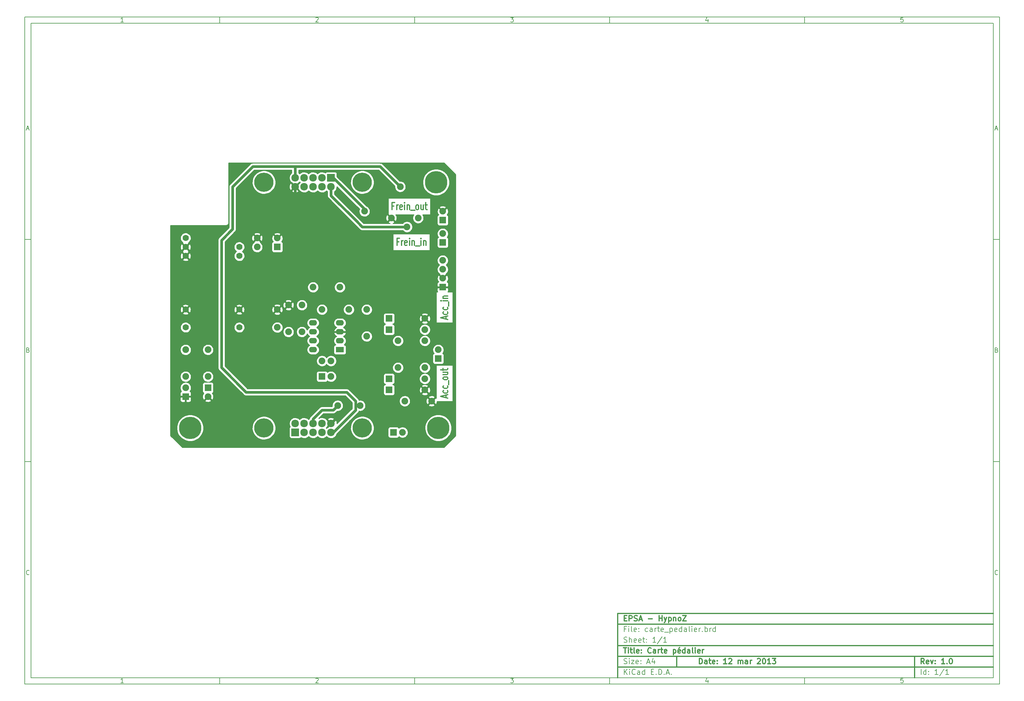
<source format=gtl>
G04 (created by PCBNEW-RS274X (2012-01-19 BZR 3256)-stable) date 12/03/2013 15:31:22*
G01*
G70*
G90*
%MOIN*%
G04 Gerber Fmt 3.4, Leading zero omitted, Abs format*
%FSLAX34Y34*%
G04 APERTURE LIST*
%ADD10C,0.006000*%
%ADD11C,0.012000*%
%ADD12C,0.215000*%
%ADD13R,0.085000X0.085000*%
%ADD14C,0.085000*%
%ADD15C,0.075000*%
%ADD16R,0.075000X0.075000*%
%ADD17C,0.070000*%
%ADD18R,0.090000X0.062000*%
%ADD19O,0.090000X0.062000*%
%ADD20C,0.250000*%
%ADD21C,0.030000*%
%ADD22C,0.010000*%
G04 APERTURE END LIST*
G54D10*
X04000Y-04000D02*
X113000Y-04000D01*
X113000Y-78670D01*
X04000Y-78670D01*
X04000Y-04000D01*
X04700Y-04700D02*
X112300Y-04700D01*
X112300Y-77970D01*
X04700Y-77970D01*
X04700Y-04700D01*
X25800Y-04000D02*
X25800Y-04700D01*
X15043Y-04552D02*
X14757Y-04552D01*
X14900Y-04552D02*
X14900Y-04052D01*
X14852Y-04124D01*
X14805Y-04171D01*
X14757Y-04195D01*
X25800Y-78670D02*
X25800Y-77970D01*
X15043Y-78522D02*
X14757Y-78522D01*
X14900Y-78522D02*
X14900Y-78022D01*
X14852Y-78094D01*
X14805Y-78141D01*
X14757Y-78165D01*
X47600Y-04000D02*
X47600Y-04700D01*
X36557Y-04100D02*
X36581Y-04076D01*
X36629Y-04052D01*
X36748Y-04052D01*
X36795Y-04076D01*
X36819Y-04100D01*
X36843Y-04148D01*
X36843Y-04195D01*
X36819Y-04267D01*
X36533Y-04552D01*
X36843Y-04552D01*
X47600Y-78670D02*
X47600Y-77970D01*
X36557Y-78070D02*
X36581Y-78046D01*
X36629Y-78022D01*
X36748Y-78022D01*
X36795Y-78046D01*
X36819Y-78070D01*
X36843Y-78118D01*
X36843Y-78165D01*
X36819Y-78237D01*
X36533Y-78522D01*
X36843Y-78522D01*
X69400Y-04000D02*
X69400Y-04700D01*
X58333Y-04052D02*
X58643Y-04052D01*
X58476Y-04243D01*
X58548Y-04243D01*
X58595Y-04267D01*
X58619Y-04290D01*
X58643Y-04338D01*
X58643Y-04457D01*
X58619Y-04505D01*
X58595Y-04529D01*
X58548Y-04552D01*
X58405Y-04552D01*
X58357Y-04529D01*
X58333Y-04505D01*
X69400Y-78670D02*
X69400Y-77970D01*
X58333Y-78022D02*
X58643Y-78022D01*
X58476Y-78213D01*
X58548Y-78213D01*
X58595Y-78237D01*
X58619Y-78260D01*
X58643Y-78308D01*
X58643Y-78427D01*
X58619Y-78475D01*
X58595Y-78499D01*
X58548Y-78522D01*
X58405Y-78522D01*
X58357Y-78499D01*
X58333Y-78475D01*
X91200Y-04000D02*
X91200Y-04700D01*
X80395Y-04219D02*
X80395Y-04552D01*
X80276Y-04029D02*
X80157Y-04386D01*
X80467Y-04386D01*
X91200Y-78670D02*
X91200Y-77970D01*
X80395Y-78189D02*
X80395Y-78522D01*
X80276Y-77999D02*
X80157Y-78356D01*
X80467Y-78356D01*
X102219Y-04052D02*
X101981Y-04052D01*
X101957Y-04290D01*
X101981Y-04267D01*
X102029Y-04243D01*
X102148Y-04243D01*
X102195Y-04267D01*
X102219Y-04290D01*
X102243Y-04338D01*
X102243Y-04457D01*
X102219Y-04505D01*
X102195Y-04529D01*
X102148Y-04552D01*
X102029Y-04552D01*
X101981Y-04529D01*
X101957Y-04505D01*
X102219Y-78022D02*
X101981Y-78022D01*
X101957Y-78260D01*
X101981Y-78237D01*
X102029Y-78213D01*
X102148Y-78213D01*
X102195Y-78237D01*
X102219Y-78260D01*
X102243Y-78308D01*
X102243Y-78427D01*
X102219Y-78475D01*
X102195Y-78499D01*
X102148Y-78522D01*
X102029Y-78522D01*
X101981Y-78499D01*
X101957Y-78475D01*
X04000Y-28890D02*
X04700Y-28890D01*
X04231Y-16510D02*
X04469Y-16510D01*
X04184Y-16652D02*
X04350Y-16152D01*
X04517Y-16652D01*
X113000Y-28890D02*
X112300Y-28890D01*
X112531Y-16510D02*
X112769Y-16510D01*
X112484Y-16652D02*
X112650Y-16152D01*
X112817Y-16652D01*
X04000Y-53780D02*
X04700Y-53780D01*
X04386Y-41280D02*
X04457Y-41304D01*
X04481Y-41328D01*
X04505Y-41376D01*
X04505Y-41447D01*
X04481Y-41495D01*
X04457Y-41519D01*
X04410Y-41542D01*
X04219Y-41542D01*
X04219Y-41042D01*
X04386Y-41042D01*
X04433Y-41066D01*
X04457Y-41090D01*
X04481Y-41138D01*
X04481Y-41185D01*
X04457Y-41233D01*
X04433Y-41257D01*
X04386Y-41280D01*
X04219Y-41280D01*
X113000Y-53780D02*
X112300Y-53780D01*
X112686Y-41280D02*
X112757Y-41304D01*
X112781Y-41328D01*
X112805Y-41376D01*
X112805Y-41447D01*
X112781Y-41495D01*
X112757Y-41519D01*
X112710Y-41542D01*
X112519Y-41542D01*
X112519Y-41042D01*
X112686Y-41042D01*
X112733Y-41066D01*
X112757Y-41090D01*
X112781Y-41138D01*
X112781Y-41185D01*
X112757Y-41233D01*
X112733Y-41257D01*
X112686Y-41280D01*
X112519Y-41280D01*
X04505Y-66385D02*
X04481Y-66409D01*
X04410Y-66432D01*
X04362Y-66432D01*
X04290Y-66409D01*
X04243Y-66361D01*
X04219Y-66313D01*
X04195Y-66218D01*
X04195Y-66147D01*
X04219Y-66051D01*
X04243Y-66004D01*
X04290Y-65956D01*
X04362Y-65932D01*
X04410Y-65932D01*
X04481Y-65956D01*
X04505Y-65980D01*
X112805Y-66385D02*
X112781Y-66409D01*
X112710Y-66432D01*
X112662Y-66432D01*
X112590Y-66409D01*
X112543Y-66361D01*
X112519Y-66313D01*
X112495Y-66218D01*
X112495Y-66147D01*
X112519Y-66051D01*
X112543Y-66004D01*
X112590Y-65956D01*
X112662Y-65932D01*
X112710Y-65932D01*
X112781Y-65956D01*
X112805Y-65980D01*
G54D11*
X79443Y-76413D02*
X79443Y-75813D01*
X79586Y-75813D01*
X79671Y-75841D01*
X79729Y-75899D01*
X79757Y-75956D01*
X79786Y-76070D01*
X79786Y-76156D01*
X79757Y-76270D01*
X79729Y-76327D01*
X79671Y-76384D01*
X79586Y-76413D01*
X79443Y-76413D01*
X80300Y-76413D02*
X80300Y-76099D01*
X80271Y-76041D01*
X80214Y-76013D01*
X80100Y-76013D01*
X80043Y-76041D01*
X80300Y-76384D02*
X80243Y-76413D01*
X80100Y-76413D01*
X80043Y-76384D01*
X80014Y-76327D01*
X80014Y-76270D01*
X80043Y-76213D01*
X80100Y-76184D01*
X80243Y-76184D01*
X80300Y-76156D01*
X80500Y-76013D02*
X80729Y-76013D01*
X80586Y-75813D02*
X80586Y-76327D01*
X80614Y-76384D01*
X80672Y-76413D01*
X80729Y-76413D01*
X81157Y-76384D02*
X81100Y-76413D01*
X80986Y-76413D01*
X80929Y-76384D01*
X80900Y-76327D01*
X80900Y-76099D01*
X80929Y-76041D01*
X80986Y-76013D01*
X81100Y-76013D01*
X81157Y-76041D01*
X81186Y-76099D01*
X81186Y-76156D01*
X80900Y-76213D01*
X81443Y-76356D02*
X81471Y-76384D01*
X81443Y-76413D01*
X81414Y-76384D01*
X81443Y-76356D01*
X81443Y-76413D01*
X81443Y-76041D02*
X81471Y-76070D01*
X81443Y-76099D01*
X81414Y-76070D01*
X81443Y-76041D01*
X81443Y-76099D01*
X82500Y-76413D02*
X82157Y-76413D01*
X82329Y-76413D02*
X82329Y-75813D01*
X82272Y-75899D01*
X82214Y-75956D01*
X82157Y-75984D01*
X82728Y-75870D02*
X82757Y-75841D01*
X82814Y-75813D01*
X82957Y-75813D01*
X83014Y-75841D01*
X83043Y-75870D01*
X83071Y-75927D01*
X83071Y-75984D01*
X83043Y-76070D01*
X82700Y-76413D01*
X83071Y-76413D01*
X83785Y-76413D02*
X83785Y-76013D01*
X83785Y-76070D02*
X83813Y-76041D01*
X83871Y-76013D01*
X83956Y-76013D01*
X84013Y-76041D01*
X84042Y-76099D01*
X84042Y-76413D01*
X84042Y-76099D02*
X84071Y-76041D01*
X84128Y-76013D01*
X84213Y-76013D01*
X84271Y-76041D01*
X84299Y-76099D01*
X84299Y-76413D01*
X84842Y-76413D02*
X84842Y-76099D01*
X84813Y-76041D01*
X84756Y-76013D01*
X84642Y-76013D01*
X84585Y-76041D01*
X84842Y-76384D02*
X84785Y-76413D01*
X84642Y-76413D01*
X84585Y-76384D01*
X84556Y-76327D01*
X84556Y-76270D01*
X84585Y-76213D01*
X84642Y-76184D01*
X84785Y-76184D01*
X84842Y-76156D01*
X85128Y-76413D02*
X85128Y-76013D01*
X85128Y-76127D02*
X85156Y-76070D01*
X85185Y-76041D01*
X85242Y-76013D01*
X85299Y-76013D01*
X85927Y-75870D02*
X85956Y-75841D01*
X86013Y-75813D01*
X86156Y-75813D01*
X86213Y-75841D01*
X86242Y-75870D01*
X86270Y-75927D01*
X86270Y-75984D01*
X86242Y-76070D01*
X85899Y-76413D01*
X86270Y-76413D01*
X86641Y-75813D02*
X86698Y-75813D01*
X86755Y-75841D01*
X86784Y-75870D01*
X86813Y-75927D01*
X86841Y-76041D01*
X86841Y-76184D01*
X86813Y-76299D01*
X86784Y-76356D01*
X86755Y-76384D01*
X86698Y-76413D01*
X86641Y-76413D01*
X86584Y-76384D01*
X86555Y-76356D01*
X86527Y-76299D01*
X86498Y-76184D01*
X86498Y-76041D01*
X86527Y-75927D01*
X86555Y-75870D01*
X86584Y-75841D01*
X86641Y-75813D01*
X87412Y-76413D02*
X87069Y-76413D01*
X87241Y-76413D02*
X87241Y-75813D01*
X87184Y-75899D01*
X87126Y-75956D01*
X87069Y-75984D01*
X87612Y-75813D02*
X87983Y-75813D01*
X87783Y-76041D01*
X87869Y-76041D01*
X87926Y-76070D01*
X87955Y-76099D01*
X87983Y-76156D01*
X87983Y-76299D01*
X87955Y-76356D01*
X87926Y-76384D01*
X87869Y-76413D01*
X87697Y-76413D01*
X87640Y-76384D01*
X87612Y-76356D01*
G54D10*
X71043Y-77613D02*
X71043Y-77013D01*
X71386Y-77613D02*
X71129Y-77270D01*
X71386Y-77013D02*
X71043Y-77356D01*
X71643Y-77613D02*
X71643Y-77213D01*
X71643Y-77013D02*
X71614Y-77041D01*
X71643Y-77070D01*
X71671Y-77041D01*
X71643Y-77013D01*
X71643Y-77070D01*
X72272Y-77556D02*
X72243Y-77584D01*
X72157Y-77613D01*
X72100Y-77613D01*
X72015Y-77584D01*
X71957Y-77527D01*
X71929Y-77470D01*
X71900Y-77356D01*
X71900Y-77270D01*
X71929Y-77156D01*
X71957Y-77099D01*
X72015Y-77041D01*
X72100Y-77013D01*
X72157Y-77013D01*
X72243Y-77041D01*
X72272Y-77070D01*
X72786Y-77613D02*
X72786Y-77299D01*
X72757Y-77241D01*
X72700Y-77213D01*
X72586Y-77213D01*
X72529Y-77241D01*
X72786Y-77584D02*
X72729Y-77613D01*
X72586Y-77613D01*
X72529Y-77584D01*
X72500Y-77527D01*
X72500Y-77470D01*
X72529Y-77413D01*
X72586Y-77384D01*
X72729Y-77384D01*
X72786Y-77356D01*
X73329Y-77613D02*
X73329Y-77013D01*
X73329Y-77584D02*
X73272Y-77613D01*
X73158Y-77613D01*
X73100Y-77584D01*
X73072Y-77556D01*
X73043Y-77499D01*
X73043Y-77327D01*
X73072Y-77270D01*
X73100Y-77241D01*
X73158Y-77213D01*
X73272Y-77213D01*
X73329Y-77241D01*
X74072Y-77299D02*
X74272Y-77299D01*
X74358Y-77613D02*
X74072Y-77613D01*
X74072Y-77013D01*
X74358Y-77013D01*
X74615Y-77556D02*
X74643Y-77584D01*
X74615Y-77613D01*
X74586Y-77584D01*
X74615Y-77556D01*
X74615Y-77613D01*
X74901Y-77613D02*
X74901Y-77013D01*
X75044Y-77013D01*
X75129Y-77041D01*
X75187Y-77099D01*
X75215Y-77156D01*
X75244Y-77270D01*
X75244Y-77356D01*
X75215Y-77470D01*
X75187Y-77527D01*
X75129Y-77584D01*
X75044Y-77613D01*
X74901Y-77613D01*
X75501Y-77556D02*
X75529Y-77584D01*
X75501Y-77613D01*
X75472Y-77584D01*
X75501Y-77556D01*
X75501Y-77613D01*
X75758Y-77441D02*
X76044Y-77441D01*
X75701Y-77613D02*
X75901Y-77013D01*
X76101Y-77613D01*
X76301Y-77556D02*
X76329Y-77584D01*
X76301Y-77613D01*
X76272Y-77584D01*
X76301Y-77556D01*
X76301Y-77613D01*
G54D11*
X104586Y-76413D02*
X104386Y-76127D01*
X104243Y-76413D02*
X104243Y-75813D01*
X104471Y-75813D01*
X104529Y-75841D01*
X104557Y-75870D01*
X104586Y-75927D01*
X104586Y-76013D01*
X104557Y-76070D01*
X104529Y-76099D01*
X104471Y-76127D01*
X104243Y-76127D01*
X105071Y-76384D02*
X105014Y-76413D01*
X104900Y-76413D01*
X104843Y-76384D01*
X104814Y-76327D01*
X104814Y-76099D01*
X104843Y-76041D01*
X104900Y-76013D01*
X105014Y-76013D01*
X105071Y-76041D01*
X105100Y-76099D01*
X105100Y-76156D01*
X104814Y-76213D01*
X105300Y-76013D02*
X105443Y-76413D01*
X105585Y-76013D01*
X105814Y-76356D02*
X105842Y-76384D01*
X105814Y-76413D01*
X105785Y-76384D01*
X105814Y-76356D01*
X105814Y-76413D01*
X105814Y-76041D02*
X105842Y-76070D01*
X105814Y-76099D01*
X105785Y-76070D01*
X105814Y-76041D01*
X105814Y-76099D01*
X106871Y-76413D02*
X106528Y-76413D01*
X106700Y-76413D02*
X106700Y-75813D01*
X106643Y-75899D01*
X106585Y-75956D01*
X106528Y-75984D01*
X107128Y-76356D02*
X107156Y-76384D01*
X107128Y-76413D01*
X107099Y-76384D01*
X107128Y-76356D01*
X107128Y-76413D01*
X107528Y-75813D02*
X107585Y-75813D01*
X107642Y-75841D01*
X107671Y-75870D01*
X107700Y-75927D01*
X107728Y-76041D01*
X107728Y-76184D01*
X107700Y-76299D01*
X107671Y-76356D01*
X107642Y-76384D01*
X107585Y-76413D01*
X107528Y-76413D01*
X107471Y-76384D01*
X107442Y-76356D01*
X107414Y-76299D01*
X107385Y-76184D01*
X107385Y-76041D01*
X107414Y-75927D01*
X107442Y-75870D01*
X107471Y-75841D01*
X107528Y-75813D01*
G54D10*
X71014Y-76384D02*
X71100Y-76413D01*
X71243Y-76413D01*
X71300Y-76384D01*
X71329Y-76356D01*
X71357Y-76299D01*
X71357Y-76241D01*
X71329Y-76184D01*
X71300Y-76156D01*
X71243Y-76127D01*
X71129Y-76099D01*
X71071Y-76070D01*
X71043Y-76041D01*
X71014Y-75984D01*
X71014Y-75927D01*
X71043Y-75870D01*
X71071Y-75841D01*
X71129Y-75813D01*
X71271Y-75813D01*
X71357Y-75841D01*
X71614Y-76413D02*
X71614Y-76013D01*
X71614Y-75813D02*
X71585Y-75841D01*
X71614Y-75870D01*
X71642Y-75841D01*
X71614Y-75813D01*
X71614Y-75870D01*
X71843Y-76013D02*
X72157Y-76013D01*
X71843Y-76413D01*
X72157Y-76413D01*
X72614Y-76384D02*
X72557Y-76413D01*
X72443Y-76413D01*
X72386Y-76384D01*
X72357Y-76327D01*
X72357Y-76099D01*
X72386Y-76041D01*
X72443Y-76013D01*
X72557Y-76013D01*
X72614Y-76041D01*
X72643Y-76099D01*
X72643Y-76156D01*
X72357Y-76213D01*
X72900Y-76356D02*
X72928Y-76384D01*
X72900Y-76413D01*
X72871Y-76384D01*
X72900Y-76356D01*
X72900Y-76413D01*
X72900Y-76041D02*
X72928Y-76070D01*
X72900Y-76099D01*
X72871Y-76070D01*
X72900Y-76041D01*
X72900Y-76099D01*
X73614Y-76241D02*
X73900Y-76241D01*
X73557Y-76413D02*
X73757Y-75813D01*
X73957Y-76413D01*
X74414Y-76013D02*
X74414Y-76413D01*
X74271Y-75784D02*
X74128Y-76213D01*
X74500Y-76213D01*
X104243Y-77613D02*
X104243Y-77013D01*
X104786Y-77613D02*
X104786Y-77013D01*
X104786Y-77584D02*
X104729Y-77613D01*
X104615Y-77613D01*
X104557Y-77584D01*
X104529Y-77556D01*
X104500Y-77499D01*
X104500Y-77327D01*
X104529Y-77270D01*
X104557Y-77241D01*
X104615Y-77213D01*
X104729Y-77213D01*
X104786Y-77241D01*
X105072Y-77556D02*
X105100Y-77584D01*
X105072Y-77613D01*
X105043Y-77584D01*
X105072Y-77556D01*
X105072Y-77613D01*
X105072Y-77241D02*
X105100Y-77270D01*
X105072Y-77299D01*
X105043Y-77270D01*
X105072Y-77241D01*
X105072Y-77299D01*
X106129Y-77613D02*
X105786Y-77613D01*
X105958Y-77613D02*
X105958Y-77013D01*
X105901Y-77099D01*
X105843Y-77156D01*
X105786Y-77184D01*
X106814Y-76984D02*
X106300Y-77756D01*
X107329Y-77613D02*
X106986Y-77613D01*
X107158Y-77613D02*
X107158Y-77013D01*
X107101Y-77099D01*
X107043Y-77156D01*
X106986Y-77184D01*
G54D11*
X70957Y-74613D02*
X71300Y-74613D01*
X71129Y-75213D02*
X71129Y-74613D01*
X71500Y-75213D02*
X71500Y-74813D01*
X71500Y-74613D02*
X71471Y-74641D01*
X71500Y-74670D01*
X71528Y-74641D01*
X71500Y-74613D01*
X71500Y-74670D01*
X71700Y-74813D02*
X71929Y-74813D01*
X71786Y-74613D02*
X71786Y-75127D01*
X71814Y-75184D01*
X71872Y-75213D01*
X71929Y-75213D01*
X72215Y-75213D02*
X72157Y-75184D01*
X72129Y-75127D01*
X72129Y-74613D01*
X72671Y-75184D02*
X72614Y-75213D01*
X72500Y-75213D01*
X72443Y-75184D01*
X72414Y-75127D01*
X72414Y-74899D01*
X72443Y-74841D01*
X72500Y-74813D01*
X72614Y-74813D01*
X72671Y-74841D01*
X72700Y-74899D01*
X72700Y-74956D01*
X72414Y-75013D01*
X72957Y-75156D02*
X72985Y-75184D01*
X72957Y-75213D01*
X72928Y-75184D01*
X72957Y-75156D01*
X72957Y-75213D01*
X72957Y-74841D02*
X72985Y-74870D01*
X72957Y-74899D01*
X72928Y-74870D01*
X72957Y-74841D01*
X72957Y-74899D01*
X74043Y-75156D02*
X74014Y-75184D01*
X73928Y-75213D01*
X73871Y-75213D01*
X73786Y-75184D01*
X73728Y-75127D01*
X73700Y-75070D01*
X73671Y-74956D01*
X73671Y-74870D01*
X73700Y-74756D01*
X73728Y-74699D01*
X73786Y-74641D01*
X73871Y-74613D01*
X73928Y-74613D01*
X74014Y-74641D01*
X74043Y-74670D01*
X74557Y-75213D02*
X74557Y-74899D01*
X74528Y-74841D01*
X74471Y-74813D01*
X74357Y-74813D01*
X74300Y-74841D01*
X74557Y-75184D02*
X74500Y-75213D01*
X74357Y-75213D01*
X74300Y-75184D01*
X74271Y-75127D01*
X74271Y-75070D01*
X74300Y-75013D01*
X74357Y-74984D01*
X74500Y-74984D01*
X74557Y-74956D01*
X74843Y-75213D02*
X74843Y-74813D01*
X74843Y-74927D02*
X74871Y-74870D01*
X74900Y-74841D01*
X74957Y-74813D01*
X75014Y-74813D01*
X75128Y-74813D02*
X75357Y-74813D01*
X75214Y-74613D02*
X75214Y-75127D01*
X75242Y-75184D01*
X75300Y-75213D01*
X75357Y-75213D01*
X75785Y-75184D02*
X75728Y-75213D01*
X75614Y-75213D01*
X75557Y-75184D01*
X75528Y-75127D01*
X75528Y-74899D01*
X75557Y-74841D01*
X75614Y-74813D01*
X75728Y-74813D01*
X75785Y-74841D01*
X75814Y-74899D01*
X75814Y-74956D01*
X75528Y-75013D01*
X76528Y-74813D02*
X76528Y-75413D01*
X76528Y-74841D02*
X76585Y-74813D01*
X76699Y-74813D01*
X76756Y-74841D01*
X76785Y-74870D01*
X76814Y-74927D01*
X76814Y-75099D01*
X76785Y-75156D01*
X76756Y-75184D01*
X76699Y-75213D01*
X76585Y-75213D01*
X76528Y-75184D01*
X77299Y-75184D02*
X77242Y-75213D01*
X77128Y-75213D01*
X77071Y-75184D01*
X77042Y-75127D01*
X77042Y-74899D01*
X77071Y-74841D01*
X77128Y-74813D01*
X77242Y-74813D01*
X77299Y-74841D01*
X77328Y-74899D01*
X77328Y-74956D01*
X77042Y-75013D01*
X77242Y-74584D02*
X77157Y-74670D01*
X77842Y-75213D02*
X77842Y-74613D01*
X77842Y-75184D02*
X77785Y-75213D01*
X77671Y-75213D01*
X77613Y-75184D01*
X77585Y-75156D01*
X77556Y-75099D01*
X77556Y-74927D01*
X77585Y-74870D01*
X77613Y-74841D01*
X77671Y-74813D01*
X77785Y-74813D01*
X77842Y-74841D01*
X78385Y-75213D02*
X78385Y-74899D01*
X78356Y-74841D01*
X78299Y-74813D01*
X78185Y-74813D01*
X78128Y-74841D01*
X78385Y-75184D02*
X78328Y-75213D01*
X78185Y-75213D01*
X78128Y-75184D01*
X78099Y-75127D01*
X78099Y-75070D01*
X78128Y-75013D01*
X78185Y-74984D01*
X78328Y-74984D01*
X78385Y-74956D01*
X78757Y-75213D02*
X78699Y-75184D01*
X78671Y-75127D01*
X78671Y-74613D01*
X78985Y-75213D02*
X78985Y-74813D01*
X78985Y-74613D02*
X78956Y-74641D01*
X78985Y-74670D01*
X79013Y-74641D01*
X78985Y-74613D01*
X78985Y-74670D01*
X79499Y-75184D02*
X79442Y-75213D01*
X79328Y-75213D01*
X79271Y-75184D01*
X79242Y-75127D01*
X79242Y-74899D01*
X79271Y-74841D01*
X79328Y-74813D01*
X79442Y-74813D01*
X79499Y-74841D01*
X79528Y-74899D01*
X79528Y-74956D01*
X79242Y-75013D01*
X79785Y-75213D02*
X79785Y-74813D01*
X79785Y-74927D02*
X79813Y-74870D01*
X79842Y-74841D01*
X79899Y-74813D01*
X79956Y-74813D01*
G54D10*
X71243Y-72499D02*
X71043Y-72499D01*
X71043Y-72813D02*
X71043Y-72213D01*
X71329Y-72213D01*
X71557Y-72813D02*
X71557Y-72413D01*
X71557Y-72213D02*
X71528Y-72241D01*
X71557Y-72270D01*
X71585Y-72241D01*
X71557Y-72213D01*
X71557Y-72270D01*
X71929Y-72813D02*
X71871Y-72784D01*
X71843Y-72727D01*
X71843Y-72213D01*
X72385Y-72784D02*
X72328Y-72813D01*
X72214Y-72813D01*
X72157Y-72784D01*
X72128Y-72727D01*
X72128Y-72499D01*
X72157Y-72441D01*
X72214Y-72413D01*
X72328Y-72413D01*
X72385Y-72441D01*
X72414Y-72499D01*
X72414Y-72556D01*
X72128Y-72613D01*
X72671Y-72756D02*
X72699Y-72784D01*
X72671Y-72813D01*
X72642Y-72784D01*
X72671Y-72756D01*
X72671Y-72813D01*
X72671Y-72441D02*
X72699Y-72470D01*
X72671Y-72499D01*
X72642Y-72470D01*
X72671Y-72441D01*
X72671Y-72499D01*
X73671Y-72784D02*
X73614Y-72813D01*
X73500Y-72813D01*
X73442Y-72784D01*
X73414Y-72756D01*
X73385Y-72699D01*
X73385Y-72527D01*
X73414Y-72470D01*
X73442Y-72441D01*
X73500Y-72413D01*
X73614Y-72413D01*
X73671Y-72441D01*
X74185Y-72813D02*
X74185Y-72499D01*
X74156Y-72441D01*
X74099Y-72413D01*
X73985Y-72413D01*
X73928Y-72441D01*
X74185Y-72784D02*
X74128Y-72813D01*
X73985Y-72813D01*
X73928Y-72784D01*
X73899Y-72727D01*
X73899Y-72670D01*
X73928Y-72613D01*
X73985Y-72584D01*
X74128Y-72584D01*
X74185Y-72556D01*
X74471Y-72813D02*
X74471Y-72413D01*
X74471Y-72527D02*
X74499Y-72470D01*
X74528Y-72441D01*
X74585Y-72413D01*
X74642Y-72413D01*
X74756Y-72413D02*
X74985Y-72413D01*
X74842Y-72213D02*
X74842Y-72727D01*
X74870Y-72784D01*
X74928Y-72813D01*
X74985Y-72813D01*
X75413Y-72784D02*
X75356Y-72813D01*
X75242Y-72813D01*
X75185Y-72784D01*
X75156Y-72727D01*
X75156Y-72499D01*
X75185Y-72441D01*
X75242Y-72413D01*
X75356Y-72413D01*
X75413Y-72441D01*
X75442Y-72499D01*
X75442Y-72556D01*
X75156Y-72613D01*
X75556Y-72870D02*
X76013Y-72870D01*
X76156Y-72413D02*
X76156Y-73013D01*
X76156Y-72441D02*
X76213Y-72413D01*
X76327Y-72413D01*
X76384Y-72441D01*
X76413Y-72470D01*
X76442Y-72527D01*
X76442Y-72699D01*
X76413Y-72756D01*
X76384Y-72784D01*
X76327Y-72813D01*
X76213Y-72813D01*
X76156Y-72784D01*
X76927Y-72784D02*
X76870Y-72813D01*
X76756Y-72813D01*
X76699Y-72784D01*
X76670Y-72727D01*
X76670Y-72499D01*
X76699Y-72441D01*
X76756Y-72413D01*
X76870Y-72413D01*
X76927Y-72441D01*
X76956Y-72499D01*
X76956Y-72556D01*
X76670Y-72613D01*
X77470Y-72813D02*
X77470Y-72213D01*
X77470Y-72784D02*
X77413Y-72813D01*
X77299Y-72813D01*
X77241Y-72784D01*
X77213Y-72756D01*
X77184Y-72699D01*
X77184Y-72527D01*
X77213Y-72470D01*
X77241Y-72441D01*
X77299Y-72413D01*
X77413Y-72413D01*
X77470Y-72441D01*
X78013Y-72813D02*
X78013Y-72499D01*
X77984Y-72441D01*
X77927Y-72413D01*
X77813Y-72413D01*
X77756Y-72441D01*
X78013Y-72784D02*
X77956Y-72813D01*
X77813Y-72813D01*
X77756Y-72784D01*
X77727Y-72727D01*
X77727Y-72670D01*
X77756Y-72613D01*
X77813Y-72584D01*
X77956Y-72584D01*
X78013Y-72556D01*
X78385Y-72813D02*
X78327Y-72784D01*
X78299Y-72727D01*
X78299Y-72213D01*
X78613Y-72813D02*
X78613Y-72413D01*
X78613Y-72213D02*
X78584Y-72241D01*
X78613Y-72270D01*
X78641Y-72241D01*
X78613Y-72213D01*
X78613Y-72270D01*
X79127Y-72784D02*
X79070Y-72813D01*
X78956Y-72813D01*
X78899Y-72784D01*
X78870Y-72727D01*
X78870Y-72499D01*
X78899Y-72441D01*
X78956Y-72413D01*
X79070Y-72413D01*
X79127Y-72441D01*
X79156Y-72499D01*
X79156Y-72556D01*
X78870Y-72613D01*
X79413Y-72813D02*
X79413Y-72413D01*
X79413Y-72527D02*
X79441Y-72470D01*
X79470Y-72441D01*
X79527Y-72413D01*
X79584Y-72413D01*
X79784Y-72756D02*
X79812Y-72784D01*
X79784Y-72813D01*
X79755Y-72784D01*
X79784Y-72756D01*
X79784Y-72813D01*
X80070Y-72813D02*
X80070Y-72213D01*
X80070Y-72441D02*
X80127Y-72413D01*
X80241Y-72413D01*
X80298Y-72441D01*
X80327Y-72470D01*
X80356Y-72527D01*
X80356Y-72699D01*
X80327Y-72756D01*
X80298Y-72784D01*
X80241Y-72813D01*
X80127Y-72813D01*
X80070Y-72784D01*
X80613Y-72813D02*
X80613Y-72413D01*
X80613Y-72527D02*
X80641Y-72470D01*
X80670Y-72441D01*
X80727Y-72413D01*
X80784Y-72413D01*
X81241Y-72813D02*
X81241Y-72213D01*
X81241Y-72784D02*
X81184Y-72813D01*
X81070Y-72813D01*
X81012Y-72784D01*
X80984Y-72756D01*
X80955Y-72699D01*
X80955Y-72527D01*
X80984Y-72470D01*
X81012Y-72441D01*
X81070Y-72413D01*
X81184Y-72413D01*
X81241Y-72441D01*
X71014Y-73984D02*
X71100Y-74013D01*
X71243Y-74013D01*
X71300Y-73984D01*
X71329Y-73956D01*
X71357Y-73899D01*
X71357Y-73841D01*
X71329Y-73784D01*
X71300Y-73756D01*
X71243Y-73727D01*
X71129Y-73699D01*
X71071Y-73670D01*
X71043Y-73641D01*
X71014Y-73584D01*
X71014Y-73527D01*
X71043Y-73470D01*
X71071Y-73441D01*
X71129Y-73413D01*
X71271Y-73413D01*
X71357Y-73441D01*
X71614Y-74013D02*
X71614Y-73413D01*
X71871Y-74013D02*
X71871Y-73699D01*
X71842Y-73641D01*
X71785Y-73613D01*
X71700Y-73613D01*
X71642Y-73641D01*
X71614Y-73670D01*
X72385Y-73984D02*
X72328Y-74013D01*
X72214Y-74013D01*
X72157Y-73984D01*
X72128Y-73927D01*
X72128Y-73699D01*
X72157Y-73641D01*
X72214Y-73613D01*
X72328Y-73613D01*
X72385Y-73641D01*
X72414Y-73699D01*
X72414Y-73756D01*
X72128Y-73813D01*
X72899Y-73984D02*
X72842Y-74013D01*
X72728Y-74013D01*
X72671Y-73984D01*
X72642Y-73927D01*
X72642Y-73699D01*
X72671Y-73641D01*
X72728Y-73613D01*
X72842Y-73613D01*
X72899Y-73641D01*
X72928Y-73699D01*
X72928Y-73756D01*
X72642Y-73813D01*
X73099Y-73613D02*
X73328Y-73613D01*
X73185Y-73413D02*
X73185Y-73927D01*
X73213Y-73984D01*
X73271Y-74013D01*
X73328Y-74013D01*
X73528Y-73956D02*
X73556Y-73984D01*
X73528Y-74013D01*
X73499Y-73984D01*
X73528Y-73956D01*
X73528Y-74013D01*
X73528Y-73641D02*
X73556Y-73670D01*
X73528Y-73699D01*
X73499Y-73670D01*
X73528Y-73641D01*
X73528Y-73699D01*
X74585Y-74013D02*
X74242Y-74013D01*
X74414Y-74013D02*
X74414Y-73413D01*
X74357Y-73499D01*
X74299Y-73556D01*
X74242Y-73584D01*
X75270Y-73384D02*
X74756Y-74156D01*
X75785Y-74013D02*
X75442Y-74013D01*
X75614Y-74013D02*
X75614Y-73413D01*
X75557Y-73499D01*
X75499Y-73556D01*
X75442Y-73584D01*
G54D11*
X71043Y-71299D02*
X71243Y-71299D01*
X71329Y-71613D02*
X71043Y-71613D01*
X71043Y-71013D01*
X71329Y-71013D01*
X71586Y-71613D02*
X71586Y-71013D01*
X71814Y-71013D01*
X71872Y-71041D01*
X71900Y-71070D01*
X71929Y-71127D01*
X71929Y-71213D01*
X71900Y-71270D01*
X71872Y-71299D01*
X71814Y-71327D01*
X71586Y-71327D01*
X72157Y-71584D02*
X72243Y-71613D01*
X72386Y-71613D01*
X72443Y-71584D01*
X72472Y-71556D01*
X72500Y-71499D01*
X72500Y-71441D01*
X72472Y-71384D01*
X72443Y-71356D01*
X72386Y-71327D01*
X72272Y-71299D01*
X72214Y-71270D01*
X72186Y-71241D01*
X72157Y-71184D01*
X72157Y-71127D01*
X72186Y-71070D01*
X72214Y-71041D01*
X72272Y-71013D01*
X72414Y-71013D01*
X72500Y-71041D01*
X72728Y-71441D02*
X73014Y-71441D01*
X72671Y-71613D02*
X72871Y-71013D01*
X73071Y-71613D01*
X73728Y-71384D02*
X74185Y-71384D01*
X74928Y-71613D02*
X74928Y-71013D01*
X74928Y-71299D02*
X75271Y-71299D01*
X75271Y-71613D02*
X75271Y-71013D01*
X75500Y-71213D02*
X75643Y-71613D01*
X75785Y-71213D02*
X75643Y-71613D01*
X75585Y-71756D01*
X75557Y-71784D01*
X75500Y-71813D01*
X76014Y-71213D02*
X76014Y-71813D01*
X76014Y-71241D02*
X76071Y-71213D01*
X76185Y-71213D01*
X76242Y-71241D01*
X76271Y-71270D01*
X76300Y-71327D01*
X76300Y-71499D01*
X76271Y-71556D01*
X76242Y-71584D01*
X76185Y-71613D01*
X76071Y-71613D01*
X76014Y-71584D01*
X76557Y-71213D02*
X76557Y-71613D01*
X76557Y-71270D02*
X76585Y-71241D01*
X76643Y-71213D01*
X76728Y-71213D01*
X76785Y-71241D01*
X76814Y-71299D01*
X76814Y-71613D01*
X77186Y-71613D02*
X77128Y-71584D01*
X77100Y-71556D01*
X77071Y-71499D01*
X77071Y-71327D01*
X77100Y-71270D01*
X77128Y-71241D01*
X77186Y-71213D01*
X77271Y-71213D01*
X77328Y-71241D01*
X77357Y-71270D01*
X77386Y-71327D01*
X77386Y-71499D01*
X77357Y-71556D01*
X77328Y-71584D01*
X77271Y-71613D01*
X77186Y-71613D01*
X77586Y-71013D02*
X77986Y-71013D01*
X77586Y-71613D01*
X77986Y-71613D01*
X70300Y-70770D02*
X70300Y-77970D01*
X70300Y-71970D02*
X112300Y-71970D01*
X70300Y-70770D02*
X112300Y-70770D01*
X70300Y-74370D02*
X112300Y-74370D01*
X103500Y-75570D02*
X103500Y-77970D01*
X70300Y-76770D02*
X112300Y-76770D01*
X70300Y-75570D02*
X112300Y-75570D01*
X76900Y-75570D02*
X76900Y-76770D01*
X45286Y-25155D02*
X45086Y-25155D01*
X45086Y-25574D02*
X45086Y-24774D01*
X45372Y-24774D01*
X45600Y-25574D02*
X45600Y-25040D01*
X45600Y-25193D02*
X45628Y-25117D01*
X45657Y-25079D01*
X45714Y-25040D01*
X45771Y-25040D01*
X46199Y-25536D02*
X46142Y-25574D01*
X46028Y-25574D01*
X45971Y-25536D01*
X45942Y-25460D01*
X45942Y-25155D01*
X45971Y-25079D01*
X46028Y-25040D01*
X46142Y-25040D01*
X46199Y-25079D01*
X46228Y-25155D01*
X46228Y-25231D01*
X45942Y-25307D01*
X46485Y-25574D02*
X46485Y-25040D01*
X46485Y-24774D02*
X46456Y-24812D01*
X46485Y-24850D01*
X46513Y-24812D01*
X46485Y-24774D01*
X46485Y-24850D01*
X46771Y-25040D02*
X46771Y-25574D01*
X46771Y-25117D02*
X46799Y-25079D01*
X46857Y-25040D01*
X46942Y-25040D01*
X46999Y-25079D01*
X47028Y-25155D01*
X47028Y-25574D01*
X47171Y-25650D02*
X47628Y-25650D01*
X47857Y-25574D02*
X47799Y-25536D01*
X47771Y-25498D01*
X47742Y-25421D01*
X47742Y-25193D01*
X47771Y-25117D01*
X47799Y-25079D01*
X47857Y-25040D01*
X47942Y-25040D01*
X47999Y-25079D01*
X48028Y-25117D01*
X48057Y-25193D01*
X48057Y-25421D01*
X48028Y-25498D01*
X47999Y-25536D01*
X47942Y-25574D01*
X47857Y-25574D01*
X48571Y-25040D02*
X48571Y-25574D01*
X48314Y-25040D02*
X48314Y-25460D01*
X48342Y-25536D01*
X48400Y-25574D01*
X48485Y-25574D01*
X48542Y-25536D01*
X48571Y-25498D01*
X48771Y-25040D02*
X49000Y-25040D01*
X48857Y-24774D02*
X48857Y-25460D01*
X48885Y-25536D01*
X48943Y-25574D01*
X49000Y-25574D01*
X45836Y-29155D02*
X45636Y-29155D01*
X45636Y-29574D02*
X45636Y-28774D01*
X45922Y-28774D01*
X46150Y-29574D02*
X46150Y-29040D01*
X46150Y-29193D02*
X46178Y-29117D01*
X46207Y-29079D01*
X46264Y-29040D01*
X46321Y-29040D01*
X46749Y-29536D02*
X46692Y-29574D01*
X46578Y-29574D01*
X46521Y-29536D01*
X46492Y-29460D01*
X46492Y-29155D01*
X46521Y-29079D01*
X46578Y-29040D01*
X46692Y-29040D01*
X46749Y-29079D01*
X46778Y-29155D01*
X46778Y-29231D01*
X46492Y-29307D01*
X47035Y-29574D02*
X47035Y-29040D01*
X47035Y-28774D02*
X47006Y-28812D01*
X47035Y-28850D01*
X47063Y-28812D01*
X47035Y-28774D01*
X47035Y-28850D01*
X47321Y-29040D02*
X47321Y-29574D01*
X47321Y-29117D02*
X47349Y-29079D01*
X47407Y-29040D01*
X47492Y-29040D01*
X47549Y-29079D01*
X47578Y-29155D01*
X47578Y-29574D01*
X47721Y-29650D02*
X48178Y-29650D01*
X48321Y-29574D02*
X48321Y-29040D01*
X48321Y-28774D02*
X48292Y-28812D01*
X48321Y-28850D01*
X48349Y-28812D01*
X48321Y-28774D01*
X48321Y-28850D01*
X48607Y-29040D02*
X48607Y-29574D01*
X48607Y-29117D02*
X48635Y-29079D01*
X48693Y-29040D01*
X48778Y-29040D01*
X48835Y-29079D01*
X48864Y-29155D01*
X48864Y-29574D01*
X51095Y-46600D02*
X51095Y-46314D01*
X51324Y-46657D02*
X50524Y-46457D01*
X51324Y-46257D01*
X51286Y-45800D02*
X51324Y-45857D01*
X51324Y-45971D01*
X51286Y-46029D01*
X51248Y-46057D01*
X51171Y-46086D01*
X50943Y-46086D01*
X50867Y-46057D01*
X50829Y-46029D01*
X50790Y-45971D01*
X50790Y-45857D01*
X50829Y-45800D01*
X51286Y-45286D02*
X51324Y-45343D01*
X51324Y-45457D01*
X51286Y-45515D01*
X51248Y-45543D01*
X51171Y-45572D01*
X50943Y-45572D01*
X50867Y-45543D01*
X50829Y-45515D01*
X50790Y-45457D01*
X50790Y-45343D01*
X50829Y-45286D01*
X51400Y-45172D02*
X51400Y-44715D01*
X51324Y-44486D02*
X51286Y-44544D01*
X51248Y-44572D01*
X51171Y-44601D01*
X50943Y-44601D01*
X50867Y-44572D01*
X50829Y-44544D01*
X50790Y-44486D01*
X50790Y-44401D01*
X50829Y-44344D01*
X50867Y-44315D01*
X50943Y-44286D01*
X51171Y-44286D01*
X51248Y-44315D01*
X51286Y-44344D01*
X51324Y-44401D01*
X51324Y-44486D01*
X50790Y-43772D02*
X51324Y-43772D01*
X50790Y-44029D02*
X51210Y-44029D01*
X51286Y-44001D01*
X51324Y-43943D01*
X51324Y-43858D01*
X51286Y-43801D01*
X51248Y-43772D01*
X50790Y-43572D02*
X50790Y-43343D01*
X50524Y-43486D02*
X51210Y-43486D01*
X51286Y-43458D01*
X51324Y-43400D01*
X51324Y-43343D01*
X51095Y-37800D02*
X51095Y-37514D01*
X51324Y-37857D02*
X50524Y-37657D01*
X51324Y-37457D01*
X51286Y-37000D02*
X51324Y-37057D01*
X51324Y-37171D01*
X51286Y-37229D01*
X51248Y-37257D01*
X51171Y-37286D01*
X50943Y-37286D01*
X50867Y-37257D01*
X50829Y-37229D01*
X50790Y-37171D01*
X50790Y-37057D01*
X50829Y-37000D01*
X51286Y-36486D02*
X51324Y-36543D01*
X51324Y-36657D01*
X51286Y-36715D01*
X51248Y-36743D01*
X51171Y-36772D01*
X50943Y-36772D01*
X50867Y-36743D01*
X50829Y-36715D01*
X50790Y-36657D01*
X50790Y-36543D01*
X50829Y-36486D01*
X51400Y-36372D02*
X51400Y-35915D01*
X51324Y-35772D02*
X50790Y-35772D01*
X50524Y-35772D02*
X50562Y-35801D01*
X50600Y-35772D01*
X50562Y-35744D01*
X50524Y-35772D01*
X50600Y-35772D01*
X50790Y-35486D02*
X51324Y-35486D01*
X50867Y-35486D02*
X50829Y-35458D01*
X50790Y-35400D01*
X50790Y-35315D01*
X50829Y-35258D01*
X50905Y-35229D01*
X51324Y-35229D01*
G54D12*
X30750Y-50000D03*
X41750Y-50000D03*
G54D13*
X34250Y-50500D03*
G54D14*
X34250Y-49500D03*
X35250Y-50500D03*
X35250Y-49500D03*
X36250Y-50500D03*
X36250Y-49500D03*
X37250Y-50500D03*
X37250Y-49500D03*
X38250Y-50500D03*
X38250Y-49500D03*
G54D12*
X41750Y-22500D03*
X30750Y-22500D03*
G54D13*
X38250Y-22000D03*
G54D14*
X38250Y-23000D03*
X37250Y-22000D03*
X37250Y-23000D03*
X36250Y-22000D03*
X36250Y-23000D03*
X35250Y-22000D03*
X35250Y-23000D03*
X34250Y-22000D03*
X34250Y-23000D03*
G54D15*
X37250Y-42500D03*
X38250Y-42500D03*
X30000Y-29750D03*
X30000Y-28750D03*
G54D16*
X37250Y-44250D03*
G54D15*
X38250Y-44250D03*
G54D16*
X32250Y-29750D03*
G54D15*
X32250Y-28750D03*
X32250Y-38750D03*
X32250Y-36750D03*
X48750Y-37750D03*
G54D16*
X44750Y-37750D03*
G54D15*
X48750Y-45750D03*
G54D16*
X44750Y-45750D03*
G54D15*
X48750Y-39000D03*
G54D16*
X44750Y-39000D03*
G54D15*
X48750Y-44500D03*
G54D16*
X44750Y-44500D03*
X50750Y-29250D03*
G54D15*
X50750Y-28250D03*
G54D16*
X50750Y-26750D03*
G54D15*
X50750Y-25750D03*
G54D16*
X45250Y-50500D03*
G54D15*
X46250Y-50500D03*
G54D16*
X50250Y-42250D03*
G54D15*
X50250Y-41250D03*
X50750Y-31250D03*
X50750Y-32250D03*
G54D16*
X50750Y-34250D03*
G54D15*
X50750Y-33250D03*
G54D16*
X22000Y-46500D03*
G54D15*
X22000Y-45500D03*
G54D16*
X24500Y-45500D03*
G54D15*
X24500Y-46500D03*
X24500Y-41250D03*
X24500Y-44250D03*
X46500Y-47000D03*
X49500Y-47000D03*
X48000Y-26500D03*
X45000Y-26500D03*
X22000Y-41250D03*
X22000Y-44250D03*
X40250Y-36750D03*
X37250Y-36750D03*
X48750Y-43250D03*
X45750Y-43250D03*
X48750Y-40250D03*
X45750Y-40250D03*
X35000Y-36250D03*
X35000Y-39250D03*
X33500Y-36250D03*
X33500Y-39250D03*
X36250Y-34250D03*
X39250Y-34250D03*
X42250Y-39750D03*
X42250Y-36750D03*
G54D17*
X22000Y-28750D03*
X22000Y-29750D03*
X22000Y-30750D03*
X22000Y-36750D03*
X22000Y-38750D03*
X28000Y-38750D03*
X28000Y-36750D03*
X28000Y-30750D03*
X28000Y-29750D03*
G54D18*
X39250Y-41250D03*
G54D19*
X39250Y-40250D03*
X39250Y-39250D03*
X39250Y-38250D03*
X36250Y-38250D03*
X36250Y-39250D03*
X36250Y-40250D03*
X36250Y-41250D03*
G54D20*
X50000Y-22500D03*
X50250Y-50000D03*
X22500Y-50000D03*
G54D15*
X46750Y-27500D03*
X39000Y-47500D03*
X42000Y-25750D03*
X32500Y-26000D03*
X40250Y-47500D03*
X46000Y-23000D03*
X41500Y-47500D03*
G54D21*
X41000Y-26750D02*
X41750Y-27500D01*
X38250Y-23000D02*
X38250Y-24000D01*
X38250Y-24000D02*
X41000Y-26750D01*
X41750Y-27500D02*
X46750Y-27500D01*
X37250Y-48000D02*
X38500Y-48000D01*
X36250Y-49000D02*
X37250Y-48000D01*
X38500Y-48000D02*
X39000Y-47500D01*
X36250Y-49500D02*
X36250Y-49000D01*
X38500Y-22000D02*
X38250Y-22000D01*
X42000Y-25500D02*
X42000Y-25750D01*
X38500Y-22000D02*
X42000Y-25500D01*
X38250Y-49500D02*
X40250Y-47500D01*
X34250Y-24250D02*
X32500Y-26000D01*
X34250Y-23000D02*
X34250Y-24250D01*
X40000Y-49000D02*
X41000Y-48000D01*
X41000Y-47500D02*
X41000Y-47000D01*
X34250Y-20750D02*
X29500Y-20750D01*
X29500Y-20750D02*
X27250Y-23000D01*
X27250Y-23000D02*
X27250Y-27750D01*
X35000Y-20750D02*
X43750Y-20750D01*
X43750Y-20750D02*
X46000Y-23000D01*
X38500Y-50500D02*
X40000Y-49000D01*
X41000Y-47500D02*
X41500Y-47500D01*
X41000Y-48000D02*
X41000Y-47500D01*
X38250Y-50500D02*
X38500Y-50500D01*
X34750Y-20750D02*
X35000Y-20750D01*
X27250Y-27750D02*
X26000Y-29000D01*
X26000Y-29000D02*
X26000Y-43250D01*
X26000Y-43250D02*
X28750Y-46000D01*
X28750Y-46000D02*
X40000Y-46000D01*
X40000Y-46000D02*
X41000Y-47000D01*
X34250Y-20750D02*
X34750Y-20750D01*
X34250Y-22000D02*
X34250Y-20750D01*
G54D10*
G36*
X52175Y-50865D02*
X51870Y-51170D01*
X51870Y-47024D01*
X51870Y-42976D01*
X51870Y-38224D01*
X51870Y-34776D01*
X51500Y-34776D01*
X51500Y-22353D01*
X51443Y-22064D01*
X51331Y-21792D01*
X51168Y-21547D01*
X50961Y-21339D01*
X50717Y-21174D01*
X50446Y-21060D01*
X50158Y-21001D01*
X49863Y-20999D01*
X49575Y-21054D01*
X49302Y-21164D01*
X49056Y-21325D01*
X48845Y-21531D01*
X48679Y-21774D01*
X48563Y-22044D01*
X48502Y-22332D01*
X48498Y-22626D01*
X48551Y-22915D01*
X48659Y-23189D01*
X48819Y-23436D01*
X49023Y-23648D01*
X49265Y-23816D01*
X49534Y-23933D01*
X49821Y-23997D01*
X50116Y-24003D01*
X50405Y-23952D01*
X50679Y-23845D01*
X50928Y-23688D01*
X51141Y-23485D01*
X51310Y-23245D01*
X51430Y-22976D01*
X51495Y-22689D01*
X51500Y-22353D01*
X51500Y-34776D01*
X51324Y-34776D01*
X51347Y-34742D01*
X51366Y-34697D01*
X51375Y-34649D01*
X51375Y-34362D01*
X51375Y-34138D01*
X51375Y-33851D01*
X51375Y-32189D01*
X51351Y-32069D01*
X51305Y-31955D01*
X51237Y-31853D01*
X51150Y-31766D01*
X51127Y-31750D01*
X51136Y-31745D01*
X51225Y-31661D01*
X51296Y-31560D01*
X51346Y-31448D01*
X51373Y-31329D01*
X51375Y-31189D01*
X51375Y-29652D01*
X51375Y-29603D01*
X51375Y-28851D01*
X51366Y-28803D01*
X51347Y-28758D01*
X51320Y-28717D01*
X51285Y-28682D01*
X51245Y-28654D01*
X51233Y-28649D01*
X51296Y-28560D01*
X51346Y-28448D01*
X51373Y-28329D01*
X51375Y-28189D01*
X51375Y-27152D01*
X51375Y-27103D01*
X51375Y-26351D01*
X51374Y-26345D01*
X51366Y-26303D01*
X51347Y-26258D01*
X51320Y-26217D01*
X51285Y-26182D01*
X51245Y-26154D01*
X51236Y-26150D01*
X51264Y-26123D01*
X51233Y-26092D01*
X51283Y-26075D01*
X51336Y-25966D01*
X51367Y-25848D01*
X51374Y-25726D01*
X51357Y-25605D01*
X51317Y-25490D01*
X51283Y-25425D01*
X51181Y-25389D01*
X51111Y-25459D01*
X51111Y-25319D01*
X51075Y-25217D01*
X50966Y-25164D01*
X50848Y-25133D01*
X50726Y-25126D01*
X50605Y-25143D01*
X50490Y-25183D01*
X50425Y-25217D01*
X50389Y-25319D01*
X50750Y-25679D01*
X51111Y-25319D01*
X51111Y-25459D01*
X50821Y-25750D01*
X50750Y-25821D01*
X50679Y-25750D01*
X50644Y-25715D01*
X50319Y-25389D01*
X50217Y-25425D01*
X50164Y-25534D01*
X50133Y-25652D01*
X50126Y-25774D01*
X50143Y-25895D01*
X50183Y-26010D01*
X50217Y-26075D01*
X50266Y-26092D01*
X50236Y-26123D01*
X50263Y-26150D01*
X50258Y-26153D01*
X50217Y-26180D01*
X50182Y-26215D01*
X50154Y-26255D01*
X50135Y-26300D01*
X50125Y-26348D01*
X50125Y-26397D01*
X50125Y-27149D01*
X50134Y-27197D01*
X50153Y-27242D01*
X50180Y-27283D01*
X50215Y-27318D01*
X50255Y-27346D01*
X50300Y-27365D01*
X50348Y-27375D01*
X50397Y-27375D01*
X51149Y-27375D01*
X51197Y-27366D01*
X51242Y-27347D01*
X51283Y-27320D01*
X51318Y-27285D01*
X51346Y-27245D01*
X51365Y-27200D01*
X51375Y-27152D01*
X51375Y-28189D01*
X51351Y-28069D01*
X51305Y-27955D01*
X51237Y-27853D01*
X51150Y-27766D01*
X51049Y-27698D01*
X50936Y-27650D01*
X50816Y-27625D01*
X50693Y-27625D01*
X50573Y-27648D01*
X50459Y-27693D01*
X50357Y-27760D01*
X50269Y-27846D01*
X50200Y-27947D01*
X50152Y-28060D01*
X50126Y-28180D01*
X50124Y-28302D01*
X50146Y-28423D01*
X50191Y-28537D01*
X50258Y-28640D01*
X50266Y-28649D01*
X50258Y-28653D01*
X50217Y-28680D01*
X50182Y-28715D01*
X50154Y-28755D01*
X50135Y-28800D01*
X50125Y-28848D01*
X50125Y-28897D01*
X50125Y-29649D01*
X50134Y-29697D01*
X50153Y-29742D01*
X50180Y-29783D01*
X50215Y-29818D01*
X50255Y-29846D01*
X50300Y-29865D01*
X50348Y-29875D01*
X50397Y-29875D01*
X51149Y-29875D01*
X51197Y-29866D01*
X51242Y-29847D01*
X51283Y-29820D01*
X51318Y-29785D01*
X51346Y-29745D01*
X51365Y-29700D01*
X51375Y-29652D01*
X51375Y-31189D01*
X51351Y-31069D01*
X51305Y-30955D01*
X51237Y-30853D01*
X51150Y-30766D01*
X51049Y-30698D01*
X50936Y-30650D01*
X50816Y-30625D01*
X50693Y-30625D01*
X50573Y-30648D01*
X50459Y-30693D01*
X50357Y-30760D01*
X50269Y-30846D01*
X50200Y-30947D01*
X50152Y-31060D01*
X50126Y-31180D01*
X50124Y-31302D01*
X50146Y-31423D01*
X50191Y-31537D01*
X50258Y-31640D01*
X50343Y-31728D01*
X50373Y-31749D01*
X50357Y-31760D01*
X50269Y-31846D01*
X50200Y-31947D01*
X50152Y-32060D01*
X50126Y-32180D01*
X50124Y-32302D01*
X50146Y-32423D01*
X50191Y-32537D01*
X50258Y-32640D01*
X50343Y-32728D01*
X50405Y-32771D01*
X50389Y-32819D01*
X50750Y-33179D01*
X51111Y-32819D01*
X51094Y-32771D01*
X51136Y-32745D01*
X51225Y-32661D01*
X51296Y-32560D01*
X51346Y-32448D01*
X51373Y-32329D01*
X51375Y-32189D01*
X51375Y-33851D01*
X51374Y-33845D01*
X51366Y-33803D01*
X51347Y-33758D01*
X51320Y-33717D01*
X51285Y-33682D01*
X51245Y-33654D01*
X51236Y-33650D01*
X51264Y-33623D01*
X51233Y-33592D01*
X51283Y-33575D01*
X51336Y-33466D01*
X51367Y-33348D01*
X51374Y-33226D01*
X51357Y-33105D01*
X51317Y-32990D01*
X51283Y-32925D01*
X51181Y-32889D01*
X50821Y-33250D01*
X50750Y-33321D01*
X50679Y-33250D01*
X50644Y-33215D01*
X50319Y-32889D01*
X50217Y-32925D01*
X50164Y-33034D01*
X50133Y-33152D01*
X50126Y-33274D01*
X50143Y-33395D01*
X50183Y-33510D01*
X50217Y-33575D01*
X50266Y-33592D01*
X50236Y-33623D01*
X50263Y-33650D01*
X50255Y-33654D01*
X50215Y-33682D01*
X50180Y-33717D01*
X50153Y-33758D01*
X50134Y-33803D01*
X50125Y-33851D01*
X50125Y-34138D01*
X50187Y-34200D01*
X50650Y-34200D01*
X50700Y-34200D01*
X50800Y-34200D01*
X50850Y-34200D01*
X51313Y-34200D01*
X51375Y-34138D01*
X51375Y-34362D01*
X51313Y-34300D01*
X50850Y-34300D01*
X50800Y-34300D01*
X50700Y-34300D01*
X50650Y-34300D01*
X50187Y-34300D01*
X50125Y-34362D01*
X50125Y-34649D01*
X50134Y-34697D01*
X50153Y-34742D01*
X50175Y-34776D01*
X50010Y-34776D01*
X50010Y-38224D01*
X51870Y-38224D01*
X51870Y-42976D01*
X50875Y-42976D01*
X50875Y-42652D01*
X50875Y-42603D01*
X50875Y-41851D01*
X50866Y-41803D01*
X50847Y-41758D01*
X50820Y-41717D01*
X50785Y-41682D01*
X50745Y-41654D01*
X50733Y-41649D01*
X50796Y-41560D01*
X50846Y-41448D01*
X50873Y-41329D01*
X50875Y-41189D01*
X50851Y-41069D01*
X50805Y-40955D01*
X50737Y-40853D01*
X50650Y-40766D01*
X50549Y-40698D01*
X50436Y-40650D01*
X50316Y-40625D01*
X50193Y-40625D01*
X50073Y-40648D01*
X49959Y-40693D01*
X49857Y-40760D01*
X49769Y-40846D01*
X49700Y-40947D01*
X49652Y-41060D01*
X49626Y-41180D01*
X49624Y-41302D01*
X49646Y-41423D01*
X49691Y-41537D01*
X49758Y-41640D01*
X49766Y-41649D01*
X49758Y-41653D01*
X49717Y-41680D01*
X49682Y-41715D01*
X49654Y-41755D01*
X49635Y-41800D01*
X49625Y-41848D01*
X49625Y-41897D01*
X49625Y-42649D01*
X49634Y-42697D01*
X49653Y-42742D01*
X49680Y-42783D01*
X49715Y-42818D01*
X49755Y-42846D01*
X49800Y-42865D01*
X49848Y-42875D01*
X49897Y-42875D01*
X50649Y-42875D01*
X50697Y-42866D01*
X50742Y-42847D01*
X50783Y-42820D01*
X50818Y-42785D01*
X50846Y-42745D01*
X50865Y-42700D01*
X50875Y-42652D01*
X50875Y-42976D01*
X50010Y-42976D01*
X50010Y-46666D01*
X49931Y-46639D01*
X49861Y-46709D01*
X49861Y-46569D01*
X49825Y-46467D01*
X49716Y-46414D01*
X49598Y-46383D01*
X49476Y-46376D01*
X49375Y-46390D01*
X49375Y-44439D01*
X49351Y-44319D01*
X49305Y-44205D01*
X49237Y-44103D01*
X49150Y-44016D01*
X49049Y-43948D01*
X48936Y-43900D01*
X48816Y-43875D01*
X48803Y-43875D01*
X48919Y-43855D01*
X49033Y-43811D01*
X49136Y-43745D01*
X49225Y-43661D01*
X49296Y-43560D01*
X49346Y-43448D01*
X49373Y-43329D01*
X49375Y-43189D01*
X49375Y-40189D01*
X49351Y-40069D01*
X49305Y-39955D01*
X49237Y-39853D01*
X49150Y-39766D01*
X49049Y-39698D01*
X48936Y-39650D01*
X48816Y-39625D01*
X48803Y-39625D01*
X48919Y-39605D01*
X49033Y-39561D01*
X49136Y-39495D01*
X49225Y-39411D01*
X49296Y-39310D01*
X49346Y-39198D01*
X49373Y-39079D01*
X49375Y-38939D01*
X49374Y-38934D01*
X49374Y-37726D01*
X49367Y-37676D01*
X49367Y-26120D01*
X49367Y-24260D01*
X44633Y-24260D01*
X44633Y-26120D01*
X44690Y-26120D01*
X44965Y-26394D01*
X45000Y-26429D01*
X45071Y-26500D01*
X45106Y-26535D01*
X45431Y-26861D01*
X45533Y-26825D01*
X45586Y-26716D01*
X45617Y-26598D01*
X45624Y-26476D01*
X45607Y-26355D01*
X45567Y-26240D01*
X45533Y-26175D01*
X45483Y-26157D01*
X45514Y-26127D01*
X45507Y-26120D01*
X47502Y-26120D01*
X47450Y-26197D01*
X47402Y-26310D01*
X47376Y-26430D01*
X47374Y-26552D01*
X47396Y-26673D01*
X47441Y-26787D01*
X47508Y-26890D01*
X47593Y-26978D01*
X47693Y-27048D01*
X47806Y-27097D01*
X47925Y-27124D01*
X48048Y-27126D01*
X48169Y-27105D01*
X48283Y-27061D01*
X48386Y-26995D01*
X48475Y-26911D01*
X48546Y-26810D01*
X48596Y-26698D01*
X48623Y-26579D01*
X48625Y-26439D01*
X48601Y-26319D01*
X48555Y-26205D01*
X48498Y-26120D01*
X49367Y-26120D01*
X49367Y-37676D01*
X49357Y-37605D01*
X49317Y-37490D01*
X49317Y-30120D01*
X49317Y-28260D01*
X47375Y-28260D01*
X47375Y-27439D01*
X47351Y-27319D01*
X47305Y-27205D01*
X47237Y-27103D01*
X47150Y-27016D01*
X47049Y-26948D01*
X46936Y-26900D01*
X46816Y-26875D01*
X46693Y-26875D01*
X46573Y-26898D01*
X46459Y-26943D01*
X46357Y-27010D01*
X46269Y-27096D01*
X46266Y-27100D01*
X45624Y-27100D01*
X45165Y-27100D01*
X45260Y-27067D01*
X45325Y-27033D01*
X45361Y-26931D01*
X45000Y-26571D01*
X44929Y-26641D01*
X44929Y-26500D01*
X44569Y-26139D01*
X44467Y-26175D01*
X44414Y-26284D01*
X44383Y-26402D01*
X44376Y-26524D01*
X44393Y-26645D01*
X44433Y-26760D01*
X44467Y-26825D01*
X44569Y-26861D01*
X44929Y-26500D01*
X44929Y-26641D01*
X44639Y-26931D01*
X44675Y-27033D01*
X44784Y-27086D01*
X44837Y-27100D01*
X43075Y-27100D01*
X43075Y-22370D01*
X43025Y-22115D01*
X42925Y-21875D01*
X42782Y-21658D01*
X42599Y-21474D01*
X42383Y-21329D01*
X42144Y-21228D01*
X41889Y-21176D01*
X41629Y-21174D01*
X41374Y-21223D01*
X41133Y-21320D01*
X40916Y-21462D01*
X40730Y-21644D01*
X40583Y-21859D01*
X40481Y-22098D01*
X40427Y-22352D01*
X40423Y-22611D01*
X40470Y-22867D01*
X40566Y-23109D01*
X40707Y-23327D01*
X40887Y-23514D01*
X41101Y-23662D01*
X41339Y-23766D01*
X41592Y-23822D01*
X41852Y-23827D01*
X42108Y-23782D01*
X42350Y-23688D01*
X42570Y-23549D01*
X42758Y-23370D01*
X42908Y-23158D01*
X43013Y-22920D01*
X43071Y-22667D01*
X43075Y-22370D01*
X43075Y-27100D01*
X41915Y-27100D01*
X41287Y-26471D01*
X41283Y-26467D01*
X38650Y-23834D01*
X38650Y-23545D01*
X38667Y-23535D01*
X38763Y-23443D01*
X38840Y-23335D01*
X38893Y-23214D01*
X38923Y-23085D01*
X38924Y-22990D01*
X41429Y-25494D01*
X41402Y-25560D01*
X41376Y-25680D01*
X41374Y-25802D01*
X41396Y-25923D01*
X41441Y-26037D01*
X41508Y-26140D01*
X41593Y-26228D01*
X41693Y-26298D01*
X41806Y-26347D01*
X41925Y-26374D01*
X42048Y-26376D01*
X42169Y-26355D01*
X42283Y-26311D01*
X42386Y-26245D01*
X42475Y-26161D01*
X42546Y-26060D01*
X42596Y-25948D01*
X42623Y-25829D01*
X42625Y-25689D01*
X42601Y-25569D01*
X42555Y-25455D01*
X42487Y-25353D01*
X42400Y-25266D01*
X42299Y-25198D01*
X42236Y-25171D01*
X38925Y-21859D01*
X38925Y-21551D01*
X38916Y-21503D01*
X38897Y-21458D01*
X38870Y-21417D01*
X38835Y-21382D01*
X38795Y-21354D01*
X38750Y-21335D01*
X38702Y-21325D01*
X38653Y-21325D01*
X37801Y-21325D01*
X37753Y-21334D01*
X37708Y-21353D01*
X37667Y-21380D01*
X37632Y-21415D01*
X37618Y-21434D01*
X37573Y-21403D01*
X37451Y-21352D01*
X37321Y-21326D01*
X37189Y-21325D01*
X37059Y-21349D01*
X36936Y-21399D01*
X36825Y-21471D01*
X36749Y-21545D01*
X36682Y-21478D01*
X36573Y-21403D01*
X36451Y-21352D01*
X36321Y-21326D01*
X36189Y-21325D01*
X36059Y-21349D01*
X35936Y-21399D01*
X35825Y-21471D01*
X35749Y-21545D01*
X35682Y-21478D01*
X35573Y-21403D01*
X35451Y-21352D01*
X35321Y-21326D01*
X35189Y-21325D01*
X35059Y-21349D01*
X34936Y-21399D01*
X34825Y-21471D01*
X34749Y-21545D01*
X34682Y-21478D01*
X34650Y-21455D01*
X34650Y-21150D01*
X34744Y-21150D01*
X34750Y-21150D01*
X34994Y-21150D01*
X35000Y-21150D01*
X43584Y-21150D01*
X45375Y-22941D01*
X45374Y-23052D01*
X45396Y-23173D01*
X45441Y-23287D01*
X45508Y-23390D01*
X45593Y-23478D01*
X45693Y-23548D01*
X45806Y-23597D01*
X45925Y-23624D01*
X46048Y-23626D01*
X46169Y-23605D01*
X46283Y-23561D01*
X46386Y-23495D01*
X46475Y-23411D01*
X46546Y-23310D01*
X46596Y-23198D01*
X46623Y-23079D01*
X46625Y-22939D01*
X46601Y-22819D01*
X46555Y-22705D01*
X46487Y-22603D01*
X46400Y-22516D01*
X46299Y-22448D01*
X46186Y-22400D01*
X46066Y-22375D01*
X45943Y-22375D01*
X45941Y-22375D01*
X44036Y-20470D01*
X44033Y-20467D01*
X44016Y-20453D01*
X43976Y-20420D01*
X43972Y-20418D01*
X43908Y-20382D01*
X43904Y-20381D01*
X43833Y-20359D01*
X43831Y-20358D01*
X43829Y-20358D01*
X43791Y-20354D01*
X43756Y-20350D01*
X43751Y-20350D01*
X43750Y-20350D01*
X35006Y-20350D01*
X35000Y-20350D01*
X34756Y-20350D01*
X34750Y-20350D01*
X34256Y-20350D01*
X34253Y-20350D01*
X34250Y-20350D01*
X29504Y-20350D01*
X29500Y-20350D01*
X29422Y-20358D01*
X29357Y-20377D01*
X29351Y-20379D01*
X29350Y-20379D01*
X29348Y-20380D01*
X29279Y-20417D01*
X29218Y-20466D01*
X29217Y-20467D01*
X29216Y-20468D01*
X26970Y-22714D01*
X26967Y-22717D01*
X26953Y-22733D01*
X26920Y-22774D01*
X26882Y-22842D01*
X26859Y-22917D01*
X26858Y-22918D01*
X26858Y-22921D01*
X26854Y-22958D01*
X26850Y-22994D01*
X26850Y-22999D01*
X26850Y-23000D01*
X26850Y-27584D01*
X25720Y-28713D01*
X25720Y-28714D01*
X25719Y-28714D01*
X25717Y-28717D01*
X25703Y-28733D01*
X25670Y-28774D01*
X25632Y-28842D01*
X25609Y-28917D01*
X25608Y-28918D01*
X25608Y-28921D01*
X25604Y-28958D01*
X25600Y-28994D01*
X25600Y-28999D01*
X25600Y-29000D01*
X25600Y-43246D01*
X25600Y-43250D01*
X25602Y-43278D01*
X25607Y-43324D01*
X25607Y-43327D01*
X25608Y-43328D01*
X25610Y-43338D01*
X25628Y-43398D01*
X25629Y-43401D01*
X25630Y-43402D01*
X25638Y-43416D01*
X25665Y-43468D01*
X25666Y-43469D01*
X25667Y-43471D01*
X25684Y-43493D01*
X25713Y-43529D01*
X25716Y-43532D01*
X25717Y-43533D01*
X28464Y-46280D01*
X28467Y-46283D01*
X28483Y-46296D01*
X28524Y-46330D01*
X28528Y-46332D01*
X28592Y-46368D01*
X28596Y-46369D01*
X28667Y-46391D01*
X28668Y-46391D01*
X28671Y-46392D01*
X28708Y-46395D01*
X28744Y-46400D01*
X28749Y-46400D01*
X28750Y-46400D01*
X39834Y-46400D01*
X40600Y-47166D01*
X40600Y-47494D01*
X40600Y-47497D01*
X40600Y-47500D01*
X40600Y-47834D01*
X39721Y-48713D01*
X39717Y-48717D01*
X38922Y-49511D01*
X38925Y-49477D01*
X38907Y-49347D01*
X38864Y-49222D01*
X38824Y-49145D01*
X38717Y-49104D01*
X38646Y-49175D01*
X38646Y-49033D01*
X38605Y-48926D01*
X38486Y-48868D01*
X38359Y-48834D01*
X38227Y-48825D01*
X38097Y-48843D01*
X37972Y-48886D01*
X37895Y-48926D01*
X37854Y-49033D01*
X38250Y-49429D01*
X38646Y-49033D01*
X38646Y-49175D01*
X38356Y-49465D01*
X38321Y-49500D01*
X38250Y-49571D01*
X37896Y-49924D01*
X37825Y-49971D01*
X37749Y-50045D01*
X37703Y-49999D01*
X37763Y-49943D01*
X37830Y-49848D01*
X38179Y-49500D01*
X37825Y-49146D01*
X37776Y-49071D01*
X37682Y-48978D01*
X37573Y-48903D01*
X37451Y-48852D01*
X37321Y-48826D01*
X37189Y-48825D01*
X37059Y-48849D01*
X36936Y-48899D01*
X36881Y-48934D01*
X37416Y-48400D01*
X38496Y-48400D01*
X38500Y-48400D01*
X38528Y-48397D01*
X38574Y-48393D01*
X38577Y-48392D01*
X38578Y-48392D01*
X38588Y-48389D01*
X38648Y-48372D01*
X38651Y-48370D01*
X38652Y-48370D01*
X38666Y-48362D01*
X38718Y-48335D01*
X38719Y-48333D01*
X38721Y-48333D01*
X38743Y-48315D01*
X38779Y-48287D01*
X38782Y-48284D01*
X38783Y-48283D01*
X38941Y-48124D01*
X39048Y-48126D01*
X39169Y-48105D01*
X39283Y-48061D01*
X39386Y-47995D01*
X39475Y-47911D01*
X39546Y-47810D01*
X39596Y-47698D01*
X39623Y-47579D01*
X39625Y-47439D01*
X39601Y-47319D01*
X39555Y-47205D01*
X39487Y-47103D01*
X39400Y-47016D01*
X39299Y-46948D01*
X39186Y-46900D01*
X39066Y-46875D01*
X38943Y-46875D01*
X38823Y-46898D01*
X38709Y-46943D01*
X38607Y-47010D01*
X38519Y-47096D01*
X38450Y-47197D01*
X38402Y-47310D01*
X38376Y-47430D01*
X38374Y-47552D01*
X38375Y-47558D01*
X38334Y-47600D01*
X37254Y-47600D01*
X37250Y-47600D01*
X37222Y-47602D01*
X37176Y-47607D01*
X37172Y-47607D01*
X37172Y-47608D01*
X37165Y-47610D01*
X37101Y-47628D01*
X37032Y-47665D01*
X37030Y-47666D01*
X37029Y-47667D01*
X37007Y-47684D01*
X36971Y-47713D01*
X36968Y-47716D01*
X36967Y-47717D01*
X35970Y-48714D01*
X35967Y-48717D01*
X35953Y-48733D01*
X35920Y-48774D01*
X35882Y-48842D01*
X35859Y-48917D01*
X35858Y-48918D01*
X35858Y-48921D01*
X35854Y-48951D01*
X35825Y-48971D01*
X35749Y-49045D01*
X35682Y-48978D01*
X35573Y-48903D01*
X35451Y-48852D01*
X35321Y-48826D01*
X35189Y-48825D01*
X35059Y-48849D01*
X34936Y-48899D01*
X34825Y-48971D01*
X34749Y-49045D01*
X34682Y-48978D01*
X34573Y-48903D01*
X34451Y-48852D01*
X34321Y-48826D01*
X34189Y-48825D01*
X34059Y-48849D01*
X33936Y-48899D01*
X33825Y-48971D01*
X33731Y-49064D01*
X33656Y-49173D01*
X33604Y-49295D01*
X33576Y-49424D01*
X33574Y-49557D01*
X33598Y-49687D01*
X33647Y-49810D01*
X33684Y-49868D01*
X33667Y-49880D01*
X33632Y-49915D01*
X33604Y-49955D01*
X33585Y-50000D01*
X33575Y-50048D01*
X33575Y-50097D01*
X33575Y-50949D01*
X33584Y-50997D01*
X33603Y-51042D01*
X33630Y-51083D01*
X33665Y-51118D01*
X33705Y-51146D01*
X33750Y-51165D01*
X33798Y-51175D01*
X33847Y-51175D01*
X34699Y-51175D01*
X34747Y-51166D01*
X34792Y-51147D01*
X34833Y-51120D01*
X34868Y-51085D01*
X34881Y-51065D01*
X34919Y-51092D01*
X35040Y-51145D01*
X35170Y-51173D01*
X35302Y-51176D01*
X35432Y-51153D01*
X35556Y-51105D01*
X35667Y-51035D01*
X35750Y-50954D01*
X35810Y-51016D01*
X35919Y-51092D01*
X36040Y-51145D01*
X36170Y-51173D01*
X36302Y-51176D01*
X36432Y-51153D01*
X36556Y-51105D01*
X36667Y-51035D01*
X36750Y-50954D01*
X36810Y-51016D01*
X36919Y-51092D01*
X37040Y-51145D01*
X37170Y-51173D01*
X37302Y-51176D01*
X37432Y-51153D01*
X37556Y-51105D01*
X37667Y-51035D01*
X37750Y-50954D01*
X37810Y-51016D01*
X37919Y-51092D01*
X38040Y-51145D01*
X38170Y-51173D01*
X38302Y-51176D01*
X38432Y-51153D01*
X38556Y-51105D01*
X38667Y-51035D01*
X38763Y-50943D01*
X38840Y-50835D01*
X38893Y-50714D01*
X38905Y-50660D01*
X40279Y-49287D01*
X40283Y-49283D01*
X41280Y-48286D01*
X41283Y-48283D01*
X41296Y-48266D01*
X41330Y-48226D01*
X41332Y-48222D01*
X41368Y-48158D01*
X41369Y-48154D01*
X41381Y-48114D01*
X41425Y-48124D01*
X41548Y-48126D01*
X41669Y-48105D01*
X41783Y-48061D01*
X41886Y-47995D01*
X41975Y-47911D01*
X42046Y-47810D01*
X42096Y-47698D01*
X42123Y-47579D01*
X42125Y-47439D01*
X42101Y-47319D01*
X42055Y-47205D01*
X41987Y-47103D01*
X41900Y-47016D01*
X41799Y-46948D01*
X41686Y-46900D01*
X41566Y-46875D01*
X41443Y-46875D01*
X41381Y-46886D01*
X41372Y-46851D01*
X41370Y-46848D01*
X41335Y-46782D01*
X41333Y-46780D01*
X41333Y-46779D01*
X41315Y-46757D01*
X41287Y-46721D01*
X41284Y-46718D01*
X41283Y-46717D01*
X40875Y-46309D01*
X40875Y-36689D01*
X40851Y-36569D01*
X40805Y-36455D01*
X40737Y-36353D01*
X40650Y-36266D01*
X40549Y-36198D01*
X40436Y-36150D01*
X40316Y-36125D01*
X40193Y-36125D01*
X40073Y-36148D01*
X39959Y-36193D01*
X39875Y-36248D01*
X39875Y-34189D01*
X39851Y-34069D01*
X39805Y-33955D01*
X39737Y-33853D01*
X39650Y-33766D01*
X39549Y-33698D01*
X39436Y-33650D01*
X39316Y-33625D01*
X39193Y-33625D01*
X39073Y-33648D01*
X38959Y-33693D01*
X38857Y-33760D01*
X38769Y-33846D01*
X38700Y-33947D01*
X38652Y-34060D01*
X38626Y-34180D01*
X38624Y-34302D01*
X38646Y-34423D01*
X38691Y-34537D01*
X38758Y-34640D01*
X38843Y-34728D01*
X38943Y-34798D01*
X39056Y-34847D01*
X39175Y-34874D01*
X39298Y-34876D01*
X39419Y-34855D01*
X39533Y-34811D01*
X39636Y-34745D01*
X39725Y-34661D01*
X39796Y-34560D01*
X39846Y-34448D01*
X39873Y-34329D01*
X39875Y-34189D01*
X39875Y-36248D01*
X39857Y-36260D01*
X39769Y-36346D01*
X39700Y-36447D01*
X39652Y-36560D01*
X39626Y-36680D01*
X39624Y-36802D01*
X39646Y-36923D01*
X39691Y-37037D01*
X39758Y-37140D01*
X39843Y-37228D01*
X39943Y-37298D01*
X40056Y-37347D01*
X40175Y-37374D01*
X40298Y-37376D01*
X40419Y-37355D01*
X40533Y-37311D01*
X40636Y-37245D01*
X40725Y-37161D01*
X40796Y-37060D01*
X40846Y-36948D01*
X40873Y-36829D01*
X40875Y-36689D01*
X40875Y-46309D01*
X40286Y-45720D01*
X40283Y-45717D01*
X40266Y-45703D01*
X40226Y-45670D01*
X40222Y-45668D01*
X40158Y-45632D01*
X40154Y-45631D01*
X40083Y-45609D01*
X40081Y-45608D01*
X40079Y-45608D01*
X40041Y-45604D01*
X40006Y-45600D01*
X40001Y-45600D01*
X40000Y-45600D01*
X39950Y-45600D01*
X39950Y-41587D01*
X39950Y-41538D01*
X39950Y-40916D01*
X39941Y-40868D01*
X39922Y-40823D01*
X39895Y-40782D01*
X39860Y-40747D01*
X39820Y-40719D01*
X39775Y-40700D01*
X39735Y-40691D01*
X39747Y-40684D01*
X39825Y-40606D01*
X39886Y-40516D01*
X39928Y-40415D01*
X39950Y-40308D01*
X39950Y-40199D01*
X39950Y-38308D01*
X39950Y-38199D01*
X39930Y-38092D01*
X39889Y-37990D01*
X39829Y-37899D01*
X39752Y-37821D01*
X39662Y-37759D01*
X39562Y-37716D01*
X39455Y-37694D01*
X39346Y-37692D01*
X39052Y-37693D01*
X38945Y-37714D01*
X38844Y-37756D01*
X38753Y-37816D01*
X38675Y-37894D01*
X38614Y-37984D01*
X38572Y-38085D01*
X38550Y-38192D01*
X38550Y-38301D01*
X38570Y-38408D01*
X38611Y-38510D01*
X38671Y-38601D01*
X38748Y-38679D01*
X38838Y-38741D01*
X38860Y-38750D01*
X38784Y-38795D01*
X38702Y-38867D01*
X38635Y-38954D01*
X38587Y-39052D01*
X38568Y-39113D01*
X38615Y-39200D01*
X39150Y-39200D01*
X39200Y-39200D01*
X39300Y-39200D01*
X39350Y-39200D01*
X39885Y-39200D01*
X39932Y-39113D01*
X39913Y-39052D01*
X39865Y-38954D01*
X39798Y-38867D01*
X39716Y-38795D01*
X39639Y-38750D01*
X39656Y-38744D01*
X39747Y-38684D01*
X39825Y-38606D01*
X39886Y-38516D01*
X39928Y-38415D01*
X39950Y-38308D01*
X39950Y-40199D01*
X39930Y-40092D01*
X39889Y-39990D01*
X39829Y-39899D01*
X39752Y-39821D01*
X39662Y-39759D01*
X39639Y-39749D01*
X39716Y-39705D01*
X39798Y-39633D01*
X39865Y-39546D01*
X39913Y-39448D01*
X39932Y-39387D01*
X39885Y-39300D01*
X39350Y-39300D01*
X39300Y-39300D01*
X39200Y-39300D01*
X39150Y-39300D01*
X38615Y-39300D01*
X38568Y-39387D01*
X38587Y-39448D01*
X38635Y-39546D01*
X38702Y-39633D01*
X38784Y-39705D01*
X38860Y-39749D01*
X38844Y-39756D01*
X38753Y-39816D01*
X38675Y-39894D01*
X38614Y-39984D01*
X38572Y-40085D01*
X38550Y-40192D01*
X38550Y-40301D01*
X38570Y-40408D01*
X38611Y-40510D01*
X38671Y-40601D01*
X38748Y-40679D01*
X38766Y-40691D01*
X38728Y-40699D01*
X38683Y-40718D01*
X38642Y-40745D01*
X38607Y-40780D01*
X38579Y-40820D01*
X38560Y-40865D01*
X38550Y-40913D01*
X38550Y-40962D01*
X38550Y-41584D01*
X38559Y-41632D01*
X38578Y-41677D01*
X38605Y-41718D01*
X38640Y-41753D01*
X38680Y-41781D01*
X38725Y-41800D01*
X38773Y-41810D01*
X38822Y-41810D01*
X39724Y-41810D01*
X39772Y-41801D01*
X39817Y-41782D01*
X39858Y-41755D01*
X39893Y-41720D01*
X39921Y-41680D01*
X39940Y-41635D01*
X39950Y-41587D01*
X39950Y-45600D01*
X38875Y-45600D01*
X38875Y-44189D01*
X38875Y-42439D01*
X38851Y-42319D01*
X38805Y-42205D01*
X38737Y-42103D01*
X38650Y-42016D01*
X38549Y-41948D01*
X38436Y-41900D01*
X38316Y-41875D01*
X38193Y-41875D01*
X38073Y-41898D01*
X37959Y-41943D01*
X37875Y-41998D01*
X37875Y-36689D01*
X37851Y-36569D01*
X37805Y-36455D01*
X37737Y-36353D01*
X37650Y-36266D01*
X37549Y-36198D01*
X37436Y-36150D01*
X37316Y-36125D01*
X37193Y-36125D01*
X37073Y-36148D01*
X36959Y-36193D01*
X36875Y-36248D01*
X36875Y-34189D01*
X36851Y-34069D01*
X36805Y-33955D01*
X36737Y-33853D01*
X36650Y-33766D01*
X36549Y-33698D01*
X36436Y-33650D01*
X36316Y-33625D01*
X36193Y-33625D01*
X36073Y-33648D01*
X35959Y-33693D01*
X35857Y-33760D01*
X35769Y-33846D01*
X35700Y-33947D01*
X35652Y-34060D01*
X35626Y-34180D01*
X35624Y-34302D01*
X35646Y-34423D01*
X35691Y-34537D01*
X35758Y-34640D01*
X35843Y-34728D01*
X35943Y-34798D01*
X36056Y-34847D01*
X36175Y-34874D01*
X36298Y-34876D01*
X36419Y-34855D01*
X36533Y-34811D01*
X36636Y-34745D01*
X36725Y-34661D01*
X36796Y-34560D01*
X36846Y-34448D01*
X36873Y-34329D01*
X36875Y-34189D01*
X36875Y-36248D01*
X36857Y-36260D01*
X36769Y-36346D01*
X36700Y-36447D01*
X36652Y-36560D01*
X36626Y-36680D01*
X36624Y-36802D01*
X36646Y-36923D01*
X36691Y-37037D01*
X36758Y-37140D01*
X36843Y-37228D01*
X36943Y-37298D01*
X37056Y-37347D01*
X37175Y-37374D01*
X37298Y-37376D01*
X37419Y-37355D01*
X37533Y-37311D01*
X37636Y-37245D01*
X37725Y-37161D01*
X37796Y-37060D01*
X37846Y-36948D01*
X37873Y-36829D01*
X37875Y-36689D01*
X37875Y-41998D01*
X37857Y-42010D01*
X37769Y-42096D01*
X37750Y-42123D01*
X37737Y-42103D01*
X37650Y-42016D01*
X37549Y-41948D01*
X37436Y-41900D01*
X37316Y-41875D01*
X37193Y-41875D01*
X37073Y-41898D01*
X36959Y-41943D01*
X36950Y-41948D01*
X36950Y-41308D01*
X36950Y-41199D01*
X36930Y-41092D01*
X36889Y-40990D01*
X36829Y-40899D01*
X36752Y-40821D01*
X36662Y-40759D01*
X36641Y-40750D01*
X36656Y-40744D01*
X36747Y-40684D01*
X36825Y-40606D01*
X36886Y-40516D01*
X36928Y-40415D01*
X36950Y-40308D01*
X36950Y-40199D01*
X36930Y-40092D01*
X36889Y-39990D01*
X36829Y-39899D01*
X36752Y-39821D01*
X36662Y-39759D01*
X36641Y-39750D01*
X36656Y-39744D01*
X36747Y-39684D01*
X36825Y-39606D01*
X36886Y-39516D01*
X36928Y-39415D01*
X36950Y-39308D01*
X36950Y-39199D01*
X36930Y-39092D01*
X36889Y-38990D01*
X36829Y-38899D01*
X36752Y-38821D01*
X36662Y-38759D01*
X36641Y-38750D01*
X36656Y-38744D01*
X36747Y-38684D01*
X36825Y-38606D01*
X36886Y-38516D01*
X36928Y-38415D01*
X36950Y-38308D01*
X36950Y-38199D01*
X36930Y-38092D01*
X36889Y-37990D01*
X36829Y-37899D01*
X36752Y-37821D01*
X36662Y-37759D01*
X36562Y-37716D01*
X36455Y-37694D01*
X36346Y-37692D01*
X36052Y-37693D01*
X35945Y-37714D01*
X35844Y-37756D01*
X35753Y-37816D01*
X35675Y-37894D01*
X35625Y-37967D01*
X35625Y-36189D01*
X35601Y-36069D01*
X35555Y-35955D01*
X35487Y-35853D01*
X35400Y-35766D01*
X35299Y-35698D01*
X35186Y-35650D01*
X35066Y-35625D01*
X34943Y-35625D01*
X34823Y-35648D01*
X34709Y-35693D01*
X34646Y-35734D01*
X34646Y-23467D01*
X34250Y-23071D01*
X34179Y-23142D01*
X34179Y-23000D01*
X33783Y-22604D01*
X33676Y-22645D01*
X33618Y-22764D01*
X33584Y-22891D01*
X33575Y-23023D01*
X33593Y-23153D01*
X33636Y-23278D01*
X33676Y-23355D01*
X33783Y-23396D01*
X34179Y-23000D01*
X34179Y-23142D01*
X33854Y-23467D01*
X33895Y-23574D01*
X34014Y-23632D01*
X34141Y-23666D01*
X34273Y-23675D01*
X34403Y-23657D01*
X34528Y-23614D01*
X34605Y-23574D01*
X34646Y-23467D01*
X34646Y-35734D01*
X34607Y-35760D01*
X34519Y-35846D01*
X34450Y-35947D01*
X34402Y-36060D01*
X34376Y-36180D01*
X34374Y-36302D01*
X34396Y-36423D01*
X34441Y-36537D01*
X34508Y-36640D01*
X34593Y-36728D01*
X34693Y-36798D01*
X34806Y-36847D01*
X34925Y-36874D01*
X35048Y-36876D01*
X35169Y-36855D01*
X35283Y-36811D01*
X35386Y-36745D01*
X35475Y-36661D01*
X35546Y-36560D01*
X35596Y-36448D01*
X35623Y-36329D01*
X35625Y-36189D01*
X35625Y-37967D01*
X35614Y-37984D01*
X35572Y-38085D01*
X35550Y-38192D01*
X35550Y-38301D01*
X35570Y-38408D01*
X35611Y-38510D01*
X35671Y-38601D01*
X35748Y-38679D01*
X35838Y-38741D01*
X35858Y-38749D01*
X35844Y-38756D01*
X35753Y-38816D01*
X35675Y-38894D01*
X35614Y-38984D01*
X35589Y-39041D01*
X35555Y-38955D01*
X35487Y-38853D01*
X35400Y-38766D01*
X35299Y-38698D01*
X35186Y-38650D01*
X35066Y-38625D01*
X34943Y-38625D01*
X34823Y-38648D01*
X34709Y-38693D01*
X34607Y-38760D01*
X34519Y-38846D01*
X34450Y-38947D01*
X34402Y-39060D01*
X34376Y-39180D01*
X34374Y-39302D01*
X34396Y-39423D01*
X34441Y-39537D01*
X34508Y-39640D01*
X34593Y-39728D01*
X34693Y-39798D01*
X34806Y-39847D01*
X34925Y-39874D01*
X35048Y-39876D01*
X35169Y-39855D01*
X35283Y-39811D01*
X35386Y-39745D01*
X35475Y-39661D01*
X35546Y-39560D01*
X35590Y-39459D01*
X35611Y-39510D01*
X35671Y-39601D01*
X35748Y-39679D01*
X35838Y-39741D01*
X35858Y-39749D01*
X35844Y-39756D01*
X35753Y-39816D01*
X35675Y-39894D01*
X35614Y-39984D01*
X35572Y-40085D01*
X35550Y-40192D01*
X35550Y-40301D01*
X35570Y-40408D01*
X35611Y-40510D01*
X35671Y-40601D01*
X35748Y-40679D01*
X35838Y-40741D01*
X35858Y-40749D01*
X35844Y-40756D01*
X35753Y-40816D01*
X35675Y-40894D01*
X35614Y-40984D01*
X35572Y-41085D01*
X35550Y-41192D01*
X35550Y-41301D01*
X35570Y-41408D01*
X35611Y-41510D01*
X35671Y-41601D01*
X35748Y-41679D01*
X35838Y-41741D01*
X35938Y-41784D01*
X36045Y-41806D01*
X36154Y-41808D01*
X36448Y-41807D01*
X36555Y-41786D01*
X36656Y-41744D01*
X36747Y-41684D01*
X36825Y-41606D01*
X36886Y-41516D01*
X36928Y-41415D01*
X36950Y-41308D01*
X36950Y-41948D01*
X36857Y-42010D01*
X36769Y-42096D01*
X36700Y-42197D01*
X36652Y-42310D01*
X36626Y-42430D01*
X36624Y-42552D01*
X36646Y-42673D01*
X36691Y-42787D01*
X36758Y-42890D01*
X36843Y-42978D01*
X36943Y-43048D01*
X37056Y-43097D01*
X37175Y-43124D01*
X37298Y-43126D01*
X37419Y-43105D01*
X37533Y-43061D01*
X37636Y-42995D01*
X37725Y-42911D01*
X37749Y-42876D01*
X37758Y-42890D01*
X37843Y-42978D01*
X37943Y-43048D01*
X38056Y-43097D01*
X38175Y-43124D01*
X38298Y-43126D01*
X38419Y-43105D01*
X38533Y-43061D01*
X38636Y-42995D01*
X38725Y-42911D01*
X38796Y-42810D01*
X38846Y-42698D01*
X38873Y-42579D01*
X38875Y-42439D01*
X38875Y-44189D01*
X38851Y-44069D01*
X38805Y-43955D01*
X38737Y-43853D01*
X38650Y-43766D01*
X38549Y-43698D01*
X38436Y-43650D01*
X38316Y-43625D01*
X38193Y-43625D01*
X38073Y-43648D01*
X37959Y-43693D01*
X37857Y-43760D01*
X37850Y-43766D01*
X37847Y-43758D01*
X37820Y-43717D01*
X37785Y-43682D01*
X37745Y-43654D01*
X37700Y-43635D01*
X37652Y-43625D01*
X37603Y-43625D01*
X36851Y-43625D01*
X36803Y-43634D01*
X36758Y-43653D01*
X36717Y-43680D01*
X36682Y-43715D01*
X36654Y-43755D01*
X36635Y-43800D01*
X36625Y-43848D01*
X36625Y-43897D01*
X36625Y-44649D01*
X36634Y-44697D01*
X36653Y-44742D01*
X36680Y-44783D01*
X36715Y-44818D01*
X36755Y-44846D01*
X36800Y-44865D01*
X36848Y-44875D01*
X36897Y-44875D01*
X37649Y-44875D01*
X37697Y-44866D01*
X37742Y-44847D01*
X37783Y-44820D01*
X37818Y-44785D01*
X37846Y-44745D01*
X37850Y-44733D01*
X37943Y-44798D01*
X38056Y-44847D01*
X38175Y-44874D01*
X38298Y-44876D01*
X38419Y-44855D01*
X38533Y-44811D01*
X38636Y-44745D01*
X38725Y-44661D01*
X38796Y-44560D01*
X38846Y-44448D01*
X38873Y-44329D01*
X38875Y-44189D01*
X38875Y-45600D01*
X34125Y-45600D01*
X34125Y-39189D01*
X34124Y-39184D01*
X34124Y-36226D01*
X34107Y-36105D01*
X34067Y-35990D01*
X34033Y-35925D01*
X33931Y-35889D01*
X33861Y-35959D01*
X33861Y-35819D01*
X33825Y-35717D01*
X33716Y-35664D01*
X33598Y-35633D01*
X33476Y-35626D01*
X33355Y-35643D01*
X33240Y-35683D01*
X33175Y-35717D01*
X33139Y-35819D01*
X33500Y-36179D01*
X33861Y-35819D01*
X33861Y-35959D01*
X33571Y-36250D01*
X33931Y-36611D01*
X34033Y-36575D01*
X34086Y-36466D01*
X34117Y-36348D01*
X34124Y-36226D01*
X34124Y-39184D01*
X34101Y-39069D01*
X34055Y-38955D01*
X33987Y-38853D01*
X33900Y-38766D01*
X33861Y-38739D01*
X33861Y-36681D01*
X33500Y-36321D01*
X33429Y-36391D01*
X33429Y-36250D01*
X33069Y-35889D01*
X32967Y-35925D01*
X32914Y-36034D01*
X32883Y-36152D01*
X32876Y-36274D01*
X32893Y-36395D01*
X32933Y-36510D01*
X32967Y-36575D01*
X33069Y-36611D01*
X33429Y-36250D01*
X33429Y-36391D01*
X33139Y-36681D01*
X33175Y-36783D01*
X33284Y-36836D01*
X33402Y-36867D01*
X33524Y-36874D01*
X33645Y-36857D01*
X33760Y-36817D01*
X33825Y-36783D01*
X33861Y-36681D01*
X33861Y-38739D01*
X33799Y-38698D01*
X33686Y-38650D01*
X33566Y-38625D01*
X33443Y-38625D01*
X33323Y-38648D01*
X33209Y-38693D01*
X33107Y-38760D01*
X33019Y-38846D01*
X32950Y-38947D01*
X32902Y-39060D01*
X32876Y-39180D01*
X32875Y-39241D01*
X32875Y-38689D01*
X32875Y-30152D01*
X32875Y-30103D01*
X32875Y-29351D01*
X32874Y-29345D01*
X32866Y-29303D01*
X32847Y-29258D01*
X32820Y-29217D01*
X32785Y-29182D01*
X32745Y-29154D01*
X32736Y-29150D01*
X32764Y-29123D01*
X32733Y-29092D01*
X32783Y-29075D01*
X32836Y-28966D01*
X32867Y-28848D01*
X32874Y-28726D01*
X32857Y-28605D01*
X32817Y-28490D01*
X32783Y-28425D01*
X32681Y-28389D01*
X32611Y-28459D01*
X32611Y-28319D01*
X32575Y-28217D01*
X32466Y-28164D01*
X32348Y-28133D01*
X32226Y-28126D01*
X32105Y-28143D01*
X32075Y-28153D01*
X32075Y-22370D01*
X32025Y-22115D01*
X31925Y-21875D01*
X31782Y-21658D01*
X31599Y-21474D01*
X31383Y-21329D01*
X31144Y-21228D01*
X30889Y-21176D01*
X30629Y-21174D01*
X30374Y-21223D01*
X30133Y-21320D01*
X29916Y-21462D01*
X29730Y-21644D01*
X29583Y-21859D01*
X29481Y-22098D01*
X29427Y-22352D01*
X29423Y-22611D01*
X29470Y-22867D01*
X29566Y-23109D01*
X29707Y-23327D01*
X29887Y-23514D01*
X30101Y-23662D01*
X30339Y-23766D01*
X30592Y-23822D01*
X30852Y-23827D01*
X31108Y-23782D01*
X31350Y-23688D01*
X31570Y-23549D01*
X31758Y-23370D01*
X31908Y-23158D01*
X32013Y-22920D01*
X32071Y-22667D01*
X32075Y-22370D01*
X32075Y-28153D01*
X31990Y-28183D01*
X31925Y-28217D01*
X31889Y-28319D01*
X32250Y-28679D01*
X32611Y-28319D01*
X32611Y-28459D01*
X32321Y-28750D01*
X32250Y-28821D01*
X32179Y-28750D01*
X32144Y-28715D01*
X31819Y-28389D01*
X31717Y-28425D01*
X31664Y-28534D01*
X31633Y-28652D01*
X31626Y-28774D01*
X31643Y-28895D01*
X31683Y-29010D01*
X31717Y-29075D01*
X31766Y-29092D01*
X31736Y-29123D01*
X31763Y-29150D01*
X31758Y-29153D01*
X31717Y-29180D01*
X31682Y-29215D01*
X31654Y-29255D01*
X31635Y-29300D01*
X31625Y-29348D01*
X31625Y-29397D01*
X31625Y-30149D01*
X31634Y-30197D01*
X31653Y-30242D01*
X31680Y-30283D01*
X31715Y-30318D01*
X31755Y-30346D01*
X31800Y-30365D01*
X31848Y-30375D01*
X31897Y-30375D01*
X32649Y-30375D01*
X32697Y-30366D01*
X32742Y-30347D01*
X32783Y-30320D01*
X32818Y-30285D01*
X32846Y-30245D01*
X32865Y-30200D01*
X32875Y-30152D01*
X32875Y-38689D01*
X32874Y-38684D01*
X32874Y-36726D01*
X32857Y-36605D01*
X32817Y-36490D01*
X32783Y-36425D01*
X32681Y-36389D01*
X32611Y-36459D01*
X32611Y-36319D01*
X32575Y-36217D01*
X32466Y-36164D01*
X32348Y-36133D01*
X32226Y-36126D01*
X32105Y-36143D01*
X31990Y-36183D01*
X31925Y-36217D01*
X31889Y-36319D01*
X32250Y-36679D01*
X32611Y-36319D01*
X32611Y-36459D01*
X32321Y-36750D01*
X32681Y-37111D01*
X32783Y-37075D01*
X32836Y-36966D01*
X32867Y-36848D01*
X32874Y-36726D01*
X32874Y-38684D01*
X32851Y-38569D01*
X32805Y-38455D01*
X32737Y-38353D01*
X32650Y-38266D01*
X32611Y-38239D01*
X32611Y-37181D01*
X32250Y-36821D01*
X32179Y-36891D01*
X32179Y-36750D01*
X31819Y-36389D01*
X31717Y-36425D01*
X31664Y-36534D01*
X31633Y-36652D01*
X31626Y-36774D01*
X31643Y-36895D01*
X31683Y-37010D01*
X31717Y-37075D01*
X31819Y-37111D01*
X32179Y-36750D01*
X32179Y-36891D01*
X31889Y-37181D01*
X31925Y-37283D01*
X32034Y-37336D01*
X32152Y-37367D01*
X32274Y-37374D01*
X32395Y-37357D01*
X32510Y-37317D01*
X32575Y-37283D01*
X32611Y-37181D01*
X32611Y-38239D01*
X32549Y-38198D01*
X32436Y-38150D01*
X32316Y-38125D01*
X32193Y-38125D01*
X32073Y-38148D01*
X31959Y-38193D01*
X31857Y-38260D01*
X31769Y-38346D01*
X31700Y-38447D01*
X31652Y-38560D01*
X31626Y-38680D01*
X31624Y-38802D01*
X31646Y-38923D01*
X31691Y-39037D01*
X31758Y-39140D01*
X31843Y-39228D01*
X31943Y-39298D01*
X32056Y-39347D01*
X32175Y-39374D01*
X32298Y-39376D01*
X32419Y-39355D01*
X32533Y-39311D01*
X32636Y-39245D01*
X32725Y-39161D01*
X32796Y-39060D01*
X32846Y-38948D01*
X32873Y-38829D01*
X32875Y-38689D01*
X32875Y-39241D01*
X32874Y-39302D01*
X32896Y-39423D01*
X32941Y-39537D01*
X33008Y-39640D01*
X33093Y-39728D01*
X33193Y-39798D01*
X33306Y-39847D01*
X33425Y-39874D01*
X33548Y-39876D01*
X33669Y-39855D01*
X33783Y-39811D01*
X33886Y-39745D01*
X33975Y-39661D01*
X34046Y-39560D01*
X34096Y-39448D01*
X34123Y-39329D01*
X34125Y-39189D01*
X34125Y-45600D01*
X30625Y-45600D01*
X30625Y-29689D01*
X30624Y-29684D01*
X30624Y-28726D01*
X30607Y-28605D01*
X30567Y-28490D01*
X30533Y-28425D01*
X30431Y-28389D01*
X30361Y-28459D01*
X30361Y-28319D01*
X30325Y-28217D01*
X30216Y-28164D01*
X30098Y-28133D01*
X29976Y-28126D01*
X29855Y-28143D01*
X29740Y-28183D01*
X29675Y-28217D01*
X29639Y-28319D01*
X30000Y-28679D01*
X30361Y-28319D01*
X30361Y-28459D01*
X30071Y-28750D01*
X30431Y-29111D01*
X30533Y-29075D01*
X30586Y-28966D01*
X30617Y-28848D01*
X30624Y-28726D01*
X30624Y-29684D01*
X30601Y-29569D01*
X30555Y-29455D01*
X30487Y-29353D01*
X30400Y-29266D01*
X30344Y-29228D01*
X30361Y-29181D01*
X30000Y-28821D01*
X29929Y-28891D01*
X29929Y-28750D01*
X29569Y-28389D01*
X29467Y-28425D01*
X29414Y-28534D01*
X29383Y-28652D01*
X29376Y-28774D01*
X29393Y-28895D01*
X29433Y-29010D01*
X29467Y-29075D01*
X29569Y-29111D01*
X29929Y-28750D01*
X29929Y-28891D01*
X29639Y-29181D01*
X29655Y-29228D01*
X29607Y-29260D01*
X29519Y-29346D01*
X29450Y-29447D01*
X29402Y-29560D01*
X29376Y-29680D01*
X29374Y-29802D01*
X29396Y-29923D01*
X29441Y-30037D01*
X29508Y-30140D01*
X29593Y-30228D01*
X29693Y-30298D01*
X29806Y-30347D01*
X29925Y-30374D01*
X30048Y-30376D01*
X30169Y-30355D01*
X30283Y-30311D01*
X30386Y-30245D01*
X30475Y-30161D01*
X30546Y-30060D01*
X30596Y-29948D01*
X30623Y-29829D01*
X30625Y-29689D01*
X30625Y-45600D01*
X28916Y-45600D01*
X28599Y-45283D01*
X28599Y-38691D01*
X28599Y-36725D01*
X28599Y-30691D01*
X28576Y-30576D01*
X28531Y-30467D01*
X28466Y-30369D01*
X28383Y-30286D01*
X28330Y-30250D01*
X28371Y-30224D01*
X28456Y-30143D01*
X28523Y-30047D01*
X28571Y-29940D01*
X28597Y-29825D01*
X28599Y-29691D01*
X28576Y-29576D01*
X28531Y-29467D01*
X28466Y-29369D01*
X28383Y-29286D01*
X28286Y-29220D01*
X28178Y-29175D01*
X28063Y-29151D01*
X27945Y-29151D01*
X27830Y-29173D01*
X27721Y-29217D01*
X27623Y-29281D01*
X27539Y-29363D01*
X27472Y-29460D01*
X27426Y-29568D01*
X27402Y-29683D01*
X27400Y-29801D01*
X27421Y-29916D01*
X27465Y-30025D01*
X27528Y-30124D01*
X27610Y-30209D01*
X27669Y-30250D01*
X27623Y-30281D01*
X27539Y-30363D01*
X27472Y-30460D01*
X27426Y-30568D01*
X27402Y-30683D01*
X27400Y-30801D01*
X27421Y-30916D01*
X27465Y-31025D01*
X27528Y-31124D01*
X27610Y-31209D01*
X27707Y-31276D01*
X27814Y-31323D01*
X27929Y-31348D01*
X28046Y-31350D01*
X28162Y-31330D01*
X28272Y-31287D01*
X28371Y-31224D01*
X28456Y-31143D01*
X28523Y-31047D01*
X28571Y-30940D01*
X28597Y-30825D01*
X28599Y-30691D01*
X28599Y-36725D01*
X28583Y-36610D01*
X28544Y-36500D01*
X28513Y-36440D01*
X28414Y-36407D01*
X28343Y-36478D01*
X28343Y-36336D01*
X28310Y-36237D01*
X28205Y-36187D01*
X28092Y-36157D01*
X27975Y-36151D01*
X27860Y-36167D01*
X27750Y-36206D01*
X27690Y-36237D01*
X27657Y-36336D01*
X28000Y-36679D01*
X28343Y-36336D01*
X28343Y-36478D01*
X28071Y-36750D01*
X28414Y-37093D01*
X28513Y-37060D01*
X28563Y-36955D01*
X28593Y-36842D01*
X28599Y-36725D01*
X28599Y-38691D01*
X28576Y-38576D01*
X28531Y-38467D01*
X28466Y-38369D01*
X28383Y-38286D01*
X28343Y-38258D01*
X28343Y-37164D01*
X28000Y-36821D01*
X27929Y-36892D01*
X27929Y-36750D01*
X27586Y-36407D01*
X27487Y-36440D01*
X27437Y-36545D01*
X27407Y-36658D01*
X27401Y-36775D01*
X27417Y-36890D01*
X27456Y-37000D01*
X27487Y-37060D01*
X27586Y-37093D01*
X27929Y-36750D01*
X27929Y-36892D01*
X27657Y-37164D01*
X27690Y-37263D01*
X27795Y-37313D01*
X27908Y-37343D01*
X28025Y-37349D01*
X28140Y-37333D01*
X28250Y-37294D01*
X28310Y-37263D01*
X28343Y-37164D01*
X28343Y-38258D01*
X28286Y-38220D01*
X28178Y-38175D01*
X28063Y-38151D01*
X27945Y-38151D01*
X27830Y-38173D01*
X27721Y-38217D01*
X27623Y-38281D01*
X27539Y-38363D01*
X27472Y-38460D01*
X27426Y-38568D01*
X27402Y-38683D01*
X27400Y-38801D01*
X27421Y-38916D01*
X27465Y-39025D01*
X27528Y-39124D01*
X27610Y-39209D01*
X27707Y-39276D01*
X27814Y-39323D01*
X27929Y-39348D01*
X28046Y-39350D01*
X28162Y-39330D01*
X28272Y-39287D01*
X28371Y-39224D01*
X28456Y-39143D01*
X28523Y-39047D01*
X28571Y-38940D01*
X28597Y-38825D01*
X28599Y-38691D01*
X28599Y-45283D01*
X26400Y-43084D01*
X26400Y-29165D01*
X27524Y-28040D01*
X27530Y-28036D01*
X27532Y-28033D01*
X27580Y-27976D01*
X27581Y-27974D01*
X27582Y-27973D01*
X27593Y-27951D01*
X27618Y-27908D01*
X27618Y-27905D01*
X27619Y-27905D01*
X27620Y-27899D01*
X27641Y-27833D01*
X27641Y-27830D01*
X27650Y-27756D01*
X27650Y-27752D01*
X27650Y-27750D01*
X27650Y-23166D01*
X29666Y-21150D01*
X33850Y-21150D01*
X33850Y-21454D01*
X33825Y-21471D01*
X33731Y-21564D01*
X33656Y-21673D01*
X33604Y-21795D01*
X33576Y-21924D01*
X33574Y-22057D01*
X33598Y-22187D01*
X33647Y-22310D01*
X33718Y-22421D01*
X33810Y-22516D01*
X33899Y-22578D01*
X34250Y-22929D01*
X34604Y-22574D01*
X34667Y-22535D01*
X34750Y-22454D01*
X34795Y-22500D01*
X34731Y-22564D01*
X34673Y-22647D01*
X34321Y-23000D01*
X34675Y-23354D01*
X34718Y-23421D01*
X34810Y-23516D01*
X34919Y-23592D01*
X35040Y-23645D01*
X35170Y-23673D01*
X35302Y-23676D01*
X35432Y-23653D01*
X35556Y-23605D01*
X35667Y-23535D01*
X35750Y-23454D01*
X35810Y-23516D01*
X35919Y-23592D01*
X36040Y-23645D01*
X36170Y-23673D01*
X36302Y-23676D01*
X36432Y-23653D01*
X36556Y-23605D01*
X36667Y-23535D01*
X36750Y-23454D01*
X36810Y-23516D01*
X36919Y-23592D01*
X37040Y-23645D01*
X37170Y-23673D01*
X37302Y-23676D01*
X37432Y-23653D01*
X37556Y-23605D01*
X37667Y-23535D01*
X37750Y-23454D01*
X37810Y-23516D01*
X37850Y-23543D01*
X37850Y-23996D01*
X37850Y-24000D01*
X37852Y-24028D01*
X37857Y-24074D01*
X37857Y-24077D01*
X37858Y-24078D01*
X37860Y-24088D01*
X37878Y-24148D01*
X37879Y-24151D01*
X37880Y-24152D01*
X37888Y-24166D01*
X37915Y-24218D01*
X37916Y-24219D01*
X37917Y-24221D01*
X37934Y-24243D01*
X37963Y-24279D01*
X37966Y-24282D01*
X37967Y-24283D01*
X40713Y-27029D01*
X40717Y-27033D01*
X41459Y-27774D01*
X41464Y-27780D01*
X41467Y-27782D01*
X41524Y-27830D01*
X41528Y-27832D01*
X41592Y-27868D01*
X41594Y-27868D01*
X41595Y-27869D01*
X41601Y-27870D01*
X41667Y-27891D01*
X41670Y-27891D01*
X41744Y-27900D01*
X41748Y-27900D01*
X41750Y-27900D01*
X46267Y-27900D01*
X46343Y-27978D01*
X46443Y-28048D01*
X46556Y-28097D01*
X46675Y-28124D01*
X46798Y-28126D01*
X46919Y-28105D01*
X47033Y-28061D01*
X47136Y-27995D01*
X47225Y-27911D01*
X47296Y-27810D01*
X47346Y-27698D01*
X47373Y-27579D01*
X47375Y-27439D01*
X47375Y-28260D01*
X45183Y-28260D01*
X45183Y-30120D01*
X49317Y-30120D01*
X49317Y-37490D01*
X49283Y-37425D01*
X49181Y-37389D01*
X49111Y-37459D01*
X49111Y-37319D01*
X49075Y-37217D01*
X48966Y-37164D01*
X48848Y-37133D01*
X48726Y-37126D01*
X48605Y-37143D01*
X48490Y-37183D01*
X48425Y-37217D01*
X48389Y-37319D01*
X48750Y-37679D01*
X49111Y-37319D01*
X49111Y-37459D01*
X48821Y-37750D01*
X49181Y-38111D01*
X49283Y-38075D01*
X49336Y-37966D01*
X49367Y-37848D01*
X49374Y-37726D01*
X49374Y-38934D01*
X49351Y-38819D01*
X49305Y-38705D01*
X49237Y-38603D01*
X49150Y-38516D01*
X49111Y-38489D01*
X49111Y-38181D01*
X48750Y-37821D01*
X48679Y-37891D01*
X48679Y-37750D01*
X48319Y-37389D01*
X48217Y-37425D01*
X48164Y-37534D01*
X48133Y-37652D01*
X48126Y-37774D01*
X48143Y-37895D01*
X48183Y-38010D01*
X48217Y-38075D01*
X48319Y-38111D01*
X48679Y-37750D01*
X48679Y-37891D01*
X48389Y-38181D01*
X48425Y-38283D01*
X48534Y-38336D01*
X48652Y-38367D01*
X48774Y-38374D01*
X48895Y-38357D01*
X49010Y-38317D01*
X49075Y-38283D01*
X49111Y-38181D01*
X49111Y-38489D01*
X49049Y-38448D01*
X48936Y-38400D01*
X48816Y-38375D01*
X48693Y-38375D01*
X48573Y-38398D01*
X48459Y-38443D01*
X48357Y-38510D01*
X48269Y-38596D01*
X48200Y-38697D01*
X48152Y-38810D01*
X48126Y-38930D01*
X48124Y-39052D01*
X48146Y-39173D01*
X48191Y-39287D01*
X48258Y-39390D01*
X48343Y-39478D01*
X48443Y-39548D01*
X48556Y-39597D01*
X48675Y-39624D01*
X48736Y-39625D01*
X48693Y-39625D01*
X48573Y-39648D01*
X48459Y-39693D01*
X48357Y-39760D01*
X48269Y-39846D01*
X48200Y-39947D01*
X48152Y-40060D01*
X48126Y-40180D01*
X48124Y-40302D01*
X48146Y-40423D01*
X48191Y-40537D01*
X48258Y-40640D01*
X48343Y-40728D01*
X48443Y-40798D01*
X48556Y-40847D01*
X48675Y-40874D01*
X48798Y-40876D01*
X48919Y-40855D01*
X49033Y-40811D01*
X49136Y-40745D01*
X49225Y-40661D01*
X49296Y-40560D01*
X49346Y-40448D01*
X49373Y-40329D01*
X49375Y-40189D01*
X49375Y-43189D01*
X49351Y-43069D01*
X49305Y-42955D01*
X49237Y-42853D01*
X49150Y-42766D01*
X49049Y-42698D01*
X48936Y-42650D01*
X48816Y-42625D01*
X48693Y-42625D01*
X48573Y-42648D01*
X48459Y-42693D01*
X48357Y-42760D01*
X48269Y-42846D01*
X48200Y-42947D01*
X48152Y-43060D01*
X48126Y-43180D01*
X48124Y-43302D01*
X48146Y-43423D01*
X48191Y-43537D01*
X48258Y-43640D01*
X48343Y-43728D01*
X48443Y-43798D01*
X48556Y-43847D01*
X48675Y-43874D01*
X48736Y-43875D01*
X48693Y-43875D01*
X48573Y-43898D01*
X48459Y-43943D01*
X48357Y-44010D01*
X48269Y-44096D01*
X48200Y-44197D01*
X48152Y-44310D01*
X48126Y-44430D01*
X48124Y-44552D01*
X48146Y-44673D01*
X48191Y-44787D01*
X48258Y-44890D01*
X48343Y-44978D01*
X48443Y-45048D01*
X48556Y-45097D01*
X48675Y-45124D01*
X48798Y-45126D01*
X48919Y-45105D01*
X49033Y-45061D01*
X49136Y-44995D01*
X49225Y-44911D01*
X49296Y-44810D01*
X49346Y-44698D01*
X49373Y-44579D01*
X49375Y-44439D01*
X49375Y-46390D01*
X49374Y-46390D01*
X49374Y-45726D01*
X49357Y-45605D01*
X49317Y-45490D01*
X49283Y-45425D01*
X49181Y-45389D01*
X49111Y-45459D01*
X49111Y-45319D01*
X49075Y-45217D01*
X48966Y-45164D01*
X48848Y-45133D01*
X48726Y-45126D01*
X48605Y-45143D01*
X48490Y-45183D01*
X48425Y-45217D01*
X48389Y-45319D01*
X48750Y-45679D01*
X49111Y-45319D01*
X49111Y-45459D01*
X48821Y-45750D01*
X49181Y-46111D01*
X49283Y-46075D01*
X49336Y-45966D01*
X49367Y-45848D01*
X49374Y-45726D01*
X49374Y-46390D01*
X49355Y-46393D01*
X49240Y-46433D01*
X49175Y-46467D01*
X49139Y-46569D01*
X49500Y-46929D01*
X49861Y-46569D01*
X49861Y-46709D01*
X49571Y-47000D01*
X49931Y-47361D01*
X50033Y-47325D01*
X50086Y-47216D01*
X50117Y-47098D01*
X50121Y-47024D01*
X51870Y-47024D01*
X51870Y-51170D01*
X51750Y-51290D01*
X51750Y-49853D01*
X51693Y-49564D01*
X51581Y-49292D01*
X51418Y-49047D01*
X51211Y-48839D01*
X50967Y-48674D01*
X50696Y-48560D01*
X50408Y-48501D01*
X50113Y-48499D01*
X49861Y-48547D01*
X49861Y-47431D01*
X49500Y-47071D01*
X49429Y-47141D01*
X49429Y-47000D01*
X49111Y-46681D01*
X49111Y-46181D01*
X48750Y-45821D01*
X48679Y-45891D01*
X48679Y-45750D01*
X48319Y-45389D01*
X48217Y-45425D01*
X48164Y-45534D01*
X48133Y-45652D01*
X48126Y-45774D01*
X48143Y-45895D01*
X48183Y-46010D01*
X48217Y-46075D01*
X48319Y-46111D01*
X48679Y-45750D01*
X48679Y-45891D01*
X48389Y-46181D01*
X48425Y-46283D01*
X48534Y-46336D01*
X48652Y-46367D01*
X48774Y-46374D01*
X48895Y-46357D01*
X49010Y-46317D01*
X49075Y-46283D01*
X49111Y-46181D01*
X49111Y-46681D01*
X49069Y-46639D01*
X48967Y-46675D01*
X48914Y-46784D01*
X48883Y-46902D01*
X48876Y-47024D01*
X48893Y-47145D01*
X48933Y-47260D01*
X48967Y-47325D01*
X49069Y-47361D01*
X49429Y-47000D01*
X49429Y-47141D01*
X49139Y-47431D01*
X49175Y-47533D01*
X49284Y-47586D01*
X49402Y-47617D01*
X49524Y-47624D01*
X49645Y-47607D01*
X49760Y-47567D01*
X49825Y-47533D01*
X49861Y-47431D01*
X49861Y-48547D01*
X49825Y-48554D01*
X49552Y-48664D01*
X49306Y-48825D01*
X49095Y-49031D01*
X48929Y-49274D01*
X48813Y-49544D01*
X48752Y-49832D01*
X48748Y-50126D01*
X48801Y-50415D01*
X48909Y-50689D01*
X49069Y-50936D01*
X49273Y-51148D01*
X49515Y-51316D01*
X49784Y-51433D01*
X50071Y-51497D01*
X50366Y-51503D01*
X50655Y-51452D01*
X50929Y-51345D01*
X51178Y-51188D01*
X51391Y-50985D01*
X51560Y-50745D01*
X51680Y-50476D01*
X51745Y-50189D01*
X51750Y-49853D01*
X51750Y-51290D01*
X50865Y-52175D01*
X47125Y-52175D01*
X47125Y-46939D01*
X47101Y-46819D01*
X47055Y-46705D01*
X46987Y-46603D01*
X46900Y-46516D01*
X46799Y-46448D01*
X46686Y-46400D01*
X46566Y-46375D01*
X46443Y-46375D01*
X46375Y-46388D01*
X46375Y-43189D01*
X46375Y-40189D01*
X46351Y-40069D01*
X46305Y-39955D01*
X46237Y-39853D01*
X46150Y-39766D01*
X46049Y-39698D01*
X45936Y-39650D01*
X45816Y-39625D01*
X45693Y-39625D01*
X45573Y-39648D01*
X45459Y-39693D01*
X45375Y-39748D01*
X45375Y-39402D01*
X45375Y-39353D01*
X45375Y-38601D01*
X45366Y-38553D01*
X45347Y-38508D01*
X45320Y-38467D01*
X45285Y-38432D01*
X45245Y-38404D01*
X45200Y-38385D01*
X45152Y-38375D01*
X45149Y-38375D01*
X45197Y-38366D01*
X45242Y-38347D01*
X45283Y-38320D01*
X45318Y-38285D01*
X45346Y-38245D01*
X45365Y-38200D01*
X45375Y-38152D01*
X45375Y-38103D01*
X45375Y-37351D01*
X45366Y-37303D01*
X45347Y-37258D01*
X45320Y-37217D01*
X45285Y-37182D01*
X45245Y-37154D01*
X45200Y-37135D01*
X45152Y-37125D01*
X45103Y-37125D01*
X44351Y-37125D01*
X44303Y-37134D01*
X44258Y-37153D01*
X44217Y-37180D01*
X44182Y-37215D01*
X44154Y-37255D01*
X44135Y-37300D01*
X44125Y-37348D01*
X44125Y-37397D01*
X44125Y-38149D01*
X44134Y-38197D01*
X44153Y-38242D01*
X44180Y-38283D01*
X44215Y-38318D01*
X44255Y-38346D01*
X44300Y-38365D01*
X44348Y-38375D01*
X44303Y-38384D01*
X44258Y-38403D01*
X44217Y-38430D01*
X44182Y-38465D01*
X44154Y-38505D01*
X44135Y-38550D01*
X44125Y-38598D01*
X44125Y-38647D01*
X44125Y-39399D01*
X44134Y-39447D01*
X44153Y-39492D01*
X44180Y-39533D01*
X44215Y-39568D01*
X44255Y-39596D01*
X44300Y-39615D01*
X44348Y-39625D01*
X44397Y-39625D01*
X45149Y-39625D01*
X45197Y-39616D01*
X45242Y-39597D01*
X45283Y-39570D01*
X45318Y-39535D01*
X45346Y-39495D01*
X45365Y-39450D01*
X45375Y-39402D01*
X45375Y-39748D01*
X45357Y-39760D01*
X45269Y-39846D01*
X45200Y-39947D01*
X45152Y-40060D01*
X45126Y-40180D01*
X45124Y-40302D01*
X45146Y-40423D01*
X45191Y-40537D01*
X45258Y-40640D01*
X45343Y-40728D01*
X45443Y-40798D01*
X45556Y-40847D01*
X45675Y-40874D01*
X45798Y-40876D01*
X45919Y-40855D01*
X46033Y-40811D01*
X46136Y-40745D01*
X46225Y-40661D01*
X46296Y-40560D01*
X46346Y-40448D01*
X46373Y-40329D01*
X46375Y-40189D01*
X46375Y-43189D01*
X46351Y-43069D01*
X46305Y-42955D01*
X46237Y-42853D01*
X46150Y-42766D01*
X46049Y-42698D01*
X45936Y-42650D01*
X45816Y-42625D01*
X45693Y-42625D01*
X45573Y-42648D01*
X45459Y-42693D01*
X45357Y-42760D01*
X45269Y-42846D01*
X45200Y-42947D01*
X45152Y-43060D01*
X45126Y-43180D01*
X45124Y-43302D01*
X45146Y-43423D01*
X45191Y-43537D01*
X45258Y-43640D01*
X45343Y-43728D01*
X45443Y-43798D01*
X45556Y-43847D01*
X45675Y-43874D01*
X45798Y-43876D01*
X45919Y-43855D01*
X46033Y-43811D01*
X46136Y-43745D01*
X46225Y-43661D01*
X46296Y-43560D01*
X46346Y-43448D01*
X46373Y-43329D01*
X46375Y-43189D01*
X46375Y-46388D01*
X46323Y-46398D01*
X46209Y-46443D01*
X46107Y-46510D01*
X46019Y-46596D01*
X45950Y-46697D01*
X45902Y-46810D01*
X45876Y-46930D01*
X45874Y-47052D01*
X45896Y-47173D01*
X45941Y-47287D01*
X46008Y-47390D01*
X46093Y-47478D01*
X46193Y-47548D01*
X46306Y-47597D01*
X46425Y-47624D01*
X46548Y-47626D01*
X46669Y-47605D01*
X46783Y-47561D01*
X46886Y-47495D01*
X46975Y-47411D01*
X47046Y-47310D01*
X47096Y-47198D01*
X47123Y-47079D01*
X47125Y-46939D01*
X47125Y-52175D01*
X46875Y-52175D01*
X46875Y-50439D01*
X46851Y-50319D01*
X46805Y-50205D01*
X46737Y-50103D01*
X46650Y-50016D01*
X46549Y-49948D01*
X46436Y-49900D01*
X46316Y-49875D01*
X46193Y-49875D01*
X46073Y-49898D01*
X45959Y-49943D01*
X45857Y-50010D01*
X45850Y-50016D01*
X45847Y-50008D01*
X45820Y-49967D01*
X45785Y-49932D01*
X45745Y-49904D01*
X45700Y-49885D01*
X45652Y-49875D01*
X45603Y-49875D01*
X45375Y-49875D01*
X45375Y-46152D01*
X45375Y-46103D01*
X45375Y-45351D01*
X45366Y-45303D01*
X45347Y-45258D01*
X45320Y-45217D01*
X45285Y-45182D01*
X45245Y-45154D01*
X45200Y-45135D01*
X45152Y-45125D01*
X45149Y-45125D01*
X45197Y-45116D01*
X45242Y-45097D01*
X45283Y-45070D01*
X45318Y-45035D01*
X45346Y-44995D01*
X45365Y-44950D01*
X45375Y-44902D01*
X45375Y-44853D01*
X45375Y-44101D01*
X45366Y-44053D01*
X45347Y-44008D01*
X45320Y-43967D01*
X45285Y-43932D01*
X45245Y-43904D01*
X45200Y-43885D01*
X45152Y-43875D01*
X45103Y-43875D01*
X44351Y-43875D01*
X44303Y-43884D01*
X44258Y-43903D01*
X44217Y-43930D01*
X44182Y-43965D01*
X44154Y-44005D01*
X44135Y-44050D01*
X44125Y-44098D01*
X44125Y-44147D01*
X44125Y-44899D01*
X44134Y-44947D01*
X44153Y-44992D01*
X44180Y-45033D01*
X44215Y-45068D01*
X44255Y-45096D01*
X44300Y-45115D01*
X44348Y-45125D01*
X44303Y-45134D01*
X44258Y-45153D01*
X44217Y-45180D01*
X44182Y-45215D01*
X44154Y-45255D01*
X44135Y-45300D01*
X44125Y-45348D01*
X44125Y-45397D01*
X44125Y-46149D01*
X44134Y-46197D01*
X44153Y-46242D01*
X44180Y-46283D01*
X44215Y-46318D01*
X44255Y-46346D01*
X44300Y-46365D01*
X44348Y-46375D01*
X44397Y-46375D01*
X45149Y-46375D01*
X45197Y-46366D01*
X45242Y-46347D01*
X45283Y-46320D01*
X45318Y-46285D01*
X45346Y-46245D01*
X45365Y-46200D01*
X45375Y-46152D01*
X45375Y-49875D01*
X44851Y-49875D01*
X44803Y-49884D01*
X44758Y-49903D01*
X44717Y-49930D01*
X44682Y-49965D01*
X44654Y-50005D01*
X44635Y-50050D01*
X44625Y-50098D01*
X44625Y-50147D01*
X44625Y-50899D01*
X44634Y-50947D01*
X44653Y-50992D01*
X44680Y-51033D01*
X44715Y-51068D01*
X44755Y-51096D01*
X44800Y-51115D01*
X44848Y-51125D01*
X44897Y-51125D01*
X45649Y-51125D01*
X45697Y-51116D01*
X45742Y-51097D01*
X45783Y-51070D01*
X45818Y-51035D01*
X45846Y-50995D01*
X45850Y-50983D01*
X45943Y-51048D01*
X46056Y-51097D01*
X46175Y-51124D01*
X46298Y-51126D01*
X46419Y-51105D01*
X46533Y-51061D01*
X46636Y-50995D01*
X46725Y-50911D01*
X46796Y-50810D01*
X46846Y-50698D01*
X46873Y-50579D01*
X46875Y-50439D01*
X46875Y-52175D01*
X43075Y-52175D01*
X43075Y-49870D01*
X43025Y-49615D01*
X42925Y-49375D01*
X42875Y-49299D01*
X42875Y-39689D01*
X42875Y-36689D01*
X42851Y-36569D01*
X42805Y-36455D01*
X42737Y-36353D01*
X42650Y-36266D01*
X42549Y-36198D01*
X42436Y-36150D01*
X42316Y-36125D01*
X42193Y-36125D01*
X42073Y-36148D01*
X41959Y-36193D01*
X41857Y-36260D01*
X41769Y-36346D01*
X41700Y-36447D01*
X41652Y-36560D01*
X41626Y-36680D01*
X41624Y-36802D01*
X41646Y-36923D01*
X41691Y-37037D01*
X41758Y-37140D01*
X41843Y-37228D01*
X41943Y-37298D01*
X42056Y-37347D01*
X42175Y-37374D01*
X42298Y-37376D01*
X42419Y-37355D01*
X42533Y-37311D01*
X42636Y-37245D01*
X42725Y-37161D01*
X42796Y-37060D01*
X42846Y-36948D01*
X42873Y-36829D01*
X42875Y-36689D01*
X42875Y-39689D01*
X42851Y-39569D01*
X42805Y-39455D01*
X42737Y-39353D01*
X42650Y-39266D01*
X42549Y-39198D01*
X42436Y-39150D01*
X42316Y-39125D01*
X42193Y-39125D01*
X42073Y-39148D01*
X41959Y-39193D01*
X41857Y-39260D01*
X41769Y-39346D01*
X41700Y-39447D01*
X41652Y-39560D01*
X41626Y-39680D01*
X41624Y-39802D01*
X41646Y-39923D01*
X41691Y-40037D01*
X41758Y-40140D01*
X41843Y-40228D01*
X41943Y-40298D01*
X42056Y-40347D01*
X42175Y-40374D01*
X42298Y-40376D01*
X42419Y-40355D01*
X42533Y-40311D01*
X42636Y-40245D01*
X42725Y-40161D01*
X42796Y-40060D01*
X42846Y-39948D01*
X42873Y-39829D01*
X42875Y-39689D01*
X42875Y-49299D01*
X42782Y-49158D01*
X42599Y-48974D01*
X42383Y-48829D01*
X42144Y-48728D01*
X41889Y-48676D01*
X41629Y-48674D01*
X41374Y-48723D01*
X41133Y-48820D01*
X40916Y-48962D01*
X40730Y-49144D01*
X40583Y-49359D01*
X40481Y-49598D01*
X40427Y-49852D01*
X40423Y-50111D01*
X40470Y-50367D01*
X40566Y-50609D01*
X40707Y-50827D01*
X40887Y-51014D01*
X41101Y-51162D01*
X41339Y-51266D01*
X41592Y-51322D01*
X41852Y-51327D01*
X42108Y-51282D01*
X42350Y-51188D01*
X42570Y-51049D01*
X42758Y-50870D01*
X42908Y-50658D01*
X43013Y-50420D01*
X43071Y-50167D01*
X43075Y-49870D01*
X43075Y-52175D01*
X32075Y-52175D01*
X32075Y-49870D01*
X32025Y-49615D01*
X31925Y-49375D01*
X31782Y-49158D01*
X31599Y-48974D01*
X31383Y-48829D01*
X31144Y-48728D01*
X30889Y-48676D01*
X30629Y-48674D01*
X30374Y-48723D01*
X30133Y-48820D01*
X29916Y-48962D01*
X29730Y-49144D01*
X29583Y-49359D01*
X29481Y-49598D01*
X29427Y-49852D01*
X29423Y-50111D01*
X29470Y-50367D01*
X29566Y-50609D01*
X29707Y-50827D01*
X29887Y-51014D01*
X30101Y-51162D01*
X30339Y-51266D01*
X30592Y-51322D01*
X30852Y-51327D01*
X31108Y-51282D01*
X31350Y-51188D01*
X31570Y-51049D01*
X31758Y-50870D01*
X31908Y-50658D01*
X32013Y-50420D01*
X32071Y-50167D01*
X32075Y-49870D01*
X32075Y-52175D01*
X25125Y-52175D01*
X25125Y-45902D01*
X25125Y-45853D01*
X25125Y-45101D01*
X25116Y-45053D01*
X25097Y-45008D01*
X25070Y-44967D01*
X25035Y-44932D01*
X24995Y-44904D01*
X24950Y-44885D01*
X24902Y-44875D01*
X24853Y-44875D01*
X24553Y-44875D01*
X24669Y-44855D01*
X24783Y-44811D01*
X24886Y-44745D01*
X24975Y-44661D01*
X25046Y-44560D01*
X25096Y-44448D01*
X25123Y-44329D01*
X25125Y-44189D01*
X25125Y-41189D01*
X25101Y-41069D01*
X25055Y-40955D01*
X24987Y-40853D01*
X24900Y-40766D01*
X24799Y-40698D01*
X24686Y-40650D01*
X24566Y-40625D01*
X24443Y-40625D01*
X24323Y-40648D01*
X24209Y-40693D01*
X24107Y-40760D01*
X24019Y-40846D01*
X23950Y-40947D01*
X23902Y-41060D01*
X23876Y-41180D01*
X23874Y-41302D01*
X23896Y-41423D01*
X23941Y-41537D01*
X24008Y-41640D01*
X24093Y-41728D01*
X24193Y-41798D01*
X24306Y-41847D01*
X24425Y-41874D01*
X24548Y-41876D01*
X24669Y-41855D01*
X24783Y-41811D01*
X24886Y-41745D01*
X24975Y-41661D01*
X25046Y-41560D01*
X25096Y-41448D01*
X25123Y-41329D01*
X25125Y-41189D01*
X25125Y-44189D01*
X25101Y-44069D01*
X25055Y-43955D01*
X24987Y-43853D01*
X24900Y-43766D01*
X24799Y-43698D01*
X24686Y-43650D01*
X24566Y-43625D01*
X24443Y-43625D01*
X24323Y-43648D01*
X24209Y-43693D01*
X24107Y-43760D01*
X24019Y-43846D01*
X23950Y-43947D01*
X23902Y-44060D01*
X23876Y-44180D01*
X23874Y-44302D01*
X23896Y-44423D01*
X23941Y-44537D01*
X24008Y-44640D01*
X24093Y-44728D01*
X24193Y-44798D01*
X24306Y-44847D01*
X24425Y-44874D01*
X24486Y-44875D01*
X24101Y-44875D01*
X24053Y-44884D01*
X24008Y-44903D01*
X23967Y-44930D01*
X23932Y-44965D01*
X23904Y-45005D01*
X23885Y-45050D01*
X23875Y-45098D01*
X23875Y-45147D01*
X23875Y-45899D01*
X23884Y-45947D01*
X23903Y-45992D01*
X23930Y-46033D01*
X23965Y-46068D01*
X24005Y-46096D01*
X24013Y-46099D01*
X23986Y-46127D01*
X24016Y-46157D01*
X23967Y-46175D01*
X23914Y-46284D01*
X23883Y-46402D01*
X23876Y-46524D01*
X23893Y-46645D01*
X23933Y-46760D01*
X23967Y-46825D01*
X24069Y-46861D01*
X24394Y-46535D01*
X24429Y-46500D01*
X24500Y-46429D01*
X24571Y-46500D01*
X24606Y-46535D01*
X24931Y-46861D01*
X25033Y-46825D01*
X25086Y-46716D01*
X25117Y-46598D01*
X25124Y-46476D01*
X25107Y-46355D01*
X25067Y-46240D01*
X25033Y-46175D01*
X24983Y-46157D01*
X25014Y-46127D01*
X24986Y-46099D01*
X24992Y-46097D01*
X25033Y-46070D01*
X25068Y-46035D01*
X25096Y-45995D01*
X25115Y-45950D01*
X25125Y-45902D01*
X25125Y-52175D01*
X25124Y-52175D01*
X24861Y-52175D01*
X24861Y-46931D01*
X24500Y-46571D01*
X24429Y-46641D01*
X24139Y-46931D01*
X24175Y-47033D01*
X24284Y-47086D01*
X24402Y-47117D01*
X24524Y-47124D01*
X24645Y-47107D01*
X24760Y-47067D01*
X24825Y-47033D01*
X24861Y-46931D01*
X24861Y-52175D01*
X24000Y-52175D01*
X24000Y-49853D01*
X23943Y-49564D01*
X23831Y-49292D01*
X23668Y-49047D01*
X23461Y-48839D01*
X23217Y-48674D01*
X22946Y-48560D01*
X22658Y-48501D01*
X22625Y-48500D01*
X22625Y-46899D01*
X22625Y-46612D01*
X22625Y-46388D01*
X22625Y-46101D01*
X22616Y-46053D01*
X22597Y-46008D01*
X22570Y-45967D01*
X22535Y-45932D01*
X22495Y-45904D01*
X22483Y-45899D01*
X22546Y-45810D01*
X22596Y-45698D01*
X22623Y-45579D01*
X22625Y-45439D01*
X22601Y-45319D01*
X22555Y-45205D01*
X22487Y-45103D01*
X22400Y-45016D01*
X22299Y-44948D01*
X22186Y-44900D01*
X22066Y-44875D01*
X22053Y-44875D01*
X22169Y-44855D01*
X22283Y-44811D01*
X22386Y-44745D01*
X22475Y-44661D01*
X22546Y-44560D01*
X22596Y-44448D01*
X22623Y-44329D01*
X22625Y-44189D01*
X22625Y-41189D01*
X22601Y-41069D01*
X22599Y-41064D01*
X22599Y-38691D01*
X22599Y-36725D01*
X22599Y-30725D01*
X22599Y-29725D01*
X22599Y-28691D01*
X22576Y-28576D01*
X22531Y-28467D01*
X22466Y-28369D01*
X22383Y-28286D01*
X22286Y-28220D01*
X22178Y-28175D01*
X22063Y-28151D01*
X21945Y-28151D01*
X21830Y-28173D01*
X21721Y-28217D01*
X21623Y-28281D01*
X21539Y-28363D01*
X21472Y-28460D01*
X21426Y-28568D01*
X21402Y-28683D01*
X21400Y-28801D01*
X21421Y-28916D01*
X21465Y-29025D01*
X21528Y-29124D01*
X21610Y-29209D01*
X21682Y-29259D01*
X21657Y-29336D01*
X22000Y-29679D01*
X22343Y-29336D01*
X22317Y-29258D01*
X22371Y-29224D01*
X22456Y-29143D01*
X22523Y-29047D01*
X22571Y-28940D01*
X22597Y-28825D01*
X22599Y-28691D01*
X22599Y-29725D01*
X22583Y-29610D01*
X22544Y-29500D01*
X22513Y-29440D01*
X22414Y-29407D01*
X22071Y-29750D01*
X22414Y-30093D01*
X22513Y-30060D01*
X22563Y-29955D01*
X22593Y-29842D01*
X22599Y-29725D01*
X22599Y-30725D01*
X22583Y-30610D01*
X22544Y-30500D01*
X22513Y-30440D01*
X22414Y-30407D01*
X22343Y-30478D01*
X22343Y-30336D01*
X22314Y-30250D01*
X22343Y-30164D01*
X22000Y-29821D01*
X21929Y-29892D01*
X21929Y-29750D01*
X21586Y-29407D01*
X21487Y-29440D01*
X21437Y-29545D01*
X21407Y-29658D01*
X21401Y-29775D01*
X21417Y-29890D01*
X21456Y-30000D01*
X21487Y-30060D01*
X21586Y-30093D01*
X21929Y-29750D01*
X21929Y-29892D01*
X21657Y-30164D01*
X21685Y-30250D01*
X21657Y-30336D01*
X22000Y-30679D01*
X22343Y-30336D01*
X22343Y-30478D01*
X22071Y-30750D01*
X22414Y-31093D01*
X22513Y-31060D01*
X22563Y-30955D01*
X22593Y-30842D01*
X22599Y-30725D01*
X22599Y-36725D01*
X22583Y-36610D01*
X22544Y-36500D01*
X22513Y-36440D01*
X22414Y-36407D01*
X22343Y-36478D01*
X22343Y-36336D01*
X22343Y-31164D01*
X22000Y-30821D01*
X21929Y-30892D01*
X21929Y-30750D01*
X21586Y-30407D01*
X21487Y-30440D01*
X21437Y-30545D01*
X21407Y-30658D01*
X21401Y-30775D01*
X21417Y-30890D01*
X21456Y-31000D01*
X21487Y-31060D01*
X21586Y-31093D01*
X21929Y-30750D01*
X21929Y-30892D01*
X21657Y-31164D01*
X21690Y-31263D01*
X21795Y-31313D01*
X21908Y-31343D01*
X22025Y-31349D01*
X22140Y-31333D01*
X22250Y-31294D01*
X22310Y-31263D01*
X22343Y-31164D01*
X22343Y-36336D01*
X22310Y-36237D01*
X22205Y-36187D01*
X22092Y-36157D01*
X21975Y-36151D01*
X21860Y-36167D01*
X21750Y-36206D01*
X21690Y-36237D01*
X21657Y-36336D01*
X22000Y-36679D01*
X22343Y-36336D01*
X22343Y-36478D01*
X22071Y-36750D01*
X22414Y-37093D01*
X22513Y-37060D01*
X22563Y-36955D01*
X22593Y-36842D01*
X22599Y-36725D01*
X22599Y-38691D01*
X22576Y-38576D01*
X22531Y-38467D01*
X22466Y-38369D01*
X22383Y-38286D01*
X22343Y-38258D01*
X22343Y-37164D01*
X22000Y-36821D01*
X21929Y-36892D01*
X21929Y-36750D01*
X21586Y-36407D01*
X21487Y-36440D01*
X21437Y-36545D01*
X21407Y-36658D01*
X21401Y-36775D01*
X21417Y-36890D01*
X21456Y-37000D01*
X21487Y-37060D01*
X21586Y-37093D01*
X21929Y-36750D01*
X21929Y-36892D01*
X21657Y-37164D01*
X21690Y-37263D01*
X21795Y-37313D01*
X21908Y-37343D01*
X22025Y-37349D01*
X22140Y-37333D01*
X22250Y-37294D01*
X22310Y-37263D01*
X22343Y-37164D01*
X22343Y-38258D01*
X22286Y-38220D01*
X22178Y-38175D01*
X22063Y-38151D01*
X21945Y-38151D01*
X21830Y-38173D01*
X21721Y-38217D01*
X21623Y-38281D01*
X21539Y-38363D01*
X21472Y-38460D01*
X21426Y-38568D01*
X21402Y-38683D01*
X21400Y-38801D01*
X21421Y-38916D01*
X21465Y-39025D01*
X21528Y-39124D01*
X21610Y-39209D01*
X21707Y-39276D01*
X21814Y-39323D01*
X21929Y-39348D01*
X22046Y-39350D01*
X22162Y-39330D01*
X22272Y-39287D01*
X22371Y-39224D01*
X22456Y-39143D01*
X22523Y-39047D01*
X22571Y-38940D01*
X22597Y-38825D01*
X22599Y-38691D01*
X22599Y-41064D01*
X22555Y-40955D01*
X22487Y-40853D01*
X22400Y-40766D01*
X22299Y-40698D01*
X22186Y-40650D01*
X22066Y-40625D01*
X21943Y-40625D01*
X21823Y-40648D01*
X21709Y-40693D01*
X21607Y-40760D01*
X21519Y-40846D01*
X21450Y-40947D01*
X21402Y-41060D01*
X21376Y-41180D01*
X21374Y-41302D01*
X21396Y-41423D01*
X21441Y-41537D01*
X21508Y-41640D01*
X21593Y-41728D01*
X21693Y-41798D01*
X21806Y-41847D01*
X21925Y-41874D01*
X22048Y-41876D01*
X22169Y-41855D01*
X22283Y-41811D01*
X22386Y-41745D01*
X22475Y-41661D01*
X22546Y-41560D01*
X22596Y-41448D01*
X22623Y-41329D01*
X22625Y-41189D01*
X22625Y-44189D01*
X22601Y-44069D01*
X22555Y-43955D01*
X22487Y-43853D01*
X22400Y-43766D01*
X22299Y-43698D01*
X22186Y-43650D01*
X22066Y-43625D01*
X21943Y-43625D01*
X21823Y-43648D01*
X21709Y-43693D01*
X21607Y-43760D01*
X21519Y-43846D01*
X21450Y-43947D01*
X21402Y-44060D01*
X21376Y-44180D01*
X21374Y-44302D01*
X21396Y-44423D01*
X21441Y-44537D01*
X21508Y-44640D01*
X21593Y-44728D01*
X21693Y-44798D01*
X21806Y-44847D01*
X21925Y-44874D01*
X21986Y-44875D01*
X21943Y-44875D01*
X21823Y-44898D01*
X21709Y-44943D01*
X21607Y-45010D01*
X21519Y-45096D01*
X21450Y-45197D01*
X21402Y-45310D01*
X21376Y-45430D01*
X21374Y-45552D01*
X21396Y-45673D01*
X21441Y-45787D01*
X21508Y-45890D01*
X21516Y-45899D01*
X21505Y-45904D01*
X21465Y-45932D01*
X21430Y-45967D01*
X21403Y-46008D01*
X21384Y-46053D01*
X21375Y-46101D01*
X21375Y-46388D01*
X21437Y-46450D01*
X21900Y-46450D01*
X21950Y-46450D01*
X22050Y-46450D01*
X22100Y-46450D01*
X22563Y-46450D01*
X22625Y-46388D01*
X22625Y-46612D01*
X22563Y-46550D01*
X22050Y-46550D01*
X22050Y-47063D01*
X22112Y-47125D01*
X22353Y-47125D01*
X22402Y-47125D01*
X22450Y-47115D01*
X22495Y-47096D01*
X22535Y-47068D01*
X22570Y-47033D01*
X22597Y-46992D01*
X22616Y-46947D01*
X22625Y-46899D01*
X22625Y-48500D01*
X22363Y-48499D01*
X22075Y-48554D01*
X21950Y-48604D01*
X21950Y-47063D01*
X21950Y-46550D01*
X21437Y-46550D01*
X21375Y-46612D01*
X21375Y-46899D01*
X21384Y-46947D01*
X21403Y-46992D01*
X21430Y-47033D01*
X21465Y-47068D01*
X21505Y-47096D01*
X21550Y-47115D01*
X21598Y-47125D01*
X21647Y-47125D01*
X21888Y-47125D01*
X21950Y-47063D01*
X21950Y-48604D01*
X21802Y-48664D01*
X21556Y-48825D01*
X21345Y-49031D01*
X21179Y-49274D01*
X21063Y-49544D01*
X21002Y-49832D01*
X20998Y-50126D01*
X21051Y-50415D01*
X21159Y-50689D01*
X21319Y-50936D01*
X21523Y-51148D01*
X21765Y-51316D01*
X22034Y-51433D01*
X22321Y-51497D01*
X22616Y-51503D01*
X22905Y-51452D01*
X23179Y-51345D01*
X23428Y-51188D01*
X23641Y-50985D01*
X23810Y-50745D01*
X23930Y-50476D01*
X23995Y-50189D01*
X24000Y-49853D01*
X24000Y-52175D01*
X21635Y-52175D01*
X20325Y-50865D01*
X20325Y-27325D01*
X26498Y-27325D01*
X26500Y-27325D01*
X26561Y-27319D01*
X26563Y-27319D01*
X26599Y-27307D01*
X26622Y-27301D01*
X26623Y-27300D01*
X26624Y-27300D01*
X26678Y-27272D01*
X26680Y-27271D01*
X26727Y-27232D01*
X26729Y-27231D01*
X26753Y-27200D01*
X26768Y-27184D01*
X26769Y-27182D01*
X26799Y-27128D01*
X26799Y-27127D01*
X26800Y-27126D01*
X26805Y-27109D01*
X26818Y-27068D01*
X26818Y-27065D01*
X26825Y-27005D01*
X26825Y-27002D01*
X26825Y-27000D01*
X26825Y-20325D01*
X50865Y-20325D01*
X52175Y-21635D01*
X52175Y-50865D01*
X52175Y-50865D01*
G37*
G54D22*
X52175Y-50865D02*
X51870Y-51170D01*
X51870Y-47024D01*
X51870Y-42976D01*
X51870Y-38224D01*
X51870Y-34776D01*
X51500Y-34776D01*
X51500Y-22353D01*
X51443Y-22064D01*
X51331Y-21792D01*
X51168Y-21547D01*
X50961Y-21339D01*
X50717Y-21174D01*
X50446Y-21060D01*
X50158Y-21001D01*
X49863Y-20999D01*
X49575Y-21054D01*
X49302Y-21164D01*
X49056Y-21325D01*
X48845Y-21531D01*
X48679Y-21774D01*
X48563Y-22044D01*
X48502Y-22332D01*
X48498Y-22626D01*
X48551Y-22915D01*
X48659Y-23189D01*
X48819Y-23436D01*
X49023Y-23648D01*
X49265Y-23816D01*
X49534Y-23933D01*
X49821Y-23997D01*
X50116Y-24003D01*
X50405Y-23952D01*
X50679Y-23845D01*
X50928Y-23688D01*
X51141Y-23485D01*
X51310Y-23245D01*
X51430Y-22976D01*
X51495Y-22689D01*
X51500Y-22353D01*
X51500Y-34776D01*
X51324Y-34776D01*
X51347Y-34742D01*
X51366Y-34697D01*
X51375Y-34649D01*
X51375Y-34362D01*
X51375Y-34138D01*
X51375Y-33851D01*
X51375Y-32189D01*
X51351Y-32069D01*
X51305Y-31955D01*
X51237Y-31853D01*
X51150Y-31766D01*
X51127Y-31750D01*
X51136Y-31745D01*
X51225Y-31661D01*
X51296Y-31560D01*
X51346Y-31448D01*
X51373Y-31329D01*
X51375Y-31189D01*
X51375Y-29652D01*
X51375Y-29603D01*
X51375Y-28851D01*
X51366Y-28803D01*
X51347Y-28758D01*
X51320Y-28717D01*
X51285Y-28682D01*
X51245Y-28654D01*
X51233Y-28649D01*
X51296Y-28560D01*
X51346Y-28448D01*
X51373Y-28329D01*
X51375Y-28189D01*
X51375Y-27152D01*
X51375Y-27103D01*
X51375Y-26351D01*
X51374Y-26345D01*
X51366Y-26303D01*
X51347Y-26258D01*
X51320Y-26217D01*
X51285Y-26182D01*
X51245Y-26154D01*
X51236Y-26150D01*
X51264Y-26123D01*
X51233Y-26092D01*
X51283Y-26075D01*
X51336Y-25966D01*
X51367Y-25848D01*
X51374Y-25726D01*
X51357Y-25605D01*
X51317Y-25490D01*
X51283Y-25425D01*
X51181Y-25389D01*
X51111Y-25459D01*
X51111Y-25319D01*
X51075Y-25217D01*
X50966Y-25164D01*
X50848Y-25133D01*
X50726Y-25126D01*
X50605Y-25143D01*
X50490Y-25183D01*
X50425Y-25217D01*
X50389Y-25319D01*
X50750Y-25679D01*
X51111Y-25319D01*
X51111Y-25459D01*
X50821Y-25750D01*
X50750Y-25821D01*
X50679Y-25750D01*
X50644Y-25715D01*
X50319Y-25389D01*
X50217Y-25425D01*
X50164Y-25534D01*
X50133Y-25652D01*
X50126Y-25774D01*
X50143Y-25895D01*
X50183Y-26010D01*
X50217Y-26075D01*
X50266Y-26092D01*
X50236Y-26123D01*
X50263Y-26150D01*
X50258Y-26153D01*
X50217Y-26180D01*
X50182Y-26215D01*
X50154Y-26255D01*
X50135Y-26300D01*
X50125Y-26348D01*
X50125Y-26397D01*
X50125Y-27149D01*
X50134Y-27197D01*
X50153Y-27242D01*
X50180Y-27283D01*
X50215Y-27318D01*
X50255Y-27346D01*
X50300Y-27365D01*
X50348Y-27375D01*
X50397Y-27375D01*
X51149Y-27375D01*
X51197Y-27366D01*
X51242Y-27347D01*
X51283Y-27320D01*
X51318Y-27285D01*
X51346Y-27245D01*
X51365Y-27200D01*
X51375Y-27152D01*
X51375Y-28189D01*
X51351Y-28069D01*
X51305Y-27955D01*
X51237Y-27853D01*
X51150Y-27766D01*
X51049Y-27698D01*
X50936Y-27650D01*
X50816Y-27625D01*
X50693Y-27625D01*
X50573Y-27648D01*
X50459Y-27693D01*
X50357Y-27760D01*
X50269Y-27846D01*
X50200Y-27947D01*
X50152Y-28060D01*
X50126Y-28180D01*
X50124Y-28302D01*
X50146Y-28423D01*
X50191Y-28537D01*
X50258Y-28640D01*
X50266Y-28649D01*
X50258Y-28653D01*
X50217Y-28680D01*
X50182Y-28715D01*
X50154Y-28755D01*
X50135Y-28800D01*
X50125Y-28848D01*
X50125Y-28897D01*
X50125Y-29649D01*
X50134Y-29697D01*
X50153Y-29742D01*
X50180Y-29783D01*
X50215Y-29818D01*
X50255Y-29846D01*
X50300Y-29865D01*
X50348Y-29875D01*
X50397Y-29875D01*
X51149Y-29875D01*
X51197Y-29866D01*
X51242Y-29847D01*
X51283Y-29820D01*
X51318Y-29785D01*
X51346Y-29745D01*
X51365Y-29700D01*
X51375Y-29652D01*
X51375Y-31189D01*
X51351Y-31069D01*
X51305Y-30955D01*
X51237Y-30853D01*
X51150Y-30766D01*
X51049Y-30698D01*
X50936Y-30650D01*
X50816Y-30625D01*
X50693Y-30625D01*
X50573Y-30648D01*
X50459Y-30693D01*
X50357Y-30760D01*
X50269Y-30846D01*
X50200Y-30947D01*
X50152Y-31060D01*
X50126Y-31180D01*
X50124Y-31302D01*
X50146Y-31423D01*
X50191Y-31537D01*
X50258Y-31640D01*
X50343Y-31728D01*
X50373Y-31749D01*
X50357Y-31760D01*
X50269Y-31846D01*
X50200Y-31947D01*
X50152Y-32060D01*
X50126Y-32180D01*
X50124Y-32302D01*
X50146Y-32423D01*
X50191Y-32537D01*
X50258Y-32640D01*
X50343Y-32728D01*
X50405Y-32771D01*
X50389Y-32819D01*
X50750Y-33179D01*
X51111Y-32819D01*
X51094Y-32771D01*
X51136Y-32745D01*
X51225Y-32661D01*
X51296Y-32560D01*
X51346Y-32448D01*
X51373Y-32329D01*
X51375Y-32189D01*
X51375Y-33851D01*
X51374Y-33845D01*
X51366Y-33803D01*
X51347Y-33758D01*
X51320Y-33717D01*
X51285Y-33682D01*
X51245Y-33654D01*
X51236Y-33650D01*
X51264Y-33623D01*
X51233Y-33592D01*
X51283Y-33575D01*
X51336Y-33466D01*
X51367Y-33348D01*
X51374Y-33226D01*
X51357Y-33105D01*
X51317Y-32990D01*
X51283Y-32925D01*
X51181Y-32889D01*
X50821Y-33250D01*
X50750Y-33321D01*
X50679Y-33250D01*
X50644Y-33215D01*
X50319Y-32889D01*
X50217Y-32925D01*
X50164Y-33034D01*
X50133Y-33152D01*
X50126Y-33274D01*
X50143Y-33395D01*
X50183Y-33510D01*
X50217Y-33575D01*
X50266Y-33592D01*
X50236Y-33623D01*
X50263Y-33650D01*
X50255Y-33654D01*
X50215Y-33682D01*
X50180Y-33717D01*
X50153Y-33758D01*
X50134Y-33803D01*
X50125Y-33851D01*
X50125Y-34138D01*
X50187Y-34200D01*
X50650Y-34200D01*
X50700Y-34200D01*
X50800Y-34200D01*
X50850Y-34200D01*
X51313Y-34200D01*
X51375Y-34138D01*
X51375Y-34362D01*
X51313Y-34300D01*
X50850Y-34300D01*
X50800Y-34300D01*
X50700Y-34300D01*
X50650Y-34300D01*
X50187Y-34300D01*
X50125Y-34362D01*
X50125Y-34649D01*
X50134Y-34697D01*
X50153Y-34742D01*
X50175Y-34776D01*
X50010Y-34776D01*
X50010Y-38224D01*
X51870Y-38224D01*
X51870Y-42976D01*
X50875Y-42976D01*
X50875Y-42652D01*
X50875Y-42603D01*
X50875Y-41851D01*
X50866Y-41803D01*
X50847Y-41758D01*
X50820Y-41717D01*
X50785Y-41682D01*
X50745Y-41654D01*
X50733Y-41649D01*
X50796Y-41560D01*
X50846Y-41448D01*
X50873Y-41329D01*
X50875Y-41189D01*
X50851Y-41069D01*
X50805Y-40955D01*
X50737Y-40853D01*
X50650Y-40766D01*
X50549Y-40698D01*
X50436Y-40650D01*
X50316Y-40625D01*
X50193Y-40625D01*
X50073Y-40648D01*
X49959Y-40693D01*
X49857Y-40760D01*
X49769Y-40846D01*
X49700Y-40947D01*
X49652Y-41060D01*
X49626Y-41180D01*
X49624Y-41302D01*
X49646Y-41423D01*
X49691Y-41537D01*
X49758Y-41640D01*
X49766Y-41649D01*
X49758Y-41653D01*
X49717Y-41680D01*
X49682Y-41715D01*
X49654Y-41755D01*
X49635Y-41800D01*
X49625Y-41848D01*
X49625Y-41897D01*
X49625Y-42649D01*
X49634Y-42697D01*
X49653Y-42742D01*
X49680Y-42783D01*
X49715Y-42818D01*
X49755Y-42846D01*
X49800Y-42865D01*
X49848Y-42875D01*
X49897Y-42875D01*
X50649Y-42875D01*
X50697Y-42866D01*
X50742Y-42847D01*
X50783Y-42820D01*
X50818Y-42785D01*
X50846Y-42745D01*
X50865Y-42700D01*
X50875Y-42652D01*
X50875Y-42976D01*
X50010Y-42976D01*
X50010Y-46666D01*
X49931Y-46639D01*
X49861Y-46709D01*
X49861Y-46569D01*
X49825Y-46467D01*
X49716Y-46414D01*
X49598Y-46383D01*
X49476Y-46376D01*
X49375Y-46390D01*
X49375Y-44439D01*
X49351Y-44319D01*
X49305Y-44205D01*
X49237Y-44103D01*
X49150Y-44016D01*
X49049Y-43948D01*
X48936Y-43900D01*
X48816Y-43875D01*
X48803Y-43875D01*
X48919Y-43855D01*
X49033Y-43811D01*
X49136Y-43745D01*
X49225Y-43661D01*
X49296Y-43560D01*
X49346Y-43448D01*
X49373Y-43329D01*
X49375Y-43189D01*
X49375Y-40189D01*
X49351Y-40069D01*
X49305Y-39955D01*
X49237Y-39853D01*
X49150Y-39766D01*
X49049Y-39698D01*
X48936Y-39650D01*
X48816Y-39625D01*
X48803Y-39625D01*
X48919Y-39605D01*
X49033Y-39561D01*
X49136Y-39495D01*
X49225Y-39411D01*
X49296Y-39310D01*
X49346Y-39198D01*
X49373Y-39079D01*
X49375Y-38939D01*
X49374Y-38934D01*
X49374Y-37726D01*
X49367Y-37676D01*
X49367Y-26120D01*
X49367Y-24260D01*
X44633Y-24260D01*
X44633Y-26120D01*
X44690Y-26120D01*
X44965Y-26394D01*
X45000Y-26429D01*
X45071Y-26500D01*
X45106Y-26535D01*
X45431Y-26861D01*
X45533Y-26825D01*
X45586Y-26716D01*
X45617Y-26598D01*
X45624Y-26476D01*
X45607Y-26355D01*
X45567Y-26240D01*
X45533Y-26175D01*
X45483Y-26157D01*
X45514Y-26127D01*
X45507Y-26120D01*
X47502Y-26120D01*
X47450Y-26197D01*
X47402Y-26310D01*
X47376Y-26430D01*
X47374Y-26552D01*
X47396Y-26673D01*
X47441Y-26787D01*
X47508Y-26890D01*
X47593Y-26978D01*
X47693Y-27048D01*
X47806Y-27097D01*
X47925Y-27124D01*
X48048Y-27126D01*
X48169Y-27105D01*
X48283Y-27061D01*
X48386Y-26995D01*
X48475Y-26911D01*
X48546Y-26810D01*
X48596Y-26698D01*
X48623Y-26579D01*
X48625Y-26439D01*
X48601Y-26319D01*
X48555Y-26205D01*
X48498Y-26120D01*
X49367Y-26120D01*
X49367Y-37676D01*
X49357Y-37605D01*
X49317Y-37490D01*
X49317Y-30120D01*
X49317Y-28260D01*
X47375Y-28260D01*
X47375Y-27439D01*
X47351Y-27319D01*
X47305Y-27205D01*
X47237Y-27103D01*
X47150Y-27016D01*
X47049Y-26948D01*
X46936Y-26900D01*
X46816Y-26875D01*
X46693Y-26875D01*
X46573Y-26898D01*
X46459Y-26943D01*
X46357Y-27010D01*
X46269Y-27096D01*
X46266Y-27100D01*
X45624Y-27100D01*
X45165Y-27100D01*
X45260Y-27067D01*
X45325Y-27033D01*
X45361Y-26931D01*
X45000Y-26571D01*
X44929Y-26641D01*
X44929Y-26500D01*
X44569Y-26139D01*
X44467Y-26175D01*
X44414Y-26284D01*
X44383Y-26402D01*
X44376Y-26524D01*
X44393Y-26645D01*
X44433Y-26760D01*
X44467Y-26825D01*
X44569Y-26861D01*
X44929Y-26500D01*
X44929Y-26641D01*
X44639Y-26931D01*
X44675Y-27033D01*
X44784Y-27086D01*
X44837Y-27100D01*
X43075Y-27100D01*
X43075Y-22370D01*
X43025Y-22115D01*
X42925Y-21875D01*
X42782Y-21658D01*
X42599Y-21474D01*
X42383Y-21329D01*
X42144Y-21228D01*
X41889Y-21176D01*
X41629Y-21174D01*
X41374Y-21223D01*
X41133Y-21320D01*
X40916Y-21462D01*
X40730Y-21644D01*
X40583Y-21859D01*
X40481Y-22098D01*
X40427Y-22352D01*
X40423Y-22611D01*
X40470Y-22867D01*
X40566Y-23109D01*
X40707Y-23327D01*
X40887Y-23514D01*
X41101Y-23662D01*
X41339Y-23766D01*
X41592Y-23822D01*
X41852Y-23827D01*
X42108Y-23782D01*
X42350Y-23688D01*
X42570Y-23549D01*
X42758Y-23370D01*
X42908Y-23158D01*
X43013Y-22920D01*
X43071Y-22667D01*
X43075Y-22370D01*
X43075Y-27100D01*
X41915Y-27100D01*
X41287Y-26471D01*
X41283Y-26467D01*
X38650Y-23834D01*
X38650Y-23545D01*
X38667Y-23535D01*
X38763Y-23443D01*
X38840Y-23335D01*
X38893Y-23214D01*
X38923Y-23085D01*
X38924Y-22990D01*
X41429Y-25494D01*
X41402Y-25560D01*
X41376Y-25680D01*
X41374Y-25802D01*
X41396Y-25923D01*
X41441Y-26037D01*
X41508Y-26140D01*
X41593Y-26228D01*
X41693Y-26298D01*
X41806Y-26347D01*
X41925Y-26374D01*
X42048Y-26376D01*
X42169Y-26355D01*
X42283Y-26311D01*
X42386Y-26245D01*
X42475Y-26161D01*
X42546Y-26060D01*
X42596Y-25948D01*
X42623Y-25829D01*
X42625Y-25689D01*
X42601Y-25569D01*
X42555Y-25455D01*
X42487Y-25353D01*
X42400Y-25266D01*
X42299Y-25198D01*
X42236Y-25171D01*
X38925Y-21859D01*
X38925Y-21551D01*
X38916Y-21503D01*
X38897Y-21458D01*
X38870Y-21417D01*
X38835Y-21382D01*
X38795Y-21354D01*
X38750Y-21335D01*
X38702Y-21325D01*
X38653Y-21325D01*
X37801Y-21325D01*
X37753Y-21334D01*
X37708Y-21353D01*
X37667Y-21380D01*
X37632Y-21415D01*
X37618Y-21434D01*
X37573Y-21403D01*
X37451Y-21352D01*
X37321Y-21326D01*
X37189Y-21325D01*
X37059Y-21349D01*
X36936Y-21399D01*
X36825Y-21471D01*
X36749Y-21545D01*
X36682Y-21478D01*
X36573Y-21403D01*
X36451Y-21352D01*
X36321Y-21326D01*
X36189Y-21325D01*
X36059Y-21349D01*
X35936Y-21399D01*
X35825Y-21471D01*
X35749Y-21545D01*
X35682Y-21478D01*
X35573Y-21403D01*
X35451Y-21352D01*
X35321Y-21326D01*
X35189Y-21325D01*
X35059Y-21349D01*
X34936Y-21399D01*
X34825Y-21471D01*
X34749Y-21545D01*
X34682Y-21478D01*
X34650Y-21455D01*
X34650Y-21150D01*
X34744Y-21150D01*
X34750Y-21150D01*
X34994Y-21150D01*
X35000Y-21150D01*
X43584Y-21150D01*
X45375Y-22941D01*
X45374Y-23052D01*
X45396Y-23173D01*
X45441Y-23287D01*
X45508Y-23390D01*
X45593Y-23478D01*
X45693Y-23548D01*
X45806Y-23597D01*
X45925Y-23624D01*
X46048Y-23626D01*
X46169Y-23605D01*
X46283Y-23561D01*
X46386Y-23495D01*
X46475Y-23411D01*
X46546Y-23310D01*
X46596Y-23198D01*
X46623Y-23079D01*
X46625Y-22939D01*
X46601Y-22819D01*
X46555Y-22705D01*
X46487Y-22603D01*
X46400Y-22516D01*
X46299Y-22448D01*
X46186Y-22400D01*
X46066Y-22375D01*
X45943Y-22375D01*
X45941Y-22375D01*
X44036Y-20470D01*
X44033Y-20467D01*
X44016Y-20453D01*
X43976Y-20420D01*
X43972Y-20418D01*
X43908Y-20382D01*
X43904Y-20381D01*
X43833Y-20359D01*
X43831Y-20358D01*
X43829Y-20358D01*
X43791Y-20354D01*
X43756Y-20350D01*
X43751Y-20350D01*
X43750Y-20350D01*
X35006Y-20350D01*
X35000Y-20350D01*
X34756Y-20350D01*
X34750Y-20350D01*
X34256Y-20350D01*
X34253Y-20350D01*
X34250Y-20350D01*
X29504Y-20350D01*
X29500Y-20350D01*
X29422Y-20358D01*
X29357Y-20377D01*
X29351Y-20379D01*
X29350Y-20379D01*
X29348Y-20380D01*
X29279Y-20417D01*
X29218Y-20466D01*
X29217Y-20467D01*
X29216Y-20468D01*
X26970Y-22714D01*
X26967Y-22717D01*
X26953Y-22733D01*
X26920Y-22774D01*
X26882Y-22842D01*
X26859Y-22917D01*
X26858Y-22918D01*
X26858Y-22921D01*
X26854Y-22958D01*
X26850Y-22994D01*
X26850Y-22999D01*
X26850Y-23000D01*
X26850Y-27584D01*
X25720Y-28713D01*
X25720Y-28714D01*
X25719Y-28714D01*
X25717Y-28717D01*
X25703Y-28733D01*
X25670Y-28774D01*
X25632Y-28842D01*
X25609Y-28917D01*
X25608Y-28918D01*
X25608Y-28921D01*
X25604Y-28958D01*
X25600Y-28994D01*
X25600Y-28999D01*
X25600Y-29000D01*
X25600Y-43246D01*
X25600Y-43250D01*
X25602Y-43278D01*
X25607Y-43324D01*
X25607Y-43327D01*
X25608Y-43328D01*
X25610Y-43338D01*
X25628Y-43398D01*
X25629Y-43401D01*
X25630Y-43402D01*
X25638Y-43416D01*
X25665Y-43468D01*
X25666Y-43469D01*
X25667Y-43471D01*
X25684Y-43493D01*
X25713Y-43529D01*
X25716Y-43532D01*
X25717Y-43533D01*
X28464Y-46280D01*
X28467Y-46283D01*
X28483Y-46296D01*
X28524Y-46330D01*
X28528Y-46332D01*
X28592Y-46368D01*
X28596Y-46369D01*
X28667Y-46391D01*
X28668Y-46391D01*
X28671Y-46392D01*
X28708Y-46395D01*
X28744Y-46400D01*
X28749Y-46400D01*
X28750Y-46400D01*
X39834Y-46400D01*
X40600Y-47166D01*
X40600Y-47494D01*
X40600Y-47497D01*
X40600Y-47500D01*
X40600Y-47834D01*
X39721Y-48713D01*
X39717Y-48717D01*
X38922Y-49511D01*
X38925Y-49477D01*
X38907Y-49347D01*
X38864Y-49222D01*
X38824Y-49145D01*
X38717Y-49104D01*
X38646Y-49175D01*
X38646Y-49033D01*
X38605Y-48926D01*
X38486Y-48868D01*
X38359Y-48834D01*
X38227Y-48825D01*
X38097Y-48843D01*
X37972Y-48886D01*
X37895Y-48926D01*
X37854Y-49033D01*
X38250Y-49429D01*
X38646Y-49033D01*
X38646Y-49175D01*
X38356Y-49465D01*
X38321Y-49500D01*
X38250Y-49571D01*
X37896Y-49924D01*
X37825Y-49971D01*
X37749Y-50045D01*
X37703Y-49999D01*
X37763Y-49943D01*
X37830Y-49848D01*
X38179Y-49500D01*
X37825Y-49146D01*
X37776Y-49071D01*
X37682Y-48978D01*
X37573Y-48903D01*
X37451Y-48852D01*
X37321Y-48826D01*
X37189Y-48825D01*
X37059Y-48849D01*
X36936Y-48899D01*
X36881Y-48934D01*
X37416Y-48400D01*
X38496Y-48400D01*
X38500Y-48400D01*
X38528Y-48397D01*
X38574Y-48393D01*
X38577Y-48392D01*
X38578Y-48392D01*
X38588Y-48389D01*
X38648Y-48372D01*
X38651Y-48370D01*
X38652Y-48370D01*
X38666Y-48362D01*
X38718Y-48335D01*
X38719Y-48333D01*
X38721Y-48333D01*
X38743Y-48315D01*
X38779Y-48287D01*
X38782Y-48284D01*
X38783Y-48283D01*
X38941Y-48124D01*
X39048Y-48126D01*
X39169Y-48105D01*
X39283Y-48061D01*
X39386Y-47995D01*
X39475Y-47911D01*
X39546Y-47810D01*
X39596Y-47698D01*
X39623Y-47579D01*
X39625Y-47439D01*
X39601Y-47319D01*
X39555Y-47205D01*
X39487Y-47103D01*
X39400Y-47016D01*
X39299Y-46948D01*
X39186Y-46900D01*
X39066Y-46875D01*
X38943Y-46875D01*
X38823Y-46898D01*
X38709Y-46943D01*
X38607Y-47010D01*
X38519Y-47096D01*
X38450Y-47197D01*
X38402Y-47310D01*
X38376Y-47430D01*
X38374Y-47552D01*
X38375Y-47558D01*
X38334Y-47600D01*
X37254Y-47600D01*
X37250Y-47600D01*
X37222Y-47602D01*
X37176Y-47607D01*
X37172Y-47607D01*
X37172Y-47608D01*
X37165Y-47610D01*
X37101Y-47628D01*
X37032Y-47665D01*
X37030Y-47666D01*
X37029Y-47667D01*
X37007Y-47684D01*
X36971Y-47713D01*
X36968Y-47716D01*
X36967Y-47717D01*
X35970Y-48714D01*
X35967Y-48717D01*
X35953Y-48733D01*
X35920Y-48774D01*
X35882Y-48842D01*
X35859Y-48917D01*
X35858Y-48918D01*
X35858Y-48921D01*
X35854Y-48951D01*
X35825Y-48971D01*
X35749Y-49045D01*
X35682Y-48978D01*
X35573Y-48903D01*
X35451Y-48852D01*
X35321Y-48826D01*
X35189Y-48825D01*
X35059Y-48849D01*
X34936Y-48899D01*
X34825Y-48971D01*
X34749Y-49045D01*
X34682Y-48978D01*
X34573Y-48903D01*
X34451Y-48852D01*
X34321Y-48826D01*
X34189Y-48825D01*
X34059Y-48849D01*
X33936Y-48899D01*
X33825Y-48971D01*
X33731Y-49064D01*
X33656Y-49173D01*
X33604Y-49295D01*
X33576Y-49424D01*
X33574Y-49557D01*
X33598Y-49687D01*
X33647Y-49810D01*
X33684Y-49868D01*
X33667Y-49880D01*
X33632Y-49915D01*
X33604Y-49955D01*
X33585Y-50000D01*
X33575Y-50048D01*
X33575Y-50097D01*
X33575Y-50949D01*
X33584Y-50997D01*
X33603Y-51042D01*
X33630Y-51083D01*
X33665Y-51118D01*
X33705Y-51146D01*
X33750Y-51165D01*
X33798Y-51175D01*
X33847Y-51175D01*
X34699Y-51175D01*
X34747Y-51166D01*
X34792Y-51147D01*
X34833Y-51120D01*
X34868Y-51085D01*
X34881Y-51065D01*
X34919Y-51092D01*
X35040Y-51145D01*
X35170Y-51173D01*
X35302Y-51176D01*
X35432Y-51153D01*
X35556Y-51105D01*
X35667Y-51035D01*
X35750Y-50954D01*
X35810Y-51016D01*
X35919Y-51092D01*
X36040Y-51145D01*
X36170Y-51173D01*
X36302Y-51176D01*
X36432Y-51153D01*
X36556Y-51105D01*
X36667Y-51035D01*
X36750Y-50954D01*
X36810Y-51016D01*
X36919Y-51092D01*
X37040Y-51145D01*
X37170Y-51173D01*
X37302Y-51176D01*
X37432Y-51153D01*
X37556Y-51105D01*
X37667Y-51035D01*
X37750Y-50954D01*
X37810Y-51016D01*
X37919Y-51092D01*
X38040Y-51145D01*
X38170Y-51173D01*
X38302Y-51176D01*
X38432Y-51153D01*
X38556Y-51105D01*
X38667Y-51035D01*
X38763Y-50943D01*
X38840Y-50835D01*
X38893Y-50714D01*
X38905Y-50660D01*
X40279Y-49287D01*
X40283Y-49283D01*
X41280Y-48286D01*
X41283Y-48283D01*
X41296Y-48266D01*
X41330Y-48226D01*
X41332Y-48222D01*
X41368Y-48158D01*
X41369Y-48154D01*
X41381Y-48114D01*
X41425Y-48124D01*
X41548Y-48126D01*
X41669Y-48105D01*
X41783Y-48061D01*
X41886Y-47995D01*
X41975Y-47911D01*
X42046Y-47810D01*
X42096Y-47698D01*
X42123Y-47579D01*
X42125Y-47439D01*
X42101Y-47319D01*
X42055Y-47205D01*
X41987Y-47103D01*
X41900Y-47016D01*
X41799Y-46948D01*
X41686Y-46900D01*
X41566Y-46875D01*
X41443Y-46875D01*
X41381Y-46886D01*
X41372Y-46851D01*
X41370Y-46848D01*
X41335Y-46782D01*
X41333Y-46780D01*
X41333Y-46779D01*
X41315Y-46757D01*
X41287Y-46721D01*
X41284Y-46718D01*
X41283Y-46717D01*
X40875Y-46309D01*
X40875Y-36689D01*
X40851Y-36569D01*
X40805Y-36455D01*
X40737Y-36353D01*
X40650Y-36266D01*
X40549Y-36198D01*
X40436Y-36150D01*
X40316Y-36125D01*
X40193Y-36125D01*
X40073Y-36148D01*
X39959Y-36193D01*
X39875Y-36248D01*
X39875Y-34189D01*
X39851Y-34069D01*
X39805Y-33955D01*
X39737Y-33853D01*
X39650Y-33766D01*
X39549Y-33698D01*
X39436Y-33650D01*
X39316Y-33625D01*
X39193Y-33625D01*
X39073Y-33648D01*
X38959Y-33693D01*
X38857Y-33760D01*
X38769Y-33846D01*
X38700Y-33947D01*
X38652Y-34060D01*
X38626Y-34180D01*
X38624Y-34302D01*
X38646Y-34423D01*
X38691Y-34537D01*
X38758Y-34640D01*
X38843Y-34728D01*
X38943Y-34798D01*
X39056Y-34847D01*
X39175Y-34874D01*
X39298Y-34876D01*
X39419Y-34855D01*
X39533Y-34811D01*
X39636Y-34745D01*
X39725Y-34661D01*
X39796Y-34560D01*
X39846Y-34448D01*
X39873Y-34329D01*
X39875Y-34189D01*
X39875Y-36248D01*
X39857Y-36260D01*
X39769Y-36346D01*
X39700Y-36447D01*
X39652Y-36560D01*
X39626Y-36680D01*
X39624Y-36802D01*
X39646Y-36923D01*
X39691Y-37037D01*
X39758Y-37140D01*
X39843Y-37228D01*
X39943Y-37298D01*
X40056Y-37347D01*
X40175Y-37374D01*
X40298Y-37376D01*
X40419Y-37355D01*
X40533Y-37311D01*
X40636Y-37245D01*
X40725Y-37161D01*
X40796Y-37060D01*
X40846Y-36948D01*
X40873Y-36829D01*
X40875Y-36689D01*
X40875Y-46309D01*
X40286Y-45720D01*
X40283Y-45717D01*
X40266Y-45703D01*
X40226Y-45670D01*
X40222Y-45668D01*
X40158Y-45632D01*
X40154Y-45631D01*
X40083Y-45609D01*
X40081Y-45608D01*
X40079Y-45608D01*
X40041Y-45604D01*
X40006Y-45600D01*
X40001Y-45600D01*
X40000Y-45600D01*
X39950Y-45600D01*
X39950Y-41587D01*
X39950Y-41538D01*
X39950Y-40916D01*
X39941Y-40868D01*
X39922Y-40823D01*
X39895Y-40782D01*
X39860Y-40747D01*
X39820Y-40719D01*
X39775Y-40700D01*
X39735Y-40691D01*
X39747Y-40684D01*
X39825Y-40606D01*
X39886Y-40516D01*
X39928Y-40415D01*
X39950Y-40308D01*
X39950Y-40199D01*
X39950Y-38308D01*
X39950Y-38199D01*
X39930Y-38092D01*
X39889Y-37990D01*
X39829Y-37899D01*
X39752Y-37821D01*
X39662Y-37759D01*
X39562Y-37716D01*
X39455Y-37694D01*
X39346Y-37692D01*
X39052Y-37693D01*
X38945Y-37714D01*
X38844Y-37756D01*
X38753Y-37816D01*
X38675Y-37894D01*
X38614Y-37984D01*
X38572Y-38085D01*
X38550Y-38192D01*
X38550Y-38301D01*
X38570Y-38408D01*
X38611Y-38510D01*
X38671Y-38601D01*
X38748Y-38679D01*
X38838Y-38741D01*
X38860Y-38750D01*
X38784Y-38795D01*
X38702Y-38867D01*
X38635Y-38954D01*
X38587Y-39052D01*
X38568Y-39113D01*
X38615Y-39200D01*
X39150Y-39200D01*
X39200Y-39200D01*
X39300Y-39200D01*
X39350Y-39200D01*
X39885Y-39200D01*
X39932Y-39113D01*
X39913Y-39052D01*
X39865Y-38954D01*
X39798Y-38867D01*
X39716Y-38795D01*
X39639Y-38750D01*
X39656Y-38744D01*
X39747Y-38684D01*
X39825Y-38606D01*
X39886Y-38516D01*
X39928Y-38415D01*
X39950Y-38308D01*
X39950Y-40199D01*
X39930Y-40092D01*
X39889Y-39990D01*
X39829Y-39899D01*
X39752Y-39821D01*
X39662Y-39759D01*
X39639Y-39749D01*
X39716Y-39705D01*
X39798Y-39633D01*
X39865Y-39546D01*
X39913Y-39448D01*
X39932Y-39387D01*
X39885Y-39300D01*
X39350Y-39300D01*
X39300Y-39300D01*
X39200Y-39300D01*
X39150Y-39300D01*
X38615Y-39300D01*
X38568Y-39387D01*
X38587Y-39448D01*
X38635Y-39546D01*
X38702Y-39633D01*
X38784Y-39705D01*
X38860Y-39749D01*
X38844Y-39756D01*
X38753Y-39816D01*
X38675Y-39894D01*
X38614Y-39984D01*
X38572Y-40085D01*
X38550Y-40192D01*
X38550Y-40301D01*
X38570Y-40408D01*
X38611Y-40510D01*
X38671Y-40601D01*
X38748Y-40679D01*
X38766Y-40691D01*
X38728Y-40699D01*
X38683Y-40718D01*
X38642Y-40745D01*
X38607Y-40780D01*
X38579Y-40820D01*
X38560Y-40865D01*
X38550Y-40913D01*
X38550Y-40962D01*
X38550Y-41584D01*
X38559Y-41632D01*
X38578Y-41677D01*
X38605Y-41718D01*
X38640Y-41753D01*
X38680Y-41781D01*
X38725Y-41800D01*
X38773Y-41810D01*
X38822Y-41810D01*
X39724Y-41810D01*
X39772Y-41801D01*
X39817Y-41782D01*
X39858Y-41755D01*
X39893Y-41720D01*
X39921Y-41680D01*
X39940Y-41635D01*
X39950Y-41587D01*
X39950Y-45600D01*
X38875Y-45600D01*
X38875Y-44189D01*
X38875Y-42439D01*
X38851Y-42319D01*
X38805Y-42205D01*
X38737Y-42103D01*
X38650Y-42016D01*
X38549Y-41948D01*
X38436Y-41900D01*
X38316Y-41875D01*
X38193Y-41875D01*
X38073Y-41898D01*
X37959Y-41943D01*
X37875Y-41998D01*
X37875Y-36689D01*
X37851Y-36569D01*
X37805Y-36455D01*
X37737Y-36353D01*
X37650Y-36266D01*
X37549Y-36198D01*
X37436Y-36150D01*
X37316Y-36125D01*
X37193Y-36125D01*
X37073Y-36148D01*
X36959Y-36193D01*
X36875Y-36248D01*
X36875Y-34189D01*
X36851Y-34069D01*
X36805Y-33955D01*
X36737Y-33853D01*
X36650Y-33766D01*
X36549Y-33698D01*
X36436Y-33650D01*
X36316Y-33625D01*
X36193Y-33625D01*
X36073Y-33648D01*
X35959Y-33693D01*
X35857Y-33760D01*
X35769Y-33846D01*
X35700Y-33947D01*
X35652Y-34060D01*
X35626Y-34180D01*
X35624Y-34302D01*
X35646Y-34423D01*
X35691Y-34537D01*
X35758Y-34640D01*
X35843Y-34728D01*
X35943Y-34798D01*
X36056Y-34847D01*
X36175Y-34874D01*
X36298Y-34876D01*
X36419Y-34855D01*
X36533Y-34811D01*
X36636Y-34745D01*
X36725Y-34661D01*
X36796Y-34560D01*
X36846Y-34448D01*
X36873Y-34329D01*
X36875Y-34189D01*
X36875Y-36248D01*
X36857Y-36260D01*
X36769Y-36346D01*
X36700Y-36447D01*
X36652Y-36560D01*
X36626Y-36680D01*
X36624Y-36802D01*
X36646Y-36923D01*
X36691Y-37037D01*
X36758Y-37140D01*
X36843Y-37228D01*
X36943Y-37298D01*
X37056Y-37347D01*
X37175Y-37374D01*
X37298Y-37376D01*
X37419Y-37355D01*
X37533Y-37311D01*
X37636Y-37245D01*
X37725Y-37161D01*
X37796Y-37060D01*
X37846Y-36948D01*
X37873Y-36829D01*
X37875Y-36689D01*
X37875Y-41998D01*
X37857Y-42010D01*
X37769Y-42096D01*
X37750Y-42123D01*
X37737Y-42103D01*
X37650Y-42016D01*
X37549Y-41948D01*
X37436Y-41900D01*
X37316Y-41875D01*
X37193Y-41875D01*
X37073Y-41898D01*
X36959Y-41943D01*
X36950Y-41948D01*
X36950Y-41308D01*
X36950Y-41199D01*
X36930Y-41092D01*
X36889Y-40990D01*
X36829Y-40899D01*
X36752Y-40821D01*
X36662Y-40759D01*
X36641Y-40750D01*
X36656Y-40744D01*
X36747Y-40684D01*
X36825Y-40606D01*
X36886Y-40516D01*
X36928Y-40415D01*
X36950Y-40308D01*
X36950Y-40199D01*
X36930Y-40092D01*
X36889Y-39990D01*
X36829Y-39899D01*
X36752Y-39821D01*
X36662Y-39759D01*
X36641Y-39750D01*
X36656Y-39744D01*
X36747Y-39684D01*
X36825Y-39606D01*
X36886Y-39516D01*
X36928Y-39415D01*
X36950Y-39308D01*
X36950Y-39199D01*
X36930Y-39092D01*
X36889Y-38990D01*
X36829Y-38899D01*
X36752Y-38821D01*
X36662Y-38759D01*
X36641Y-38750D01*
X36656Y-38744D01*
X36747Y-38684D01*
X36825Y-38606D01*
X36886Y-38516D01*
X36928Y-38415D01*
X36950Y-38308D01*
X36950Y-38199D01*
X36930Y-38092D01*
X36889Y-37990D01*
X36829Y-37899D01*
X36752Y-37821D01*
X36662Y-37759D01*
X36562Y-37716D01*
X36455Y-37694D01*
X36346Y-37692D01*
X36052Y-37693D01*
X35945Y-37714D01*
X35844Y-37756D01*
X35753Y-37816D01*
X35675Y-37894D01*
X35625Y-37967D01*
X35625Y-36189D01*
X35601Y-36069D01*
X35555Y-35955D01*
X35487Y-35853D01*
X35400Y-35766D01*
X35299Y-35698D01*
X35186Y-35650D01*
X35066Y-35625D01*
X34943Y-35625D01*
X34823Y-35648D01*
X34709Y-35693D01*
X34646Y-35734D01*
X34646Y-23467D01*
X34250Y-23071D01*
X34179Y-23142D01*
X34179Y-23000D01*
X33783Y-22604D01*
X33676Y-22645D01*
X33618Y-22764D01*
X33584Y-22891D01*
X33575Y-23023D01*
X33593Y-23153D01*
X33636Y-23278D01*
X33676Y-23355D01*
X33783Y-23396D01*
X34179Y-23000D01*
X34179Y-23142D01*
X33854Y-23467D01*
X33895Y-23574D01*
X34014Y-23632D01*
X34141Y-23666D01*
X34273Y-23675D01*
X34403Y-23657D01*
X34528Y-23614D01*
X34605Y-23574D01*
X34646Y-23467D01*
X34646Y-35734D01*
X34607Y-35760D01*
X34519Y-35846D01*
X34450Y-35947D01*
X34402Y-36060D01*
X34376Y-36180D01*
X34374Y-36302D01*
X34396Y-36423D01*
X34441Y-36537D01*
X34508Y-36640D01*
X34593Y-36728D01*
X34693Y-36798D01*
X34806Y-36847D01*
X34925Y-36874D01*
X35048Y-36876D01*
X35169Y-36855D01*
X35283Y-36811D01*
X35386Y-36745D01*
X35475Y-36661D01*
X35546Y-36560D01*
X35596Y-36448D01*
X35623Y-36329D01*
X35625Y-36189D01*
X35625Y-37967D01*
X35614Y-37984D01*
X35572Y-38085D01*
X35550Y-38192D01*
X35550Y-38301D01*
X35570Y-38408D01*
X35611Y-38510D01*
X35671Y-38601D01*
X35748Y-38679D01*
X35838Y-38741D01*
X35858Y-38749D01*
X35844Y-38756D01*
X35753Y-38816D01*
X35675Y-38894D01*
X35614Y-38984D01*
X35589Y-39041D01*
X35555Y-38955D01*
X35487Y-38853D01*
X35400Y-38766D01*
X35299Y-38698D01*
X35186Y-38650D01*
X35066Y-38625D01*
X34943Y-38625D01*
X34823Y-38648D01*
X34709Y-38693D01*
X34607Y-38760D01*
X34519Y-38846D01*
X34450Y-38947D01*
X34402Y-39060D01*
X34376Y-39180D01*
X34374Y-39302D01*
X34396Y-39423D01*
X34441Y-39537D01*
X34508Y-39640D01*
X34593Y-39728D01*
X34693Y-39798D01*
X34806Y-39847D01*
X34925Y-39874D01*
X35048Y-39876D01*
X35169Y-39855D01*
X35283Y-39811D01*
X35386Y-39745D01*
X35475Y-39661D01*
X35546Y-39560D01*
X35590Y-39459D01*
X35611Y-39510D01*
X35671Y-39601D01*
X35748Y-39679D01*
X35838Y-39741D01*
X35858Y-39749D01*
X35844Y-39756D01*
X35753Y-39816D01*
X35675Y-39894D01*
X35614Y-39984D01*
X35572Y-40085D01*
X35550Y-40192D01*
X35550Y-40301D01*
X35570Y-40408D01*
X35611Y-40510D01*
X35671Y-40601D01*
X35748Y-40679D01*
X35838Y-40741D01*
X35858Y-40749D01*
X35844Y-40756D01*
X35753Y-40816D01*
X35675Y-40894D01*
X35614Y-40984D01*
X35572Y-41085D01*
X35550Y-41192D01*
X35550Y-41301D01*
X35570Y-41408D01*
X35611Y-41510D01*
X35671Y-41601D01*
X35748Y-41679D01*
X35838Y-41741D01*
X35938Y-41784D01*
X36045Y-41806D01*
X36154Y-41808D01*
X36448Y-41807D01*
X36555Y-41786D01*
X36656Y-41744D01*
X36747Y-41684D01*
X36825Y-41606D01*
X36886Y-41516D01*
X36928Y-41415D01*
X36950Y-41308D01*
X36950Y-41948D01*
X36857Y-42010D01*
X36769Y-42096D01*
X36700Y-42197D01*
X36652Y-42310D01*
X36626Y-42430D01*
X36624Y-42552D01*
X36646Y-42673D01*
X36691Y-42787D01*
X36758Y-42890D01*
X36843Y-42978D01*
X36943Y-43048D01*
X37056Y-43097D01*
X37175Y-43124D01*
X37298Y-43126D01*
X37419Y-43105D01*
X37533Y-43061D01*
X37636Y-42995D01*
X37725Y-42911D01*
X37749Y-42876D01*
X37758Y-42890D01*
X37843Y-42978D01*
X37943Y-43048D01*
X38056Y-43097D01*
X38175Y-43124D01*
X38298Y-43126D01*
X38419Y-43105D01*
X38533Y-43061D01*
X38636Y-42995D01*
X38725Y-42911D01*
X38796Y-42810D01*
X38846Y-42698D01*
X38873Y-42579D01*
X38875Y-42439D01*
X38875Y-44189D01*
X38851Y-44069D01*
X38805Y-43955D01*
X38737Y-43853D01*
X38650Y-43766D01*
X38549Y-43698D01*
X38436Y-43650D01*
X38316Y-43625D01*
X38193Y-43625D01*
X38073Y-43648D01*
X37959Y-43693D01*
X37857Y-43760D01*
X37850Y-43766D01*
X37847Y-43758D01*
X37820Y-43717D01*
X37785Y-43682D01*
X37745Y-43654D01*
X37700Y-43635D01*
X37652Y-43625D01*
X37603Y-43625D01*
X36851Y-43625D01*
X36803Y-43634D01*
X36758Y-43653D01*
X36717Y-43680D01*
X36682Y-43715D01*
X36654Y-43755D01*
X36635Y-43800D01*
X36625Y-43848D01*
X36625Y-43897D01*
X36625Y-44649D01*
X36634Y-44697D01*
X36653Y-44742D01*
X36680Y-44783D01*
X36715Y-44818D01*
X36755Y-44846D01*
X36800Y-44865D01*
X36848Y-44875D01*
X36897Y-44875D01*
X37649Y-44875D01*
X37697Y-44866D01*
X37742Y-44847D01*
X37783Y-44820D01*
X37818Y-44785D01*
X37846Y-44745D01*
X37850Y-44733D01*
X37943Y-44798D01*
X38056Y-44847D01*
X38175Y-44874D01*
X38298Y-44876D01*
X38419Y-44855D01*
X38533Y-44811D01*
X38636Y-44745D01*
X38725Y-44661D01*
X38796Y-44560D01*
X38846Y-44448D01*
X38873Y-44329D01*
X38875Y-44189D01*
X38875Y-45600D01*
X34125Y-45600D01*
X34125Y-39189D01*
X34124Y-39184D01*
X34124Y-36226D01*
X34107Y-36105D01*
X34067Y-35990D01*
X34033Y-35925D01*
X33931Y-35889D01*
X33861Y-35959D01*
X33861Y-35819D01*
X33825Y-35717D01*
X33716Y-35664D01*
X33598Y-35633D01*
X33476Y-35626D01*
X33355Y-35643D01*
X33240Y-35683D01*
X33175Y-35717D01*
X33139Y-35819D01*
X33500Y-36179D01*
X33861Y-35819D01*
X33861Y-35959D01*
X33571Y-36250D01*
X33931Y-36611D01*
X34033Y-36575D01*
X34086Y-36466D01*
X34117Y-36348D01*
X34124Y-36226D01*
X34124Y-39184D01*
X34101Y-39069D01*
X34055Y-38955D01*
X33987Y-38853D01*
X33900Y-38766D01*
X33861Y-38739D01*
X33861Y-36681D01*
X33500Y-36321D01*
X33429Y-36391D01*
X33429Y-36250D01*
X33069Y-35889D01*
X32967Y-35925D01*
X32914Y-36034D01*
X32883Y-36152D01*
X32876Y-36274D01*
X32893Y-36395D01*
X32933Y-36510D01*
X32967Y-36575D01*
X33069Y-36611D01*
X33429Y-36250D01*
X33429Y-36391D01*
X33139Y-36681D01*
X33175Y-36783D01*
X33284Y-36836D01*
X33402Y-36867D01*
X33524Y-36874D01*
X33645Y-36857D01*
X33760Y-36817D01*
X33825Y-36783D01*
X33861Y-36681D01*
X33861Y-38739D01*
X33799Y-38698D01*
X33686Y-38650D01*
X33566Y-38625D01*
X33443Y-38625D01*
X33323Y-38648D01*
X33209Y-38693D01*
X33107Y-38760D01*
X33019Y-38846D01*
X32950Y-38947D01*
X32902Y-39060D01*
X32876Y-39180D01*
X32875Y-39241D01*
X32875Y-38689D01*
X32875Y-30152D01*
X32875Y-30103D01*
X32875Y-29351D01*
X32874Y-29345D01*
X32866Y-29303D01*
X32847Y-29258D01*
X32820Y-29217D01*
X32785Y-29182D01*
X32745Y-29154D01*
X32736Y-29150D01*
X32764Y-29123D01*
X32733Y-29092D01*
X32783Y-29075D01*
X32836Y-28966D01*
X32867Y-28848D01*
X32874Y-28726D01*
X32857Y-28605D01*
X32817Y-28490D01*
X32783Y-28425D01*
X32681Y-28389D01*
X32611Y-28459D01*
X32611Y-28319D01*
X32575Y-28217D01*
X32466Y-28164D01*
X32348Y-28133D01*
X32226Y-28126D01*
X32105Y-28143D01*
X32075Y-28153D01*
X32075Y-22370D01*
X32025Y-22115D01*
X31925Y-21875D01*
X31782Y-21658D01*
X31599Y-21474D01*
X31383Y-21329D01*
X31144Y-21228D01*
X30889Y-21176D01*
X30629Y-21174D01*
X30374Y-21223D01*
X30133Y-21320D01*
X29916Y-21462D01*
X29730Y-21644D01*
X29583Y-21859D01*
X29481Y-22098D01*
X29427Y-22352D01*
X29423Y-22611D01*
X29470Y-22867D01*
X29566Y-23109D01*
X29707Y-23327D01*
X29887Y-23514D01*
X30101Y-23662D01*
X30339Y-23766D01*
X30592Y-23822D01*
X30852Y-23827D01*
X31108Y-23782D01*
X31350Y-23688D01*
X31570Y-23549D01*
X31758Y-23370D01*
X31908Y-23158D01*
X32013Y-22920D01*
X32071Y-22667D01*
X32075Y-22370D01*
X32075Y-28153D01*
X31990Y-28183D01*
X31925Y-28217D01*
X31889Y-28319D01*
X32250Y-28679D01*
X32611Y-28319D01*
X32611Y-28459D01*
X32321Y-28750D01*
X32250Y-28821D01*
X32179Y-28750D01*
X32144Y-28715D01*
X31819Y-28389D01*
X31717Y-28425D01*
X31664Y-28534D01*
X31633Y-28652D01*
X31626Y-28774D01*
X31643Y-28895D01*
X31683Y-29010D01*
X31717Y-29075D01*
X31766Y-29092D01*
X31736Y-29123D01*
X31763Y-29150D01*
X31758Y-29153D01*
X31717Y-29180D01*
X31682Y-29215D01*
X31654Y-29255D01*
X31635Y-29300D01*
X31625Y-29348D01*
X31625Y-29397D01*
X31625Y-30149D01*
X31634Y-30197D01*
X31653Y-30242D01*
X31680Y-30283D01*
X31715Y-30318D01*
X31755Y-30346D01*
X31800Y-30365D01*
X31848Y-30375D01*
X31897Y-30375D01*
X32649Y-30375D01*
X32697Y-30366D01*
X32742Y-30347D01*
X32783Y-30320D01*
X32818Y-30285D01*
X32846Y-30245D01*
X32865Y-30200D01*
X32875Y-30152D01*
X32875Y-38689D01*
X32874Y-38684D01*
X32874Y-36726D01*
X32857Y-36605D01*
X32817Y-36490D01*
X32783Y-36425D01*
X32681Y-36389D01*
X32611Y-36459D01*
X32611Y-36319D01*
X32575Y-36217D01*
X32466Y-36164D01*
X32348Y-36133D01*
X32226Y-36126D01*
X32105Y-36143D01*
X31990Y-36183D01*
X31925Y-36217D01*
X31889Y-36319D01*
X32250Y-36679D01*
X32611Y-36319D01*
X32611Y-36459D01*
X32321Y-36750D01*
X32681Y-37111D01*
X32783Y-37075D01*
X32836Y-36966D01*
X32867Y-36848D01*
X32874Y-36726D01*
X32874Y-38684D01*
X32851Y-38569D01*
X32805Y-38455D01*
X32737Y-38353D01*
X32650Y-38266D01*
X32611Y-38239D01*
X32611Y-37181D01*
X32250Y-36821D01*
X32179Y-36891D01*
X32179Y-36750D01*
X31819Y-36389D01*
X31717Y-36425D01*
X31664Y-36534D01*
X31633Y-36652D01*
X31626Y-36774D01*
X31643Y-36895D01*
X31683Y-37010D01*
X31717Y-37075D01*
X31819Y-37111D01*
X32179Y-36750D01*
X32179Y-36891D01*
X31889Y-37181D01*
X31925Y-37283D01*
X32034Y-37336D01*
X32152Y-37367D01*
X32274Y-37374D01*
X32395Y-37357D01*
X32510Y-37317D01*
X32575Y-37283D01*
X32611Y-37181D01*
X32611Y-38239D01*
X32549Y-38198D01*
X32436Y-38150D01*
X32316Y-38125D01*
X32193Y-38125D01*
X32073Y-38148D01*
X31959Y-38193D01*
X31857Y-38260D01*
X31769Y-38346D01*
X31700Y-38447D01*
X31652Y-38560D01*
X31626Y-38680D01*
X31624Y-38802D01*
X31646Y-38923D01*
X31691Y-39037D01*
X31758Y-39140D01*
X31843Y-39228D01*
X31943Y-39298D01*
X32056Y-39347D01*
X32175Y-39374D01*
X32298Y-39376D01*
X32419Y-39355D01*
X32533Y-39311D01*
X32636Y-39245D01*
X32725Y-39161D01*
X32796Y-39060D01*
X32846Y-38948D01*
X32873Y-38829D01*
X32875Y-38689D01*
X32875Y-39241D01*
X32874Y-39302D01*
X32896Y-39423D01*
X32941Y-39537D01*
X33008Y-39640D01*
X33093Y-39728D01*
X33193Y-39798D01*
X33306Y-39847D01*
X33425Y-39874D01*
X33548Y-39876D01*
X33669Y-39855D01*
X33783Y-39811D01*
X33886Y-39745D01*
X33975Y-39661D01*
X34046Y-39560D01*
X34096Y-39448D01*
X34123Y-39329D01*
X34125Y-39189D01*
X34125Y-45600D01*
X30625Y-45600D01*
X30625Y-29689D01*
X30624Y-29684D01*
X30624Y-28726D01*
X30607Y-28605D01*
X30567Y-28490D01*
X30533Y-28425D01*
X30431Y-28389D01*
X30361Y-28459D01*
X30361Y-28319D01*
X30325Y-28217D01*
X30216Y-28164D01*
X30098Y-28133D01*
X29976Y-28126D01*
X29855Y-28143D01*
X29740Y-28183D01*
X29675Y-28217D01*
X29639Y-28319D01*
X30000Y-28679D01*
X30361Y-28319D01*
X30361Y-28459D01*
X30071Y-28750D01*
X30431Y-29111D01*
X30533Y-29075D01*
X30586Y-28966D01*
X30617Y-28848D01*
X30624Y-28726D01*
X30624Y-29684D01*
X30601Y-29569D01*
X30555Y-29455D01*
X30487Y-29353D01*
X30400Y-29266D01*
X30344Y-29228D01*
X30361Y-29181D01*
X30000Y-28821D01*
X29929Y-28891D01*
X29929Y-28750D01*
X29569Y-28389D01*
X29467Y-28425D01*
X29414Y-28534D01*
X29383Y-28652D01*
X29376Y-28774D01*
X29393Y-28895D01*
X29433Y-29010D01*
X29467Y-29075D01*
X29569Y-29111D01*
X29929Y-28750D01*
X29929Y-28891D01*
X29639Y-29181D01*
X29655Y-29228D01*
X29607Y-29260D01*
X29519Y-29346D01*
X29450Y-29447D01*
X29402Y-29560D01*
X29376Y-29680D01*
X29374Y-29802D01*
X29396Y-29923D01*
X29441Y-30037D01*
X29508Y-30140D01*
X29593Y-30228D01*
X29693Y-30298D01*
X29806Y-30347D01*
X29925Y-30374D01*
X30048Y-30376D01*
X30169Y-30355D01*
X30283Y-30311D01*
X30386Y-30245D01*
X30475Y-30161D01*
X30546Y-30060D01*
X30596Y-29948D01*
X30623Y-29829D01*
X30625Y-29689D01*
X30625Y-45600D01*
X28916Y-45600D01*
X28599Y-45283D01*
X28599Y-38691D01*
X28599Y-36725D01*
X28599Y-30691D01*
X28576Y-30576D01*
X28531Y-30467D01*
X28466Y-30369D01*
X28383Y-30286D01*
X28330Y-30250D01*
X28371Y-30224D01*
X28456Y-30143D01*
X28523Y-30047D01*
X28571Y-29940D01*
X28597Y-29825D01*
X28599Y-29691D01*
X28576Y-29576D01*
X28531Y-29467D01*
X28466Y-29369D01*
X28383Y-29286D01*
X28286Y-29220D01*
X28178Y-29175D01*
X28063Y-29151D01*
X27945Y-29151D01*
X27830Y-29173D01*
X27721Y-29217D01*
X27623Y-29281D01*
X27539Y-29363D01*
X27472Y-29460D01*
X27426Y-29568D01*
X27402Y-29683D01*
X27400Y-29801D01*
X27421Y-29916D01*
X27465Y-30025D01*
X27528Y-30124D01*
X27610Y-30209D01*
X27669Y-30250D01*
X27623Y-30281D01*
X27539Y-30363D01*
X27472Y-30460D01*
X27426Y-30568D01*
X27402Y-30683D01*
X27400Y-30801D01*
X27421Y-30916D01*
X27465Y-31025D01*
X27528Y-31124D01*
X27610Y-31209D01*
X27707Y-31276D01*
X27814Y-31323D01*
X27929Y-31348D01*
X28046Y-31350D01*
X28162Y-31330D01*
X28272Y-31287D01*
X28371Y-31224D01*
X28456Y-31143D01*
X28523Y-31047D01*
X28571Y-30940D01*
X28597Y-30825D01*
X28599Y-30691D01*
X28599Y-36725D01*
X28583Y-36610D01*
X28544Y-36500D01*
X28513Y-36440D01*
X28414Y-36407D01*
X28343Y-36478D01*
X28343Y-36336D01*
X28310Y-36237D01*
X28205Y-36187D01*
X28092Y-36157D01*
X27975Y-36151D01*
X27860Y-36167D01*
X27750Y-36206D01*
X27690Y-36237D01*
X27657Y-36336D01*
X28000Y-36679D01*
X28343Y-36336D01*
X28343Y-36478D01*
X28071Y-36750D01*
X28414Y-37093D01*
X28513Y-37060D01*
X28563Y-36955D01*
X28593Y-36842D01*
X28599Y-36725D01*
X28599Y-38691D01*
X28576Y-38576D01*
X28531Y-38467D01*
X28466Y-38369D01*
X28383Y-38286D01*
X28343Y-38258D01*
X28343Y-37164D01*
X28000Y-36821D01*
X27929Y-36892D01*
X27929Y-36750D01*
X27586Y-36407D01*
X27487Y-36440D01*
X27437Y-36545D01*
X27407Y-36658D01*
X27401Y-36775D01*
X27417Y-36890D01*
X27456Y-37000D01*
X27487Y-37060D01*
X27586Y-37093D01*
X27929Y-36750D01*
X27929Y-36892D01*
X27657Y-37164D01*
X27690Y-37263D01*
X27795Y-37313D01*
X27908Y-37343D01*
X28025Y-37349D01*
X28140Y-37333D01*
X28250Y-37294D01*
X28310Y-37263D01*
X28343Y-37164D01*
X28343Y-38258D01*
X28286Y-38220D01*
X28178Y-38175D01*
X28063Y-38151D01*
X27945Y-38151D01*
X27830Y-38173D01*
X27721Y-38217D01*
X27623Y-38281D01*
X27539Y-38363D01*
X27472Y-38460D01*
X27426Y-38568D01*
X27402Y-38683D01*
X27400Y-38801D01*
X27421Y-38916D01*
X27465Y-39025D01*
X27528Y-39124D01*
X27610Y-39209D01*
X27707Y-39276D01*
X27814Y-39323D01*
X27929Y-39348D01*
X28046Y-39350D01*
X28162Y-39330D01*
X28272Y-39287D01*
X28371Y-39224D01*
X28456Y-39143D01*
X28523Y-39047D01*
X28571Y-38940D01*
X28597Y-38825D01*
X28599Y-38691D01*
X28599Y-45283D01*
X26400Y-43084D01*
X26400Y-29165D01*
X27524Y-28040D01*
X27530Y-28036D01*
X27532Y-28033D01*
X27580Y-27976D01*
X27581Y-27974D01*
X27582Y-27973D01*
X27593Y-27951D01*
X27618Y-27908D01*
X27618Y-27905D01*
X27619Y-27905D01*
X27620Y-27899D01*
X27641Y-27833D01*
X27641Y-27830D01*
X27650Y-27756D01*
X27650Y-27752D01*
X27650Y-27750D01*
X27650Y-23166D01*
X29666Y-21150D01*
X33850Y-21150D01*
X33850Y-21454D01*
X33825Y-21471D01*
X33731Y-21564D01*
X33656Y-21673D01*
X33604Y-21795D01*
X33576Y-21924D01*
X33574Y-22057D01*
X33598Y-22187D01*
X33647Y-22310D01*
X33718Y-22421D01*
X33810Y-22516D01*
X33899Y-22578D01*
X34250Y-22929D01*
X34604Y-22574D01*
X34667Y-22535D01*
X34750Y-22454D01*
X34795Y-22500D01*
X34731Y-22564D01*
X34673Y-22647D01*
X34321Y-23000D01*
X34675Y-23354D01*
X34718Y-23421D01*
X34810Y-23516D01*
X34919Y-23592D01*
X35040Y-23645D01*
X35170Y-23673D01*
X35302Y-23676D01*
X35432Y-23653D01*
X35556Y-23605D01*
X35667Y-23535D01*
X35750Y-23454D01*
X35810Y-23516D01*
X35919Y-23592D01*
X36040Y-23645D01*
X36170Y-23673D01*
X36302Y-23676D01*
X36432Y-23653D01*
X36556Y-23605D01*
X36667Y-23535D01*
X36750Y-23454D01*
X36810Y-23516D01*
X36919Y-23592D01*
X37040Y-23645D01*
X37170Y-23673D01*
X37302Y-23676D01*
X37432Y-23653D01*
X37556Y-23605D01*
X37667Y-23535D01*
X37750Y-23454D01*
X37810Y-23516D01*
X37850Y-23543D01*
X37850Y-23996D01*
X37850Y-24000D01*
X37852Y-24028D01*
X37857Y-24074D01*
X37857Y-24077D01*
X37858Y-24078D01*
X37860Y-24088D01*
X37878Y-24148D01*
X37879Y-24151D01*
X37880Y-24152D01*
X37888Y-24166D01*
X37915Y-24218D01*
X37916Y-24219D01*
X37917Y-24221D01*
X37934Y-24243D01*
X37963Y-24279D01*
X37966Y-24282D01*
X37967Y-24283D01*
X40713Y-27029D01*
X40717Y-27033D01*
X41459Y-27774D01*
X41464Y-27780D01*
X41467Y-27782D01*
X41524Y-27830D01*
X41528Y-27832D01*
X41592Y-27868D01*
X41594Y-27868D01*
X41595Y-27869D01*
X41601Y-27870D01*
X41667Y-27891D01*
X41670Y-27891D01*
X41744Y-27900D01*
X41748Y-27900D01*
X41750Y-27900D01*
X46267Y-27900D01*
X46343Y-27978D01*
X46443Y-28048D01*
X46556Y-28097D01*
X46675Y-28124D01*
X46798Y-28126D01*
X46919Y-28105D01*
X47033Y-28061D01*
X47136Y-27995D01*
X47225Y-27911D01*
X47296Y-27810D01*
X47346Y-27698D01*
X47373Y-27579D01*
X47375Y-27439D01*
X47375Y-28260D01*
X45183Y-28260D01*
X45183Y-30120D01*
X49317Y-30120D01*
X49317Y-37490D01*
X49283Y-37425D01*
X49181Y-37389D01*
X49111Y-37459D01*
X49111Y-37319D01*
X49075Y-37217D01*
X48966Y-37164D01*
X48848Y-37133D01*
X48726Y-37126D01*
X48605Y-37143D01*
X48490Y-37183D01*
X48425Y-37217D01*
X48389Y-37319D01*
X48750Y-37679D01*
X49111Y-37319D01*
X49111Y-37459D01*
X48821Y-37750D01*
X49181Y-38111D01*
X49283Y-38075D01*
X49336Y-37966D01*
X49367Y-37848D01*
X49374Y-37726D01*
X49374Y-38934D01*
X49351Y-38819D01*
X49305Y-38705D01*
X49237Y-38603D01*
X49150Y-38516D01*
X49111Y-38489D01*
X49111Y-38181D01*
X48750Y-37821D01*
X48679Y-37891D01*
X48679Y-37750D01*
X48319Y-37389D01*
X48217Y-37425D01*
X48164Y-37534D01*
X48133Y-37652D01*
X48126Y-37774D01*
X48143Y-37895D01*
X48183Y-38010D01*
X48217Y-38075D01*
X48319Y-38111D01*
X48679Y-37750D01*
X48679Y-37891D01*
X48389Y-38181D01*
X48425Y-38283D01*
X48534Y-38336D01*
X48652Y-38367D01*
X48774Y-38374D01*
X48895Y-38357D01*
X49010Y-38317D01*
X49075Y-38283D01*
X49111Y-38181D01*
X49111Y-38489D01*
X49049Y-38448D01*
X48936Y-38400D01*
X48816Y-38375D01*
X48693Y-38375D01*
X48573Y-38398D01*
X48459Y-38443D01*
X48357Y-38510D01*
X48269Y-38596D01*
X48200Y-38697D01*
X48152Y-38810D01*
X48126Y-38930D01*
X48124Y-39052D01*
X48146Y-39173D01*
X48191Y-39287D01*
X48258Y-39390D01*
X48343Y-39478D01*
X48443Y-39548D01*
X48556Y-39597D01*
X48675Y-39624D01*
X48736Y-39625D01*
X48693Y-39625D01*
X48573Y-39648D01*
X48459Y-39693D01*
X48357Y-39760D01*
X48269Y-39846D01*
X48200Y-39947D01*
X48152Y-40060D01*
X48126Y-40180D01*
X48124Y-40302D01*
X48146Y-40423D01*
X48191Y-40537D01*
X48258Y-40640D01*
X48343Y-40728D01*
X48443Y-40798D01*
X48556Y-40847D01*
X48675Y-40874D01*
X48798Y-40876D01*
X48919Y-40855D01*
X49033Y-40811D01*
X49136Y-40745D01*
X49225Y-40661D01*
X49296Y-40560D01*
X49346Y-40448D01*
X49373Y-40329D01*
X49375Y-40189D01*
X49375Y-43189D01*
X49351Y-43069D01*
X49305Y-42955D01*
X49237Y-42853D01*
X49150Y-42766D01*
X49049Y-42698D01*
X48936Y-42650D01*
X48816Y-42625D01*
X48693Y-42625D01*
X48573Y-42648D01*
X48459Y-42693D01*
X48357Y-42760D01*
X48269Y-42846D01*
X48200Y-42947D01*
X48152Y-43060D01*
X48126Y-43180D01*
X48124Y-43302D01*
X48146Y-43423D01*
X48191Y-43537D01*
X48258Y-43640D01*
X48343Y-43728D01*
X48443Y-43798D01*
X48556Y-43847D01*
X48675Y-43874D01*
X48736Y-43875D01*
X48693Y-43875D01*
X48573Y-43898D01*
X48459Y-43943D01*
X48357Y-44010D01*
X48269Y-44096D01*
X48200Y-44197D01*
X48152Y-44310D01*
X48126Y-44430D01*
X48124Y-44552D01*
X48146Y-44673D01*
X48191Y-44787D01*
X48258Y-44890D01*
X48343Y-44978D01*
X48443Y-45048D01*
X48556Y-45097D01*
X48675Y-45124D01*
X48798Y-45126D01*
X48919Y-45105D01*
X49033Y-45061D01*
X49136Y-44995D01*
X49225Y-44911D01*
X49296Y-44810D01*
X49346Y-44698D01*
X49373Y-44579D01*
X49375Y-44439D01*
X49375Y-46390D01*
X49374Y-46390D01*
X49374Y-45726D01*
X49357Y-45605D01*
X49317Y-45490D01*
X49283Y-45425D01*
X49181Y-45389D01*
X49111Y-45459D01*
X49111Y-45319D01*
X49075Y-45217D01*
X48966Y-45164D01*
X48848Y-45133D01*
X48726Y-45126D01*
X48605Y-45143D01*
X48490Y-45183D01*
X48425Y-45217D01*
X48389Y-45319D01*
X48750Y-45679D01*
X49111Y-45319D01*
X49111Y-45459D01*
X48821Y-45750D01*
X49181Y-46111D01*
X49283Y-46075D01*
X49336Y-45966D01*
X49367Y-45848D01*
X49374Y-45726D01*
X49374Y-46390D01*
X49355Y-46393D01*
X49240Y-46433D01*
X49175Y-46467D01*
X49139Y-46569D01*
X49500Y-46929D01*
X49861Y-46569D01*
X49861Y-46709D01*
X49571Y-47000D01*
X49931Y-47361D01*
X50033Y-47325D01*
X50086Y-47216D01*
X50117Y-47098D01*
X50121Y-47024D01*
X51870Y-47024D01*
X51870Y-51170D01*
X51750Y-51290D01*
X51750Y-49853D01*
X51693Y-49564D01*
X51581Y-49292D01*
X51418Y-49047D01*
X51211Y-48839D01*
X50967Y-48674D01*
X50696Y-48560D01*
X50408Y-48501D01*
X50113Y-48499D01*
X49861Y-48547D01*
X49861Y-47431D01*
X49500Y-47071D01*
X49429Y-47141D01*
X49429Y-47000D01*
X49111Y-46681D01*
X49111Y-46181D01*
X48750Y-45821D01*
X48679Y-45891D01*
X48679Y-45750D01*
X48319Y-45389D01*
X48217Y-45425D01*
X48164Y-45534D01*
X48133Y-45652D01*
X48126Y-45774D01*
X48143Y-45895D01*
X48183Y-46010D01*
X48217Y-46075D01*
X48319Y-46111D01*
X48679Y-45750D01*
X48679Y-45891D01*
X48389Y-46181D01*
X48425Y-46283D01*
X48534Y-46336D01*
X48652Y-46367D01*
X48774Y-46374D01*
X48895Y-46357D01*
X49010Y-46317D01*
X49075Y-46283D01*
X49111Y-46181D01*
X49111Y-46681D01*
X49069Y-46639D01*
X48967Y-46675D01*
X48914Y-46784D01*
X48883Y-46902D01*
X48876Y-47024D01*
X48893Y-47145D01*
X48933Y-47260D01*
X48967Y-47325D01*
X49069Y-47361D01*
X49429Y-47000D01*
X49429Y-47141D01*
X49139Y-47431D01*
X49175Y-47533D01*
X49284Y-47586D01*
X49402Y-47617D01*
X49524Y-47624D01*
X49645Y-47607D01*
X49760Y-47567D01*
X49825Y-47533D01*
X49861Y-47431D01*
X49861Y-48547D01*
X49825Y-48554D01*
X49552Y-48664D01*
X49306Y-48825D01*
X49095Y-49031D01*
X48929Y-49274D01*
X48813Y-49544D01*
X48752Y-49832D01*
X48748Y-50126D01*
X48801Y-50415D01*
X48909Y-50689D01*
X49069Y-50936D01*
X49273Y-51148D01*
X49515Y-51316D01*
X49784Y-51433D01*
X50071Y-51497D01*
X50366Y-51503D01*
X50655Y-51452D01*
X50929Y-51345D01*
X51178Y-51188D01*
X51391Y-50985D01*
X51560Y-50745D01*
X51680Y-50476D01*
X51745Y-50189D01*
X51750Y-49853D01*
X51750Y-51290D01*
X50865Y-52175D01*
X47125Y-52175D01*
X47125Y-46939D01*
X47101Y-46819D01*
X47055Y-46705D01*
X46987Y-46603D01*
X46900Y-46516D01*
X46799Y-46448D01*
X46686Y-46400D01*
X46566Y-46375D01*
X46443Y-46375D01*
X46375Y-46388D01*
X46375Y-43189D01*
X46375Y-40189D01*
X46351Y-40069D01*
X46305Y-39955D01*
X46237Y-39853D01*
X46150Y-39766D01*
X46049Y-39698D01*
X45936Y-39650D01*
X45816Y-39625D01*
X45693Y-39625D01*
X45573Y-39648D01*
X45459Y-39693D01*
X45375Y-39748D01*
X45375Y-39402D01*
X45375Y-39353D01*
X45375Y-38601D01*
X45366Y-38553D01*
X45347Y-38508D01*
X45320Y-38467D01*
X45285Y-38432D01*
X45245Y-38404D01*
X45200Y-38385D01*
X45152Y-38375D01*
X45149Y-38375D01*
X45197Y-38366D01*
X45242Y-38347D01*
X45283Y-38320D01*
X45318Y-38285D01*
X45346Y-38245D01*
X45365Y-38200D01*
X45375Y-38152D01*
X45375Y-38103D01*
X45375Y-37351D01*
X45366Y-37303D01*
X45347Y-37258D01*
X45320Y-37217D01*
X45285Y-37182D01*
X45245Y-37154D01*
X45200Y-37135D01*
X45152Y-37125D01*
X45103Y-37125D01*
X44351Y-37125D01*
X44303Y-37134D01*
X44258Y-37153D01*
X44217Y-37180D01*
X44182Y-37215D01*
X44154Y-37255D01*
X44135Y-37300D01*
X44125Y-37348D01*
X44125Y-37397D01*
X44125Y-38149D01*
X44134Y-38197D01*
X44153Y-38242D01*
X44180Y-38283D01*
X44215Y-38318D01*
X44255Y-38346D01*
X44300Y-38365D01*
X44348Y-38375D01*
X44303Y-38384D01*
X44258Y-38403D01*
X44217Y-38430D01*
X44182Y-38465D01*
X44154Y-38505D01*
X44135Y-38550D01*
X44125Y-38598D01*
X44125Y-38647D01*
X44125Y-39399D01*
X44134Y-39447D01*
X44153Y-39492D01*
X44180Y-39533D01*
X44215Y-39568D01*
X44255Y-39596D01*
X44300Y-39615D01*
X44348Y-39625D01*
X44397Y-39625D01*
X45149Y-39625D01*
X45197Y-39616D01*
X45242Y-39597D01*
X45283Y-39570D01*
X45318Y-39535D01*
X45346Y-39495D01*
X45365Y-39450D01*
X45375Y-39402D01*
X45375Y-39748D01*
X45357Y-39760D01*
X45269Y-39846D01*
X45200Y-39947D01*
X45152Y-40060D01*
X45126Y-40180D01*
X45124Y-40302D01*
X45146Y-40423D01*
X45191Y-40537D01*
X45258Y-40640D01*
X45343Y-40728D01*
X45443Y-40798D01*
X45556Y-40847D01*
X45675Y-40874D01*
X45798Y-40876D01*
X45919Y-40855D01*
X46033Y-40811D01*
X46136Y-40745D01*
X46225Y-40661D01*
X46296Y-40560D01*
X46346Y-40448D01*
X46373Y-40329D01*
X46375Y-40189D01*
X46375Y-43189D01*
X46351Y-43069D01*
X46305Y-42955D01*
X46237Y-42853D01*
X46150Y-42766D01*
X46049Y-42698D01*
X45936Y-42650D01*
X45816Y-42625D01*
X45693Y-42625D01*
X45573Y-42648D01*
X45459Y-42693D01*
X45357Y-42760D01*
X45269Y-42846D01*
X45200Y-42947D01*
X45152Y-43060D01*
X45126Y-43180D01*
X45124Y-43302D01*
X45146Y-43423D01*
X45191Y-43537D01*
X45258Y-43640D01*
X45343Y-43728D01*
X45443Y-43798D01*
X45556Y-43847D01*
X45675Y-43874D01*
X45798Y-43876D01*
X45919Y-43855D01*
X46033Y-43811D01*
X46136Y-43745D01*
X46225Y-43661D01*
X46296Y-43560D01*
X46346Y-43448D01*
X46373Y-43329D01*
X46375Y-43189D01*
X46375Y-46388D01*
X46323Y-46398D01*
X46209Y-46443D01*
X46107Y-46510D01*
X46019Y-46596D01*
X45950Y-46697D01*
X45902Y-46810D01*
X45876Y-46930D01*
X45874Y-47052D01*
X45896Y-47173D01*
X45941Y-47287D01*
X46008Y-47390D01*
X46093Y-47478D01*
X46193Y-47548D01*
X46306Y-47597D01*
X46425Y-47624D01*
X46548Y-47626D01*
X46669Y-47605D01*
X46783Y-47561D01*
X46886Y-47495D01*
X46975Y-47411D01*
X47046Y-47310D01*
X47096Y-47198D01*
X47123Y-47079D01*
X47125Y-46939D01*
X47125Y-52175D01*
X46875Y-52175D01*
X46875Y-50439D01*
X46851Y-50319D01*
X46805Y-50205D01*
X46737Y-50103D01*
X46650Y-50016D01*
X46549Y-49948D01*
X46436Y-49900D01*
X46316Y-49875D01*
X46193Y-49875D01*
X46073Y-49898D01*
X45959Y-49943D01*
X45857Y-50010D01*
X45850Y-50016D01*
X45847Y-50008D01*
X45820Y-49967D01*
X45785Y-49932D01*
X45745Y-49904D01*
X45700Y-49885D01*
X45652Y-49875D01*
X45603Y-49875D01*
X45375Y-49875D01*
X45375Y-46152D01*
X45375Y-46103D01*
X45375Y-45351D01*
X45366Y-45303D01*
X45347Y-45258D01*
X45320Y-45217D01*
X45285Y-45182D01*
X45245Y-45154D01*
X45200Y-45135D01*
X45152Y-45125D01*
X45149Y-45125D01*
X45197Y-45116D01*
X45242Y-45097D01*
X45283Y-45070D01*
X45318Y-45035D01*
X45346Y-44995D01*
X45365Y-44950D01*
X45375Y-44902D01*
X45375Y-44853D01*
X45375Y-44101D01*
X45366Y-44053D01*
X45347Y-44008D01*
X45320Y-43967D01*
X45285Y-43932D01*
X45245Y-43904D01*
X45200Y-43885D01*
X45152Y-43875D01*
X45103Y-43875D01*
X44351Y-43875D01*
X44303Y-43884D01*
X44258Y-43903D01*
X44217Y-43930D01*
X44182Y-43965D01*
X44154Y-44005D01*
X44135Y-44050D01*
X44125Y-44098D01*
X44125Y-44147D01*
X44125Y-44899D01*
X44134Y-44947D01*
X44153Y-44992D01*
X44180Y-45033D01*
X44215Y-45068D01*
X44255Y-45096D01*
X44300Y-45115D01*
X44348Y-45125D01*
X44303Y-45134D01*
X44258Y-45153D01*
X44217Y-45180D01*
X44182Y-45215D01*
X44154Y-45255D01*
X44135Y-45300D01*
X44125Y-45348D01*
X44125Y-45397D01*
X44125Y-46149D01*
X44134Y-46197D01*
X44153Y-46242D01*
X44180Y-46283D01*
X44215Y-46318D01*
X44255Y-46346D01*
X44300Y-46365D01*
X44348Y-46375D01*
X44397Y-46375D01*
X45149Y-46375D01*
X45197Y-46366D01*
X45242Y-46347D01*
X45283Y-46320D01*
X45318Y-46285D01*
X45346Y-46245D01*
X45365Y-46200D01*
X45375Y-46152D01*
X45375Y-49875D01*
X44851Y-49875D01*
X44803Y-49884D01*
X44758Y-49903D01*
X44717Y-49930D01*
X44682Y-49965D01*
X44654Y-50005D01*
X44635Y-50050D01*
X44625Y-50098D01*
X44625Y-50147D01*
X44625Y-50899D01*
X44634Y-50947D01*
X44653Y-50992D01*
X44680Y-51033D01*
X44715Y-51068D01*
X44755Y-51096D01*
X44800Y-51115D01*
X44848Y-51125D01*
X44897Y-51125D01*
X45649Y-51125D01*
X45697Y-51116D01*
X45742Y-51097D01*
X45783Y-51070D01*
X45818Y-51035D01*
X45846Y-50995D01*
X45850Y-50983D01*
X45943Y-51048D01*
X46056Y-51097D01*
X46175Y-51124D01*
X46298Y-51126D01*
X46419Y-51105D01*
X46533Y-51061D01*
X46636Y-50995D01*
X46725Y-50911D01*
X46796Y-50810D01*
X46846Y-50698D01*
X46873Y-50579D01*
X46875Y-50439D01*
X46875Y-52175D01*
X43075Y-52175D01*
X43075Y-49870D01*
X43025Y-49615D01*
X42925Y-49375D01*
X42875Y-49299D01*
X42875Y-39689D01*
X42875Y-36689D01*
X42851Y-36569D01*
X42805Y-36455D01*
X42737Y-36353D01*
X42650Y-36266D01*
X42549Y-36198D01*
X42436Y-36150D01*
X42316Y-36125D01*
X42193Y-36125D01*
X42073Y-36148D01*
X41959Y-36193D01*
X41857Y-36260D01*
X41769Y-36346D01*
X41700Y-36447D01*
X41652Y-36560D01*
X41626Y-36680D01*
X41624Y-36802D01*
X41646Y-36923D01*
X41691Y-37037D01*
X41758Y-37140D01*
X41843Y-37228D01*
X41943Y-37298D01*
X42056Y-37347D01*
X42175Y-37374D01*
X42298Y-37376D01*
X42419Y-37355D01*
X42533Y-37311D01*
X42636Y-37245D01*
X42725Y-37161D01*
X42796Y-37060D01*
X42846Y-36948D01*
X42873Y-36829D01*
X42875Y-36689D01*
X42875Y-39689D01*
X42851Y-39569D01*
X42805Y-39455D01*
X42737Y-39353D01*
X42650Y-39266D01*
X42549Y-39198D01*
X42436Y-39150D01*
X42316Y-39125D01*
X42193Y-39125D01*
X42073Y-39148D01*
X41959Y-39193D01*
X41857Y-39260D01*
X41769Y-39346D01*
X41700Y-39447D01*
X41652Y-39560D01*
X41626Y-39680D01*
X41624Y-39802D01*
X41646Y-39923D01*
X41691Y-40037D01*
X41758Y-40140D01*
X41843Y-40228D01*
X41943Y-40298D01*
X42056Y-40347D01*
X42175Y-40374D01*
X42298Y-40376D01*
X42419Y-40355D01*
X42533Y-40311D01*
X42636Y-40245D01*
X42725Y-40161D01*
X42796Y-40060D01*
X42846Y-39948D01*
X42873Y-39829D01*
X42875Y-39689D01*
X42875Y-49299D01*
X42782Y-49158D01*
X42599Y-48974D01*
X42383Y-48829D01*
X42144Y-48728D01*
X41889Y-48676D01*
X41629Y-48674D01*
X41374Y-48723D01*
X41133Y-48820D01*
X40916Y-48962D01*
X40730Y-49144D01*
X40583Y-49359D01*
X40481Y-49598D01*
X40427Y-49852D01*
X40423Y-50111D01*
X40470Y-50367D01*
X40566Y-50609D01*
X40707Y-50827D01*
X40887Y-51014D01*
X41101Y-51162D01*
X41339Y-51266D01*
X41592Y-51322D01*
X41852Y-51327D01*
X42108Y-51282D01*
X42350Y-51188D01*
X42570Y-51049D01*
X42758Y-50870D01*
X42908Y-50658D01*
X43013Y-50420D01*
X43071Y-50167D01*
X43075Y-49870D01*
X43075Y-52175D01*
X32075Y-52175D01*
X32075Y-49870D01*
X32025Y-49615D01*
X31925Y-49375D01*
X31782Y-49158D01*
X31599Y-48974D01*
X31383Y-48829D01*
X31144Y-48728D01*
X30889Y-48676D01*
X30629Y-48674D01*
X30374Y-48723D01*
X30133Y-48820D01*
X29916Y-48962D01*
X29730Y-49144D01*
X29583Y-49359D01*
X29481Y-49598D01*
X29427Y-49852D01*
X29423Y-50111D01*
X29470Y-50367D01*
X29566Y-50609D01*
X29707Y-50827D01*
X29887Y-51014D01*
X30101Y-51162D01*
X30339Y-51266D01*
X30592Y-51322D01*
X30852Y-51327D01*
X31108Y-51282D01*
X31350Y-51188D01*
X31570Y-51049D01*
X31758Y-50870D01*
X31908Y-50658D01*
X32013Y-50420D01*
X32071Y-50167D01*
X32075Y-49870D01*
X32075Y-52175D01*
X25125Y-52175D01*
X25125Y-45902D01*
X25125Y-45853D01*
X25125Y-45101D01*
X25116Y-45053D01*
X25097Y-45008D01*
X25070Y-44967D01*
X25035Y-44932D01*
X24995Y-44904D01*
X24950Y-44885D01*
X24902Y-44875D01*
X24853Y-44875D01*
X24553Y-44875D01*
X24669Y-44855D01*
X24783Y-44811D01*
X24886Y-44745D01*
X24975Y-44661D01*
X25046Y-44560D01*
X25096Y-44448D01*
X25123Y-44329D01*
X25125Y-44189D01*
X25125Y-41189D01*
X25101Y-41069D01*
X25055Y-40955D01*
X24987Y-40853D01*
X24900Y-40766D01*
X24799Y-40698D01*
X24686Y-40650D01*
X24566Y-40625D01*
X24443Y-40625D01*
X24323Y-40648D01*
X24209Y-40693D01*
X24107Y-40760D01*
X24019Y-40846D01*
X23950Y-40947D01*
X23902Y-41060D01*
X23876Y-41180D01*
X23874Y-41302D01*
X23896Y-41423D01*
X23941Y-41537D01*
X24008Y-41640D01*
X24093Y-41728D01*
X24193Y-41798D01*
X24306Y-41847D01*
X24425Y-41874D01*
X24548Y-41876D01*
X24669Y-41855D01*
X24783Y-41811D01*
X24886Y-41745D01*
X24975Y-41661D01*
X25046Y-41560D01*
X25096Y-41448D01*
X25123Y-41329D01*
X25125Y-41189D01*
X25125Y-44189D01*
X25101Y-44069D01*
X25055Y-43955D01*
X24987Y-43853D01*
X24900Y-43766D01*
X24799Y-43698D01*
X24686Y-43650D01*
X24566Y-43625D01*
X24443Y-43625D01*
X24323Y-43648D01*
X24209Y-43693D01*
X24107Y-43760D01*
X24019Y-43846D01*
X23950Y-43947D01*
X23902Y-44060D01*
X23876Y-44180D01*
X23874Y-44302D01*
X23896Y-44423D01*
X23941Y-44537D01*
X24008Y-44640D01*
X24093Y-44728D01*
X24193Y-44798D01*
X24306Y-44847D01*
X24425Y-44874D01*
X24486Y-44875D01*
X24101Y-44875D01*
X24053Y-44884D01*
X24008Y-44903D01*
X23967Y-44930D01*
X23932Y-44965D01*
X23904Y-45005D01*
X23885Y-45050D01*
X23875Y-45098D01*
X23875Y-45147D01*
X23875Y-45899D01*
X23884Y-45947D01*
X23903Y-45992D01*
X23930Y-46033D01*
X23965Y-46068D01*
X24005Y-46096D01*
X24013Y-46099D01*
X23986Y-46127D01*
X24016Y-46157D01*
X23967Y-46175D01*
X23914Y-46284D01*
X23883Y-46402D01*
X23876Y-46524D01*
X23893Y-46645D01*
X23933Y-46760D01*
X23967Y-46825D01*
X24069Y-46861D01*
X24394Y-46535D01*
X24429Y-46500D01*
X24500Y-46429D01*
X24571Y-46500D01*
X24606Y-46535D01*
X24931Y-46861D01*
X25033Y-46825D01*
X25086Y-46716D01*
X25117Y-46598D01*
X25124Y-46476D01*
X25107Y-46355D01*
X25067Y-46240D01*
X25033Y-46175D01*
X24983Y-46157D01*
X25014Y-46127D01*
X24986Y-46099D01*
X24992Y-46097D01*
X25033Y-46070D01*
X25068Y-46035D01*
X25096Y-45995D01*
X25115Y-45950D01*
X25125Y-45902D01*
X25125Y-52175D01*
X25124Y-52175D01*
X24861Y-52175D01*
X24861Y-46931D01*
X24500Y-46571D01*
X24429Y-46641D01*
X24139Y-46931D01*
X24175Y-47033D01*
X24284Y-47086D01*
X24402Y-47117D01*
X24524Y-47124D01*
X24645Y-47107D01*
X24760Y-47067D01*
X24825Y-47033D01*
X24861Y-46931D01*
X24861Y-52175D01*
X24000Y-52175D01*
X24000Y-49853D01*
X23943Y-49564D01*
X23831Y-49292D01*
X23668Y-49047D01*
X23461Y-48839D01*
X23217Y-48674D01*
X22946Y-48560D01*
X22658Y-48501D01*
X22625Y-48500D01*
X22625Y-46899D01*
X22625Y-46612D01*
X22625Y-46388D01*
X22625Y-46101D01*
X22616Y-46053D01*
X22597Y-46008D01*
X22570Y-45967D01*
X22535Y-45932D01*
X22495Y-45904D01*
X22483Y-45899D01*
X22546Y-45810D01*
X22596Y-45698D01*
X22623Y-45579D01*
X22625Y-45439D01*
X22601Y-45319D01*
X22555Y-45205D01*
X22487Y-45103D01*
X22400Y-45016D01*
X22299Y-44948D01*
X22186Y-44900D01*
X22066Y-44875D01*
X22053Y-44875D01*
X22169Y-44855D01*
X22283Y-44811D01*
X22386Y-44745D01*
X22475Y-44661D01*
X22546Y-44560D01*
X22596Y-44448D01*
X22623Y-44329D01*
X22625Y-44189D01*
X22625Y-41189D01*
X22601Y-41069D01*
X22599Y-41064D01*
X22599Y-38691D01*
X22599Y-36725D01*
X22599Y-30725D01*
X22599Y-29725D01*
X22599Y-28691D01*
X22576Y-28576D01*
X22531Y-28467D01*
X22466Y-28369D01*
X22383Y-28286D01*
X22286Y-28220D01*
X22178Y-28175D01*
X22063Y-28151D01*
X21945Y-28151D01*
X21830Y-28173D01*
X21721Y-28217D01*
X21623Y-28281D01*
X21539Y-28363D01*
X21472Y-28460D01*
X21426Y-28568D01*
X21402Y-28683D01*
X21400Y-28801D01*
X21421Y-28916D01*
X21465Y-29025D01*
X21528Y-29124D01*
X21610Y-29209D01*
X21682Y-29259D01*
X21657Y-29336D01*
X22000Y-29679D01*
X22343Y-29336D01*
X22317Y-29258D01*
X22371Y-29224D01*
X22456Y-29143D01*
X22523Y-29047D01*
X22571Y-28940D01*
X22597Y-28825D01*
X22599Y-28691D01*
X22599Y-29725D01*
X22583Y-29610D01*
X22544Y-29500D01*
X22513Y-29440D01*
X22414Y-29407D01*
X22071Y-29750D01*
X22414Y-30093D01*
X22513Y-30060D01*
X22563Y-29955D01*
X22593Y-29842D01*
X22599Y-29725D01*
X22599Y-30725D01*
X22583Y-30610D01*
X22544Y-30500D01*
X22513Y-30440D01*
X22414Y-30407D01*
X22343Y-30478D01*
X22343Y-30336D01*
X22314Y-30250D01*
X22343Y-30164D01*
X22000Y-29821D01*
X21929Y-29892D01*
X21929Y-29750D01*
X21586Y-29407D01*
X21487Y-29440D01*
X21437Y-29545D01*
X21407Y-29658D01*
X21401Y-29775D01*
X21417Y-29890D01*
X21456Y-30000D01*
X21487Y-30060D01*
X21586Y-30093D01*
X21929Y-29750D01*
X21929Y-29892D01*
X21657Y-30164D01*
X21685Y-30250D01*
X21657Y-30336D01*
X22000Y-30679D01*
X22343Y-30336D01*
X22343Y-30478D01*
X22071Y-30750D01*
X22414Y-31093D01*
X22513Y-31060D01*
X22563Y-30955D01*
X22593Y-30842D01*
X22599Y-30725D01*
X22599Y-36725D01*
X22583Y-36610D01*
X22544Y-36500D01*
X22513Y-36440D01*
X22414Y-36407D01*
X22343Y-36478D01*
X22343Y-36336D01*
X22343Y-31164D01*
X22000Y-30821D01*
X21929Y-30892D01*
X21929Y-30750D01*
X21586Y-30407D01*
X21487Y-30440D01*
X21437Y-30545D01*
X21407Y-30658D01*
X21401Y-30775D01*
X21417Y-30890D01*
X21456Y-31000D01*
X21487Y-31060D01*
X21586Y-31093D01*
X21929Y-30750D01*
X21929Y-30892D01*
X21657Y-31164D01*
X21690Y-31263D01*
X21795Y-31313D01*
X21908Y-31343D01*
X22025Y-31349D01*
X22140Y-31333D01*
X22250Y-31294D01*
X22310Y-31263D01*
X22343Y-31164D01*
X22343Y-36336D01*
X22310Y-36237D01*
X22205Y-36187D01*
X22092Y-36157D01*
X21975Y-36151D01*
X21860Y-36167D01*
X21750Y-36206D01*
X21690Y-36237D01*
X21657Y-36336D01*
X22000Y-36679D01*
X22343Y-36336D01*
X22343Y-36478D01*
X22071Y-36750D01*
X22414Y-37093D01*
X22513Y-37060D01*
X22563Y-36955D01*
X22593Y-36842D01*
X22599Y-36725D01*
X22599Y-38691D01*
X22576Y-38576D01*
X22531Y-38467D01*
X22466Y-38369D01*
X22383Y-38286D01*
X22343Y-38258D01*
X22343Y-37164D01*
X22000Y-36821D01*
X21929Y-36892D01*
X21929Y-36750D01*
X21586Y-36407D01*
X21487Y-36440D01*
X21437Y-36545D01*
X21407Y-36658D01*
X21401Y-36775D01*
X21417Y-36890D01*
X21456Y-37000D01*
X21487Y-37060D01*
X21586Y-37093D01*
X21929Y-36750D01*
X21929Y-36892D01*
X21657Y-37164D01*
X21690Y-37263D01*
X21795Y-37313D01*
X21908Y-37343D01*
X22025Y-37349D01*
X22140Y-37333D01*
X22250Y-37294D01*
X22310Y-37263D01*
X22343Y-37164D01*
X22343Y-38258D01*
X22286Y-38220D01*
X22178Y-38175D01*
X22063Y-38151D01*
X21945Y-38151D01*
X21830Y-38173D01*
X21721Y-38217D01*
X21623Y-38281D01*
X21539Y-38363D01*
X21472Y-38460D01*
X21426Y-38568D01*
X21402Y-38683D01*
X21400Y-38801D01*
X21421Y-38916D01*
X21465Y-39025D01*
X21528Y-39124D01*
X21610Y-39209D01*
X21707Y-39276D01*
X21814Y-39323D01*
X21929Y-39348D01*
X22046Y-39350D01*
X22162Y-39330D01*
X22272Y-39287D01*
X22371Y-39224D01*
X22456Y-39143D01*
X22523Y-39047D01*
X22571Y-38940D01*
X22597Y-38825D01*
X22599Y-38691D01*
X22599Y-41064D01*
X22555Y-40955D01*
X22487Y-40853D01*
X22400Y-40766D01*
X22299Y-40698D01*
X22186Y-40650D01*
X22066Y-40625D01*
X21943Y-40625D01*
X21823Y-40648D01*
X21709Y-40693D01*
X21607Y-40760D01*
X21519Y-40846D01*
X21450Y-40947D01*
X21402Y-41060D01*
X21376Y-41180D01*
X21374Y-41302D01*
X21396Y-41423D01*
X21441Y-41537D01*
X21508Y-41640D01*
X21593Y-41728D01*
X21693Y-41798D01*
X21806Y-41847D01*
X21925Y-41874D01*
X22048Y-41876D01*
X22169Y-41855D01*
X22283Y-41811D01*
X22386Y-41745D01*
X22475Y-41661D01*
X22546Y-41560D01*
X22596Y-41448D01*
X22623Y-41329D01*
X22625Y-41189D01*
X22625Y-44189D01*
X22601Y-44069D01*
X22555Y-43955D01*
X22487Y-43853D01*
X22400Y-43766D01*
X22299Y-43698D01*
X22186Y-43650D01*
X22066Y-43625D01*
X21943Y-43625D01*
X21823Y-43648D01*
X21709Y-43693D01*
X21607Y-43760D01*
X21519Y-43846D01*
X21450Y-43947D01*
X21402Y-44060D01*
X21376Y-44180D01*
X21374Y-44302D01*
X21396Y-44423D01*
X21441Y-44537D01*
X21508Y-44640D01*
X21593Y-44728D01*
X21693Y-44798D01*
X21806Y-44847D01*
X21925Y-44874D01*
X21986Y-44875D01*
X21943Y-44875D01*
X21823Y-44898D01*
X21709Y-44943D01*
X21607Y-45010D01*
X21519Y-45096D01*
X21450Y-45197D01*
X21402Y-45310D01*
X21376Y-45430D01*
X21374Y-45552D01*
X21396Y-45673D01*
X21441Y-45787D01*
X21508Y-45890D01*
X21516Y-45899D01*
X21505Y-45904D01*
X21465Y-45932D01*
X21430Y-45967D01*
X21403Y-46008D01*
X21384Y-46053D01*
X21375Y-46101D01*
X21375Y-46388D01*
X21437Y-46450D01*
X21900Y-46450D01*
X21950Y-46450D01*
X22050Y-46450D01*
X22100Y-46450D01*
X22563Y-46450D01*
X22625Y-46388D01*
X22625Y-46612D01*
X22563Y-46550D01*
X22050Y-46550D01*
X22050Y-47063D01*
X22112Y-47125D01*
X22353Y-47125D01*
X22402Y-47125D01*
X22450Y-47115D01*
X22495Y-47096D01*
X22535Y-47068D01*
X22570Y-47033D01*
X22597Y-46992D01*
X22616Y-46947D01*
X22625Y-46899D01*
X22625Y-48500D01*
X22363Y-48499D01*
X22075Y-48554D01*
X21950Y-48604D01*
X21950Y-47063D01*
X21950Y-46550D01*
X21437Y-46550D01*
X21375Y-46612D01*
X21375Y-46899D01*
X21384Y-46947D01*
X21403Y-46992D01*
X21430Y-47033D01*
X21465Y-47068D01*
X21505Y-47096D01*
X21550Y-47115D01*
X21598Y-47125D01*
X21647Y-47125D01*
X21888Y-47125D01*
X21950Y-47063D01*
X21950Y-48604D01*
X21802Y-48664D01*
X21556Y-48825D01*
X21345Y-49031D01*
X21179Y-49274D01*
X21063Y-49544D01*
X21002Y-49832D01*
X20998Y-50126D01*
X21051Y-50415D01*
X21159Y-50689D01*
X21319Y-50936D01*
X21523Y-51148D01*
X21765Y-51316D01*
X22034Y-51433D01*
X22321Y-51497D01*
X22616Y-51503D01*
X22905Y-51452D01*
X23179Y-51345D01*
X23428Y-51188D01*
X23641Y-50985D01*
X23810Y-50745D01*
X23930Y-50476D01*
X23995Y-50189D01*
X24000Y-49853D01*
X24000Y-52175D01*
X21635Y-52175D01*
X20325Y-50865D01*
X20325Y-27325D01*
X26498Y-27325D01*
X26500Y-27325D01*
X26561Y-27319D01*
X26563Y-27319D01*
X26599Y-27307D01*
X26622Y-27301D01*
X26623Y-27300D01*
X26624Y-27300D01*
X26678Y-27272D01*
X26680Y-27271D01*
X26727Y-27232D01*
X26729Y-27231D01*
X26753Y-27200D01*
X26768Y-27184D01*
X26769Y-27182D01*
X26799Y-27128D01*
X26799Y-27127D01*
X26800Y-27126D01*
X26805Y-27109D01*
X26818Y-27068D01*
X26818Y-27065D01*
X26825Y-27005D01*
X26825Y-27002D01*
X26825Y-27000D01*
X26825Y-20325D01*
X50865Y-20325D01*
X52175Y-21635D01*
X52175Y-50865D01*
M02*

</source>
